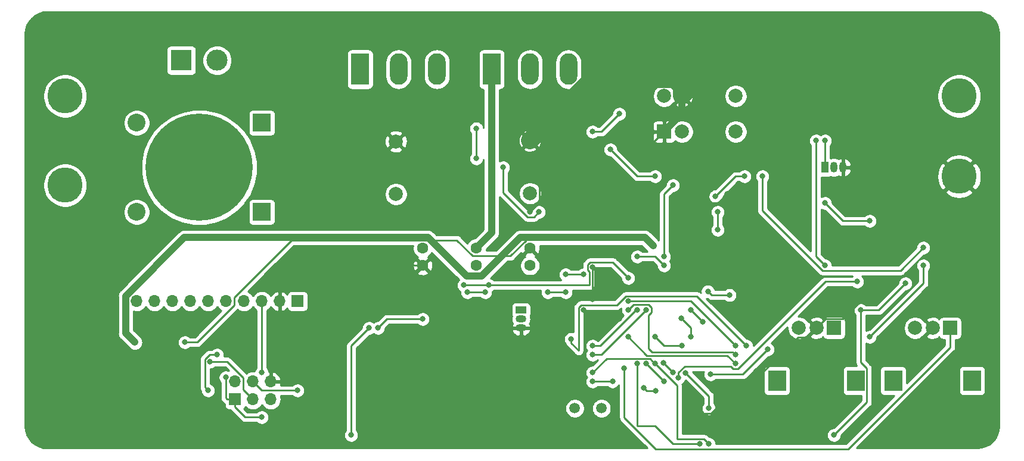
<source format=gbr>
G04 #@! TF.GenerationSoftware,KiCad,Pcbnew,(5.1.4)-1*
G04 #@! TF.CreationDate,2020-04-12T16:51:03+01:00*
G04 #@! TF.ProjectId,25v PSU,32357620-5053-4552-9e6b-696361645f70,rev?*
G04 #@! TF.SameCoordinates,Original*
G04 #@! TF.FileFunction,Copper,L2,Bot*
G04 #@! TF.FilePolarity,Positive*
%FSLAX46Y46*%
G04 Gerber Fmt 4.6, Leading zero omitted, Abs format (unit mm)*
G04 Created by KiCad (PCBNEW (5.1.4)-1) date 2020-04-12 16:51:03*
%MOMM*%
%LPD*%
G04 APERTURE LIST*
%ADD10C,15.240000*%
%ADD11C,2.540000*%
%ADD12R,2.540000X2.540000*%
%ADD13R,2.000000X2.000000*%
%ADD14C,2.000000*%
%ADD15R,2.500000X3.000000*%
%ADD16C,1.600000*%
%ADD17R,1.700000X1.700000*%
%ADD18O,1.700000X1.700000*%
%ADD19O,2.500000X4.500000*%
%ADD20R,2.500000X4.500000*%
%ADD21R,3.000000X3.000000*%
%ADD22C,3.000000*%
%ADD23O,1.500000X1.050000*%
%ADD24R,1.500000X1.050000*%
%ADD25R,1.050000X1.500000*%
%ADD26O,1.050000X1.500000*%
%ADD27C,1.500000*%
%ADD28C,5.000000*%
%ADD29C,0.800000*%
%ADD30C,1.000000*%
%ADD31C,2.500000*%
%ADD32C,0.250000*%
%ADD33C,0.254000*%
G04 APERTURE END LIST*
D10*
X50800000Y-48260000D03*
D11*
X41910000Y-41910000D03*
X41910000Y-54610000D03*
D12*
X59690000Y-41910000D03*
X59690000Y-54610000D03*
D13*
X157480000Y-71120000D03*
D14*
X154980000Y-71120000D03*
X152480000Y-71120000D03*
D15*
X160580000Y-78620000D03*
X149380000Y-78620000D03*
D14*
X97790000Y-44450000D03*
X97790000Y-51950000D03*
X78740000Y-52070000D03*
X78740000Y-44570000D03*
D16*
X82550000Y-59730000D03*
X82550000Y-62230000D03*
X90170000Y-62230000D03*
X90170000Y-59730000D03*
X97790000Y-62230000D03*
X97790000Y-59730000D03*
D17*
X64770000Y-67310000D03*
D18*
X62230000Y-67310000D03*
X59690000Y-67310000D03*
X57150000Y-67310000D03*
X54610000Y-67310000D03*
X52070000Y-67310000D03*
X49530000Y-67310000D03*
X46990000Y-67310000D03*
X44450000Y-67310000D03*
X41910000Y-67310000D03*
D17*
X55880000Y-81280000D03*
D18*
X55880000Y-78740000D03*
X58420000Y-81280000D03*
X58420000Y-78740000D03*
X60960000Y-81280000D03*
X60960000Y-78740000D03*
D14*
X116840000Y-38100000D03*
X119380000Y-38100000D03*
D13*
X116840000Y-43180000D03*
D14*
X119380000Y-43180000D03*
X127000000Y-38100000D03*
X127000000Y-43180000D03*
D19*
X84560000Y-34290000D03*
X79110000Y-34290000D03*
D20*
X73660000Y-34290000D03*
X92340000Y-34290000D03*
D19*
X97790000Y-34290000D03*
X103240000Y-34290000D03*
D15*
X132870000Y-78620000D03*
X144070000Y-78620000D03*
D14*
X135970000Y-71120000D03*
X138470000Y-71120000D03*
D13*
X140970000Y-71120000D03*
D21*
X48260000Y-33020000D03*
D22*
X53340000Y-33020000D03*
D23*
X96520000Y-69850000D03*
X96520000Y-71120000D03*
D24*
X96520000Y-68580000D03*
D25*
X139700000Y-48260000D03*
D26*
X142240000Y-48260000D03*
X140970000Y-48260000D03*
D27*
X104140000Y-82550000D03*
X107940000Y-82550000D03*
D28*
X31750000Y-38100000D03*
D29*
X33075825Y-49474175D03*
X31750000Y-48925000D03*
X30424175Y-49474175D03*
X29875000Y-50800000D03*
X30424175Y-52125825D03*
X31750000Y-52675000D03*
X33075825Y-52125825D03*
X33625000Y-50800000D03*
D28*
X31750000Y-50800000D03*
X158750000Y-38100000D03*
X158750000Y-49530000D03*
D29*
X160625000Y-49530000D03*
X160075825Y-50855825D03*
X158750000Y-51405000D03*
X157424175Y-50855825D03*
X156875000Y-49530000D03*
X157424175Y-48204175D03*
X158750000Y-47655000D03*
X160075825Y-48204175D03*
D14*
X147320000Y-44450000D03*
X147320000Y-41910000D03*
D29*
X114300000Y-45720000D03*
X80010000Y-60960000D03*
X97790000Y-54610000D03*
X97790000Y-48260000D03*
X123190000Y-53340000D03*
X125805153Y-51994847D03*
X105410000Y-68580000D03*
X110490000Y-69850000D03*
X62230000Y-72390000D03*
X77470000Y-68580000D03*
X145189990Y-66840010D03*
X129032000Y-79248000D03*
X120202347Y-82102347D03*
X106680000Y-62484000D03*
X106680000Y-67056000D03*
X99060000Y-54610000D03*
X93980000Y-48260000D03*
X90170000Y-46990000D03*
X90170000Y-42720000D03*
X118110000Y-50800000D03*
X116840000Y-60960000D03*
X48768000Y-73152000D03*
X115316000Y-59436000D03*
X40359999Y-71855999D03*
X130810000Y-49530000D03*
X153670000Y-59690000D03*
X76200000Y-71120000D03*
X82550000Y-69850000D03*
X88900000Y-66040000D03*
X91440000Y-66040000D03*
X100317347Y-66027347D03*
X102870000Y-66040000D03*
X113030000Y-60960000D03*
X116840000Y-62230000D03*
X124460000Y-57150000D03*
X124460000Y-54610000D03*
X124144847Y-52385153D03*
X128270000Y-49530000D03*
X122342654Y-70272654D03*
X120650000Y-68580000D03*
X139700000Y-44450000D03*
X139700000Y-53340000D03*
X146050000Y-55880000D03*
X123057348Y-65907348D03*
X126128806Y-66438806D03*
X59690000Y-77470000D03*
X88392000Y-65024000D03*
X91948000Y-65024000D03*
X111760000Y-64008000D03*
X54561948Y-78135645D03*
X59690000Y-83820000D03*
X116724848Y-76084848D03*
X118110000Y-77470000D03*
X115619898Y-80059898D03*
X113959592Y-79669592D03*
X114300000Y-76200000D03*
X116840000Y-78740000D03*
X52070000Y-80010000D03*
X53340000Y-74930000D03*
X52348152Y-75921848D03*
X123190000Y-82550000D03*
X119910564Y-77501540D03*
X119380000Y-73660000D03*
X115570000Y-72390000D03*
X106680000Y-78740000D03*
X109505000Y-78740000D03*
X123190000Y-87630000D03*
X115570000Y-76200000D03*
X64770000Y-80010000D03*
X106680000Y-77470000D03*
X115570000Y-76200000D03*
X109220000Y-45720000D03*
X115570000Y-49530000D03*
X105410000Y-63500000D03*
X102857347Y-63487347D03*
X106680000Y-43180000D03*
X110490000Y-40640000D03*
X106680000Y-74930000D03*
X114300000Y-68540001D03*
X106680000Y-73660000D03*
X113030000Y-68540001D03*
X138430000Y-44450000D03*
X139700000Y-62230000D03*
X111180001Y-76828693D03*
X127000000Y-74930000D03*
X111760000Y-68540001D03*
X127000000Y-73660000D03*
X111760000Y-67310000D03*
X151130000Y-64770000D03*
X144780000Y-68580000D03*
X144780000Y-68580000D03*
X144780000Y-68580000D03*
X140970000Y-86360000D03*
X72390000Y-86360000D03*
X74930000Y-71120000D03*
X121920000Y-87630000D03*
X113030000Y-76200000D03*
X146050000Y-72390000D03*
X153670000Y-62230000D03*
X120650000Y-72390000D03*
X119247348Y-69717348D03*
X103632000Y-72695010D03*
X128524000Y-73660000D03*
X131572000Y-74168000D03*
X123444000Y-77724000D03*
X118872000Y-78232000D03*
X144272000Y-64516000D03*
X127000000Y-76200000D03*
X111760000Y-72390000D03*
D30*
X119380000Y-40640000D02*
X116840000Y-43180000D01*
X119380000Y-38100000D02*
X119380000Y-40640000D01*
D31*
X147320000Y-30480000D02*
X144780000Y-27940000D01*
X147320000Y-41910000D02*
X147320000Y-30480000D01*
X129540000Y-27940000D02*
X119380000Y-38100000D01*
X143510000Y-27940000D02*
X129540000Y-27940000D01*
D30*
X144780000Y-27940000D02*
X143510000Y-27940000D01*
D31*
X98789999Y-43450001D02*
X97790000Y-44450000D01*
X98898389Y-43450001D02*
X98789999Y-43450001D01*
X106698391Y-35649999D02*
X98898389Y-43450001D01*
X118344212Y-35649999D02*
X106698391Y-35649999D01*
X119380000Y-36685787D02*
X118344212Y-35649999D01*
X119380000Y-38100000D02*
X119380000Y-36685787D01*
D32*
X114300000Y-45720000D02*
X116840000Y-43180000D01*
X82550000Y-62230000D02*
X81280000Y-62230000D01*
X81280000Y-62230000D02*
X80010000Y-60960000D01*
X99115001Y-49585001D02*
X97790000Y-48260000D01*
X97790000Y-54610000D02*
X99115001Y-53284999D01*
X99115001Y-53284999D02*
X99115001Y-49585001D01*
X123190000Y-53340000D02*
X124460000Y-53340000D01*
X124460000Y-53340000D02*
X125805153Y-51994847D01*
X105410000Y-68580000D02*
X106680000Y-69850000D01*
X106680000Y-69850000D02*
X110490000Y-69850000D01*
X62230000Y-72390000D02*
X62230000Y-67310000D01*
X77470000Y-67310000D02*
X82550000Y-62230000D01*
X77470000Y-68580000D02*
X77470000Y-67310000D01*
X139469999Y-70120001D02*
X138470000Y-71120000D01*
X139795001Y-69794999D02*
X139469999Y-70120001D01*
X142235001Y-69794999D02*
X139795001Y-69794999D01*
X145189990Y-66840010D02*
X142235001Y-69794999D01*
X135834999Y-72445001D02*
X129032000Y-79248000D01*
X138470000Y-71120000D02*
X137144999Y-72445001D01*
X137144999Y-72445001D02*
X135834999Y-72445001D01*
X123538001Y-83275001D02*
X121375001Y-83275001D01*
X129032000Y-79248000D02*
X127565002Y-79248000D01*
X127565002Y-79248000D02*
X123538001Y-83275001D01*
X121375001Y-83275001D02*
X120396000Y-82296000D01*
X120396000Y-82296000D02*
X120202347Y-82102347D01*
X106680000Y-62484000D02*
X106680000Y-67056000D01*
D30*
X92340000Y-57560000D02*
X90170000Y-59730000D01*
X92340000Y-34290000D02*
X92340000Y-57560000D01*
D32*
X93980000Y-51873002D02*
X93980000Y-48260000D01*
X97441999Y-55335001D02*
X93980000Y-51873002D01*
X99060000Y-54610000D02*
X98334999Y-55335001D01*
X98334999Y-55335001D02*
X97441999Y-55335001D01*
X90170000Y-46990000D02*
X90170000Y-42720000D01*
X118110000Y-50800000D02*
X116840000Y-52070000D01*
X116840000Y-52070000D02*
X116840000Y-60960000D01*
X94999997Y-60855001D02*
X97249999Y-58604999D01*
X50507002Y-73152000D02*
X55785001Y-67874001D01*
X48768000Y-73152000D02*
X50507002Y-73152000D01*
X89629999Y-60855001D02*
X94999997Y-60855001D01*
X55785001Y-67874001D02*
X55785001Y-66745999D01*
X55785001Y-66745999D02*
X63926001Y-58604999D01*
X63926001Y-58604999D02*
X87379997Y-58604999D01*
X87379997Y-58604999D02*
X89629999Y-60855001D01*
D30*
X48695999Y-58229999D02*
X40359999Y-66565999D01*
X114109999Y-58229999D02*
X96390003Y-58229999D01*
X90890001Y-63730001D02*
X88770003Y-63730001D01*
X96390003Y-58229999D02*
X90890001Y-63730001D01*
X88770003Y-63730001D02*
X83270001Y-58229999D01*
X115316000Y-59436000D02*
X114109999Y-58229999D01*
X83270001Y-58229999D02*
X48695999Y-58229999D01*
X40359999Y-71855999D02*
X41656000Y-73152000D01*
X40359999Y-69315999D02*
X40359999Y-71855999D01*
X40359999Y-66565999D02*
X40359999Y-69315999D01*
D32*
X150404999Y-62955001D02*
X153670000Y-59690000D01*
X139351999Y-62955001D02*
X150404999Y-62955001D01*
X130810000Y-49530000D02*
X130810000Y-54413002D01*
X130810000Y-54413002D02*
X139351999Y-62955001D01*
X76200000Y-71120000D02*
X77470000Y-69850000D01*
X77470000Y-69850000D02*
X82550000Y-69850000D01*
X88900000Y-66040000D02*
X91440000Y-66040000D01*
X100317347Y-66027347D02*
X102857347Y-66027347D01*
X102857347Y-66027347D02*
X102870000Y-66040000D01*
X113030000Y-60960000D02*
X115570000Y-60960000D01*
X115570000Y-60960000D02*
X116840000Y-62230000D01*
X124460000Y-57150000D02*
X124460000Y-54610000D01*
X124144847Y-52385153D02*
X127000000Y-49530000D01*
X127000000Y-49530000D02*
X128270000Y-49530000D01*
X122342654Y-70272654D02*
X120650000Y-68580000D01*
X139700000Y-48260000D02*
X139700000Y-44450000D01*
X139700000Y-53340000D02*
X142240000Y-55880000D01*
X142240000Y-55880000D02*
X146050000Y-55880000D01*
X123057348Y-65907348D02*
X123588806Y-66438806D01*
X123588806Y-66438806D02*
X126128806Y-66438806D01*
X59690000Y-77470000D02*
X59690000Y-67310000D01*
X88392000Y-65024000D02*
X91948000Y-65024000D01*
X109510999Y-61758999D02*
X111760000Y-64008000D01*
X106229990Y-65024000D02*
X106229990Y-63106992D01*
X91948000Y-65024000D02*
X106229990Y-65024000D01*
X106229990Y-63106992D02*
X105954999Y-62832001D01*
X105954999Y-62832001D02*
X105954999Y-62135999D01*
X105954999Y-62135999D02*
X106331999Y-61758999D01*
X106331999Y-61758999D02*
X109510999Y-61758999D01*
X54561948Y-81061948D02*
X54561948Y-78135645D01*
X55880000Y-81280000D02*
X54780000Y-81280000D01*
X54780000Y-81280000D02*
X54561948Y-81061948D01*
X57320000Y-83820000D02*
X59690000Y-83820000D01*
X55880000Y-81280000D02*
X55880000Y-82380000D01*
X55880000Y-82380000D02*
X57320000Y-83820000D01*
X116724848Y-76084848D02*
X118110000Y-77470000D01*
X115619898Y-80059898D02*
X114349898Y-80059898D01*
X114349898Y-80059898D02*
X113959592Y-79669592D01*
X114300000Y-76200000D02*
X116020009Y-77920009D01*
X116020009Y-77920009D02*
X116840000Y-78740000D01*
X51623151Y-75573847D02*
X52266998Y-74930000D01*
X52070000Y-80010000D02*
X51623151Y-79563151D01*
X51623151Y-79563151D02*
X51623151Y-75573847D01*
X52266998Y-74930000D02*
X53340000Y-74930000D01*
X54800850Y-75921848D02*
X52348152Y-75921848D01*
X57055001Y-78175999D02*
X54800850Y-75921848D01*
X58420000Y-81280000D02*
X57055001Y-79915001D01*
X57055001Y-79915001D02*
X57055001Y-78175999D01*
X123190000Y-82550000D02*
X123190000Y-80780976D01*
X123190000Y-80780976D02*
X119910564Y-77501540D01*
X119380000Y-73660000D02*
X116840000Y-73660000D01*
X116840000Y-73660000D02*
X115570000Y-72390000D01*
X106680000Y-78740000D02*
X109505000Y-78740000D01*
X122464999Y-86904999D02*
X118654999Y-86904999D01*
X123190000Y-87630000D02*
X122464999Y-86904999D01*
X118654999Y-86904999D02*
X118654999Y-79284999D01*
X118654999Y-79284999D02*
X115570000Y-76200000D01*
X58420000Y-78740000D02*
X59690000Y-80010000D01*
X59690000Y-80010000D02*
X64770000Y-80010000D01*
X115170001Y-75800001D02*
X115570000Y-76200000D01*
X114844999Y-75474999D02*
X115170001Y-75800001D01*
X108675001Y-75474999D02*
X114844999Y-75474999D01*
X106680000Y-77470000D02*
X108675001Y-75474999D01*
X109220000Y-45720000D02*
X113030000Y-49530000D01*
X113030000Y-49530000D02*
X115570000Y-49530000D01*
X105410000Y-63500000D02*
X102870000Y-63500000D01*
X102870000Y-63500000D02*
X102857347Y-63487347D01*
X106680000Y-43180000D02*
X107950000Y-43180000D01*
X107950000Y-43180000D02*
X110490000Y-40640000D01*
X106680000Y-74930000D02*
X107910001Y-74930000D01*
X107910001Y-74930000D02*
X114300000Y-68540001D01*
X112873001Y-68540001D02*
X113030000Y-68540001D01*
X106680000Y-73660000D02*
X107753002Y-73660000D01*
X107753002Y-73660000D02*
X112873001Y-68540001D01*
X138430000Y-44450000D02*
X138430000Y-60960000D01*
X138430000Y-60960000D02*
X139700000Y-62230000D01*
X157480000Y-72370000D02*
X157480000Y-71120000D01*
X157480000Y-73855002D02*
X157480000Y-72370000D01*
X142980001Y-88355001D02*
X157480000Y-73855002D01*
X115658591Y-88355001D02*
X142980001Y-88355001D01*
X111180001Y-83876411D02*
X115658591Y-88355001D01*
X111180001Y-76828693D02*
X111180001Y-83876411D01*
X126600001Y-74530001D02*
X115170001Y-74530001D01*
X127000000Y-74930000D02*
X126600001Y-74530001D01*
X112485001Y-67815000D02*
X111760000Y-68540001D01*
X114648001Y-74008001D02*
X114648001Y-69265002D01*
X115170001Y-74530001D02*
X114648001Y-74008001D01*
X114648001Y-69265002D02*
X115025001Y-68888002D01*
X115025001Y-68888002D02*
X115025001Y-68192000D01*
X115025001Y-68192000D02*
X114648001Y-67815000D01*
X114648001Y-67815000D02*
X112485001Y-67815000D01*
X127000000Y-73660000D02*
X120650000Y-67310000D01*
X120650000Y-67310000D02*
X111760000Y-67310000D01*
X151130000Y-64770000D02*
X147320000Y-68580000D01*
X147320000Y-68580000D02*
X144780000Y-68580000D01*
X145645001Y-81684999D02*
X140970000Y-86360000D01*
X145645001Y-76859999D02*
X145645001Y-81684999D01*
X144780000Y-68580000D02*
X144780000Y-75994998D01*
X144780000Y-75994998D02*
X145645001Y-76859999D01*
X72390000Y-86360000D02*
X72390000Y-73660000D01*
X72390000Y-73660000D02*
X74930000Y-71120000D01*
X121920000Y-87630000D02*
X118110000Y-87630000D01*
X118110000Y-87630000D02*
X115570000Y-85090000D01*
X113030000Y-85090000D02*
X113030000Y-78740000D01*
X113030000Y-78740000D02*
X113030000Y-76200000D01*
X115570000Y-85090000D02*
X113030000Y-85090000D01*
X146050000Y-72390000D02*
X153670000Y-64770000D01*
X153670000Y-64770000D02*
X153670000Y-62230000D01*
X120650000Y-72390000D02*
X120650000Y-71120000D01*
X120650000Y-71120000D02*
X119247348Y-69717348D01*
X111411999Y-66584999D02*
X121448999Y-66584999D01*
X103632000Y-73260695D02*
X104684999Y-74313694D01*
X103632000Y-72695010D02*
X103632000Y-73260695D01*
X104684999Y-74313694D02*
X104684999Y-68231999D01*
X104684999Y-68231999D02*
X105061999Y-67854999D01*
X105061999Y-67854999D02*
X110141999Y-67854999D01*
X110141999Y-67854999D02*
X111411999Y-66584999D01*
X121448999Y-66584999D02*
X128524000Y-73660000D01*
X131572000Y-74168000D02*
X128016000Y-77724000D01*
X128016000Y-77724000D02*
X123444000Y-77724000D01*
X118872000Y-77467102D02*
X119791101Y-76548001D01*
X118872000Y-78232000D02*
X118872000Y-77467102D01*
X119791101Y-76548001D02*
X126274999Y-76548001D01*
X126274999Y-76548001D02*
X126651999Y-76925001D01*
X139757002Y-64516000D02*
X144272000Y-64516000D01*
X126651999Y-76925001D02*
X127348001Y-76925001D01*
X127348001Y-76925001D02*
X139757002Y-64516000D01*
X114394989Y-75024989D02*
X111760000Y-72390000D01*
X127000000Y-76200000D02*
X125824989Y-75024989D01*
X125824989Y-75024989D02*
X114394989Y-75024989D01*
D33*
G36*
X161894393Y-26157594D02*
G01*
X162475764Y-26333121D01*
X163011973Y-26618228D01*
X163482583Y-27002048D01*
X163869688Y-27469976D01*
X164158533Y-28004184D01*
X164338112Y-28584313D01*
X164405001Y-29220721D01*
X164405000Y-85056009D01*
X164342406Y-85694391D01*
X164166879Y-86275764D01*
X163881772Y-86811973D01*
X163497952Y-87282583D01*
X163030018Y-87669692D01*
X162495816Y-87958533D01*
X161915691Y-88138112D01*
X161279289Y-88205000D01*
X144204803Y-88205000D01*
X155289803Y-77120000D01*
X158691928Y-77120000D01*
X158691928Y-80120000D01*
X158704188Y-80244482D01*
X158740498Y-80364180D01*
X158799463Y-80474494D01*
X158878815Y-80571185D01*
X158975506Y-80650537D01*
X159085820Y-80709502D01*
X159205518Y-80745812D01*
X159330000Y-80758072D01*
X161830000Y-80758072D01*
X161954482Y-80745812D01*
X162074180Y-80709502D01*
X162184494Y-80650537D01*
X162281185Y-80571185D01*
X162360537Y-80474494D01*
X162419502Y-80364180D01*
X162455812Y-80244482D01*
X162468072Y-80120000D01*
X162468072Y-77120000D01*
X162455812Y-76995518D01*
X162419502Y-76875820D01*
X162360537Y-76765506D01*
X162281185Y-76668815D01*
X162184494Y-76589463D01*
X162074180Y-76530498D01*
X161954482Y-76494188D01*
X161830000Y-76481928D01*
X159330000Y-76481928D01*
X159205518Y-76494188D01*
X159085820Y-76530498D01*
X158975506Y-76589463D01*
X158878815Y-76668815D01*
X158799463Y-76765506D01*
X158740498Y-76875820D01*
X158704188Y-76995518D01*
X158691928Y-77120000D01*
X155289803Y-77120000D01*
X157991004Y-74418800D01*
X158020001Y-74395003D01*
X158114974Y-74279278D01*
X158185546Y-74147249D01*
X158229003Y-74003988D01*
X158240000Y-73892335D01*
X158240000Y-73892326D01*
X158243676Y-73855003D01*
X158240000Y-73817680D01*
X158240000Y-72758072D01*
X158480000Y-72758072D01*
X158604482Y-72745812D01*
X158724180Y-72709502D01*
X158834494Y-72650537D01*
X158931185Y-72571185D01*
X159010537Y-72474494D01*
X159069502Y-72364180D01*
X159105812Y-72244482D01*
X159118072Y-72120000D01*
X159118072Y-70120000D01*
X159105812Y-69995518D01*
X159069502Y-69875820D01*
X159010537Y-69765506D01*
X158931185Y-69668815D01*
X158834494Y-69589463D01*
X158724180Y-69530498D01*
X158604482Y-69494188D01*
X158480000Y-69481928D01*
X156480000Y-69481928D01*
X156355518Y-69494188D01*
X156235820Y-69530498D01*
X156125506Y-69589463D01*
X156028815Y-69668815D01*
X155949463Y-69765506D01*
X155894024Y-69869223D01*
X155840044Y-69720186D01*
X155550429Y-69579296D01*
X155238892Y-69497616D01*
X154917405Y-69478282D01*
X154598325Y-69522039D01*
X154293912Y-69627205D01*
X154119956Y-69720186D01*
X154024192Y-69984587D01*
X154980000Y-70940395D01*
X154994143Y-70926253D01*
X155173748Y-71105858D01*
X155159605Y-71120000D01*
X155173748Y-71134143D01*
X154994143Y-71313748D01*
X154980000Y-71299605D01*
X154024192Y-72255413D01*
X154119956Y-72519814D01*
X154409571Y-72660704D01*
X154721108Y-72742384D01*
X155042595Y-72761718D01*
X155361675Y-72717961D01*
X155666088Y-72612795D01*
X155840044Y-72519814D01*
X155894024Y-72370777D01*
X155949463Y-72474494D01*
X156028815Y-72571185D01*
X156125506Y-72650537D01*
X156235820Y-72709502D01*
X156355518Y-72745812D01*
X156480000Y-72758072D01*
X156720001Y-72758072D01*
X156720000Y-73540200D01*
X151268072Y-78992128D01*
X151268072Y-77120000D01*
X151255812Y-76995518D01*
X151219502Y-76875820D01*
X151160537Y-76765506D01*
X151081185Y-76668815D01*
X150984494Y-76589463D01*
X150874180Y-76530498D01*
X150754482Y-76494188D01*
X150630000Y-76481928D01*
X148130000Y-76481928D01*
X148005518Y-76494188D01*
X147885820Y-76530498D01*
X147775506Y-76589463D01*
X147678815Y-76668815D01*
X147599463Y-76765506D01*
X147540498Y-76875820D01*
X147504188Y-76995518D01*
X147491928Y-77120000D01*
X147491928Y-80120000D01*
X147504188Y-80244482D01*
X147540498Y-80364180D01*
X147599463Y-80474494D01*
X147678815Y-80571185D01*
X147775506Y-80650537D01*
X147885820Y-80709502D01*
X148005518Y-80745812D01*
X148130000Y-80758072D01*
X149502129Y-80758072D01*
X142665200Y-87595001D01*
X124225000Y-87595001D01*
X124225000Y-87528061D01*
X124185226Y-87328102D01*
X124107205Y-87139744D01*
X123993937Y-86970226D01*
X123849774Y-86826063D01*
X123680256Y-86712795D01*
X123491898Y-86634774D01*
X123291939Y-86595000D01*
X123229801Y-86595000D01*
X123028802Y-86394001D01*
X123005000Y-86364998D01*
X122889275Y-86270025D01*
X122866893Y-86258061D01*
X139935000Y-86258061D01*
X139935000Y-86461939D01*
X139974774Y-86661898D01*
X140052795Y-86850256D01*
X140166063Y-87019774D01*
X140310226Y-87163937D01*
X140479744Y-87277205D01*
X140668102Y-87355226D01*
X140868061Y-87395000D01*
X141071939Y-87395000D01*
X141271898Y-87355226D01*
X141460256Y-87277205D01*
X141629774Y-87163937D01*
X141773937Y-87019774D01*
X141887205Y-86850256D01*
X141965226Y-86661898D01*
X142005000Y-86461939D01*
X142005000Y-86399801D01*
X146156004Y-82248798D01*
X146185002Y-82225000D01*
X146279975Y-82109275D01*
X146350547Y-81977246D01*
X146394004Y-81833985D01*
X146405001Y-81722332D01*
X146405001Y-81722322D01*
X146408677Y-81684999D01*
X146405001Y-81647676D01*
X146405001Y-76897321D01*
X146408677Y-76859998D01*
X146405001Y-76822675D01*
X146405001Y-76822666D01*
X146394004Y-76711013D01*
X146350547Y-76567752D01*
X146317707Y-76506314D01*
X146279975Y-76435722D01*
X146208800Y-76348996D01*
X146185002Y-76319998D01*
X146156005Y-76296201D01*
X145540000Y-75680197D01*
X145540000Y-73294013D01*
X145559744Y-73307205D01*
X145748102Y-73385226D01*
X145948061Y-73425000D01*
X146151939Y-73425000D01*
X146351898Y-73385226D01*
X146540256Y-73307205D01*
X146709774Y-73193937D01*
X146853937Y-73049774D01*
X146967205Y-72880256D01*
X147045226Y-72691898D01*
X147085000Y-72491939D01*
X147085000Y-72429801D01*
X148555834Y-70958967D01*
X150845000Y-70958967D01*
X150845000Y-71281033D01*
X150907832Y-71596912D01*
X151031082Y-71894463D01*
X151210013Y-72162252D01*
X151437748Y-72389987D01*
X151705537Y-72568918D01*
X152003088Y-72692168D01*
X152318967Y-72755000D01*
X152641033Y-72755000D01*
X152956912Y-72692168D01*
X153254463Y-72568918D01*
X153522252Y-72389987D01*
X153749987Y-72162252D01*
X153814925Y-72065065D01*
X153844587Y-72075808D01*
X154800395Y-71120000D01*
X153844587Y-70164192D01*
X153814925Y-70174935D01*
X153749987Y-70077748D01*
X153522252Y-69850013D01*
X153254463Y-69671082D01*
X152956912Y-69547832D01*
X152641033Y-69485000D01*
X152318967Y-69485000D01*
X152003088Y-69547832D01*
X151705537Y-69671082D01*
X151437748Y-69850013D01*
X151210013Y-70077748D01*
X151031082Y-70345537D01*
X150907832Y-70643088D01*
X150845000Y-70958967D01*
X148555834Y-70958967D01*
X154181004Y-65333798D01*
X154210001Y-65310001D01*
X154304974Y-65194276D01*
X154375546Y-65062247D01*
X154419003Y-64918986D01*
X154430000Y-64807333D01*
X154430000Y-64807324D01*
X154433676Y-64770001D01*
X154430000Y-64732678D01*
X154430000Y-62933711D01*
X154473937Y-62889774D01*
X154587205Y-62720256D01*
X154665226Y-62531898D01*
X154705000Y-62331939D01*
X154705000Y-62128061D01*
X154665226Y-61928102D01*
X154587205Y-61739744D01*
X154473937Y-61570226D01*
X154329774Y-61426063D01*
X154160256Y-61312795D01*
X153971898Y-61234774D01*
X153771939Y-61195000D01*
X153568061Y-61195000D01*
X153368102Y-61234774D01*
X153179744Y-61312795D01*
X153010226Y-61426063D01*
X152866063Y-61570226D01*
X152752795Y-61739744D01*
X152674774Y-61928102D01*
X152635000Y-62128061D01*
X152635000Y-62331939D01*
X152674774Y-62531898D01*
X152752795Y-62720256D01*
X152866063Y-62889774D01*
X152910001Y-62933712D01*
X152910000Y-64455198D01*
X146010199Y-71355000D01*
X145948061Y-71355000D01*
X145748102Y-71394774D01*
X145559744Y-71472795D01*
X145540000Y-71485987D01*
X145540000Y-69340000D01*
X147282678Y-69340000D01*
X147320000Y-69343676D01*
X147357322Y-69340000D01*
X147357333Y-69340000D01*
X147468986Y-69329003D01*
X147612247Y-69285546D01*
X147744276Y-69214974D01*
X147860001Y-69120001D01*
X147883804Y-69090997D01*
X151169802Y-65805000D01*
X151231939Y-65805000D01*
X151431898Y-65765226D01*
X151620256Y-65687205D01*
X151789774Y-65573937D01*
X151933937Y-65429774D01*
X152047205Y-65260256D01*
X152125226Y-65071898D01*
X152165000Y-64871939D01*
X152165000Y-64668061D01*
X152125226Y-64468102D01*
X152047205Y-64279744D01*
X151933937Y-64110226D01*
X151789774Y-63966063D01*
X151620256Y-63852795D01*
X151431898Y-63774774D01*
X151231939Y-63735000D01*
X151028061Y-63735000D01*
X150828102Y-63774774D01*
X150639744Y-63852795D01*
X150470226Y-63966063D01*
X150326063Y-64110226D01*
X150212795Y-64279744D01*
X150134774Y-64468102D01*
X150095000Y-64668061D01*
X150095000Y-64730198D01*
X147005199Y-67820000D01*
X145483711Y-67820000D01*
X145439774Y-67776063D01*
X145270256Y-67662795D01*
X145081898Y-67584774D01*
X144881939Y-67545000D01*
X144678061Y-67545000D01*
X144478102Y-67584774D01*
X144289744Y-67662795D01*
X144120226Y-67776063D01*
X143976063Y-67920226D01*
X143862795Y-68089744D01*
X143784774Y-68278102D01*
X143745000Y-68478061D01*
X143745000Y-68681939D01*
X143784774Y-68881898D01*
X143862795Y-69070256D01*
X143976063Y-69239774D01*
X144020000Y-69283711D01*
X144020001Y-75957666D01*
X144016324Y-75994998D01*
X144020001Y-76032331D01*
X144030998Y-76143984D01*
X144043982Y-76186787D01*
X144074454Y-76287244D01*
X144145026Y-76419274D01*
X144196445Y-76481928D01*
X142820000Y-76481928D01*
X142695518Y-76494188D01*
X142575820Y-76530498D01*
X142465506Y-76589463D01*
X142368815Y-76668815D01*
X142289463Y-76765506D01*
X142230498Y-76875820D01*
X142194188Y-76995518D01*
X142181928Y-77120000D01*
X142181928Y-80120000D01*
X142194188Y-80244482D01*
X142230498Y-80364180D01*
X142289463Y-80474494D01*
X142368815Y-80571185D01*
X142465506Y-80650537D01*
X142575820Y-80709502D01*
X142695518Y-80745812D01*
X142820000Y-80758072D01*
X144885002Y-80758072D01*
X144885002Y-81370196D01*
X140930199Y-85325000D01*
X140868061Y-85325000D01*
X140668102Y-85364774D01*
X140479744Y-85442795D01*
X140310226Y-85556063D01*
X140166063Y-85700226D01*
X140052795Y-85869744D01*
X139974774Y-86058102D01*
X139935000Y-86258061D01*
X122866893Y-86258061D01*
X122757246Y-86199453D01*
X122613985Y-86155996D01*
X122502332Y-86144999D01*
X122502321Y-86144999D01*
X122464999Y-86141323D01*
X122427677Y-86144999D01*
X119414999Y-86144999D01*
X119414999Y-79322321D01*
X119418675Y-79284998D01*
X119414999Y-79247675D01*
X119414999Y-79247666D01*
X119404002Y-79136013D01*
X119400294Y-79123789D01*
X119531774Y-79035937D01*
X119675937Y-78891774D01*
X119789205Y-78722256D01*
X119866132Y-78536540D01*
X119870763Y-78536540D01*
X122430001Y-81095779D01*
X122430000Y-81846289D01*
X122386063Y-81890226D01*
X122272795Y-82059744D01*
X122194774Y-82248102D01*
X122155000Y-82448061D01*
X122155000Y-82651939D01*
X122194774Y-82851898D01*
X122272795Y-83040256D01*
X122386063Y-83209774D01*
X122530226Y-83353937D01*
X122699744Y-83467205D01*
X122888102Y-83545226D01*
X123088061Y-83585000D01*
X123291939Y-83585000D01*
X123491898Y-83545226D01*
X123680256Y-83467205D01*
X123849774Y-83353937D01*
X123993937Y-83209774D01*
X124107205Y-83040256D01*
X124185226Y-82851898D01*
X124225000Y-82651939D01*
X124225000Y-82448061D01*
X124185226Y-82248102D01*
X124107205Y-82059744D01*
X123993937Y-81890226D01*
X123950000Y-81846289D01*
X123950000Y-80818299D01*
X123953676Y-80780976D01*
X123950000Y-80743653D01*
X123950000Y-80743643D01*
X123939003Y-80631990D01*
X123895546Y-80488729D01*
X123824974Y-80356700D01*
X123730001Y-80240975D01*
X123701003Y-80217177D01*
X120945564Y-77461739D01*
X120945564Y-77399601D01*
X120927344Y-77308001D01*
X122496037Y-77308001D01*
X122448774Y-77422102D01*
X122409000Y-77622061D01*
X122409000Y-77825939D01*
X122448774Y-78025898D01*
X122526795Y-78214256D01*
X122640063Y-78383774D01*
X122784226Y-78527937D01*
X122953744Y-78641205D01*
X123142102Y-78719226D01*
X123342061Y-78759000D01*
X123545939Y-78759000D01*
X123745898Y-78719226D01*
X123934256Y-78641205D01*
X124103774Y-78527937D01*
X124147711Y-78484000D01*
X127978678Y-78484000D01*
X128016000Y-78487676D01*
X128053322Y-78484000D01*
X128053333Y-78484000D01*
X128164986Y-78473003D01*
X128308247Y-78429546D01*
X128440276Y-78358974D01*
X128556001Y-78264001D01*
X128579804Y-78234997D01*
X129694801Y-77120000D01*
X130981928Y-77120000D01*
X130981928Y-80120000D01*
X130994188Y-80244482D01*
X131030498Y-80364180D01*
X131089463Y-80474494D01*
X131168815Y-80571185D01*
X131265506Y-80650537D01*
X131375820Y-80709502D01*
X131495518Y-80745812D01*
X131620000Y-80758072D01*
X134120000Y-80758072D01*
X134244482Y-80745812D01*
X134364180Y-80709502D01*
X134474494Y-80650537D01*
X134571185Y-80571185D01*
X134650537Y-80474494D01*
X134709502Y-80364180D01*
X134745812Y-80244482D01*
X134758072Y-80120000D01*
X134758072Y-77120000D01*
X134745812Y-76995518D01*
X134709502Y-76875820D01*
X134650537Y-76765506D01*
X134571185Y-76668815D01*
X134474494Y-76589463D01*
X134364180Y-76530498D01*
X134244482Y-76494188D01*
X134120000Y-76481928D01*
X131620000Y-76481928D01*
X131495518Y-76494188D01*
X131375820Y-76530498D01*
X131265506Y-76589463D01*
X131168815Y-76668815D01*
X131089463Y-76765506D01*
X131030498Y-76875820D01*
X130994188Y-76995518D01*
X130981928Y-77120000D01*
X129694801Y-77120000D01*
X131611803Y-75203000D01*
X131673939Y-75203000D01*
X131873898Y-75163226D01*
X132062256Y-75085205D01*
X132231774Y-74971937D01*
X132375937Y-74827774D01*
X132489205Y-74658256D01*
X132567226Y-74469898D01*
X132607000Y-74269939D01*
X132607000Y-74066061D01*
X132567226Y-73866102D01*
X132489205Y-73677744D01*
X132375937Y-73508226D01*
X132231774Y-73364063D01*
X132083089Y-73264715D01*
X134335000Y-71012804D01*
X134335000Y-71281033D01*
X134397832Y-71596912D01*
X134521082Y-71894463D01*
X134700013Y-72162252D01*
X134927748Y-72389987D01*
X135195537Y-72568918D01*
X135493088Y-72692168D01*
X135808967Y-72755000D01*
X136131033Y-72755000D01*
X136446912Y-72692168D01*
X136744463Y-72568918D01*
X137012252Y-72389987D01*
X137239987Y-72162252D01*
X137304925Y-72065065D01*
X137334587Y-72075808D01*
X138290395Y-71120000D01*
X137334587Y-70164192D01*
X137304925Y-70174935D01*
X137239987Y-70077748D01*
X137146826Y-69984587D01*
X137514192Y-69984587D01*
X138470000Y-70940395D01*
X138484143Y-70926253D01*
X138663748Y-71105858D01*
X138649605Y-71120000D01*
X138663748Y-71134143D01*
X138484143Y-71313748D01*
X138470000Y-71299605D01*
X137514192Y-72255413D01*
X137609956Y-72519814D01*
X137899571Y-72660704D01*
X138211108Y-72742384D01*
X138532595Y-72761718D01*
X138851675Y-72717961D01*
X139156088Y-72612795D01*
X139330044Y-72519814D01*
X139384024Y-72370777D01*
X139439463Y-72474494D01*
X139518815Y-72571185D01*
X139615506Y-72650537D01*
X139725820Y-72709502D01*
X139845518Y-72745812D01*
X139970000Y-72758072D01*
X141970000Y-72758072D01*
X142094482Y-72745812D01*
X142214180Y-72709502D01*
X142324494Y-72650537D01*
X142421185Y-72571185D01*
X142500537Y-72474494D01*
X142559502Y-72364180D01*
X142595812Y-72244482D01*
X142608072Y-72120000D01*
X142608072Y-70120000D01*
X142595812Y-69995518D01*
X142559502Y-69875820D01*
X142500537Y-69765506D01*
X142421185Y-69668815D01*
X142324494Y-69589463D01*
X142214180Y-69530498D01*
X142094482Y-69494188D01*
X141970000Y-69481928D01*
X139970000Y-69481928D01*
X139845518Y-69494188D01*
X139725820Y-69530498D01*
X139615506Y-69589463D01*
X139518815Y-69668815D01*
X139439463Y-69765506D01*
X139384024Y-69869223D01*
X139330044Y-69720186D01*
X139040429Y-69579296D01*
X138728892Y-69497616D01*
X138407405Y-69478282D01*
X138088325Y-69522039D01*
X137783912Y-69627205D01*
X137609956Y-69720186D01*
X137514192Y-69984587D01*
X137146826Y-69984587D01*
X137012252Y-69850013D01*
X136744463Y-69671082D01*
X136446912Y-69547832D01*
X136131033Y-69485000D01*
X135862804Y-69485000D01*
X140071804Y-65276000D01*
X143568289Y-65276000D01*
X143612226Y-65319937D01*
X143781744Y-65433205D01*
X143970102Y-65511226D01*
X144170061Y-65551000D01*
X144373939Y-65551000D01*
X144573898Y-65511226D01*
X144762256Y-65433205D01*
X144931774Y-65319937D01*
X145075937Y-65175774D01*
X145189205Y-65006256D01*
X145267226Y-64817898D01*
X145307000Y-64617939D01*
X145307000Y-64414061D01*
X145267226Y-64214102D01*
X145189205Y-64025744D01*
X145075937Y-63856226D01*
X144934712Y-63715001D01*
X150367677Y-63715001D01*
X150404999Y-63718677D01*
X150442321Y-63715001D01*
X150442332Y-63715001D01*
X150553985Y-63704004D01*
X150697246Y-63660547D01*
X150829275Y-63589975D01*
X150945000Y-63495002D01*
X150968803Y-63465998D01*
X153709802Y-60725000D01*
X153771939Y-60725000D01*
X153971898Y-60685226D01*
X154160256Y-60607205D01*
X154329774Y-60493937D01*
X154473937Y-60349774D01*
X154587205Y-60180256D01*
X154665226Y-59991898D01*
X154705000Y-59791939D01*
X154705000Y-59588061D01*
X154665226Y-59388102D01*
X154587205Y-59199744D01*
X154473937Y-59030226D01*
X154329774Y-58886063D01*
X154160256Y-58772795D01*
X153971898Y-58694774D01*
X153771939Y-58655000D01*
X153568061Y-58655000D01*
X153368102Y-58694774D01*
X153179744Y-58772795D01*
X153010226Y-58886063D01*
X152866063Y-59030226D01*
X152752795Y-59199744D01*
X152674774Y-59388102D01*
X152635000Y-59588061D01*
X152635000Y-59650198D01*
X150090198Y-62195001D01*
X140735000Y-62195001D01*
X140735000Y-62128061D01*
X140695226Y-61928102D01*
X140617205Y-61739744D01*
X140503937Y-61570226D01*
X140359774Y-61426063D01*
X140190256Y-61312795D01*
X140001898Y-61234774D01*
X139801939Y-61195000D01*
X139739802Y-61195000D01*
X139190000Y-60645199D01*
X139190000Y-54244013D01*
X139209744Y-54257205D01*
X139398102Y-54335226D01*
X139598061Y-54375000D01*
X139660199Y-54375000D01*
X141676205Y-56391008D01*
X141699999Y-56420001D01*
X141728992Y-56443795D01*
X141728996Y-56443799D01*
X141760316Y-56469502D01*
X141815724Y-56514974D01*
X141947753Y-56585546D01*
X142091014Y-56629003D01*
X142202667Y-56640000D01*
X142202676Y-56640000D01*
X142239999Y-56643676D01*
X142277322Y-56640000D01*
X145346289Y-56640000D01*
X145390226Y-56683937D01*
X145559744Y-56797205D01*
X145748102Y-56875226D01*
X145948061Y-56915000D01*
X146151939Y-56915000D01*
X146351898Y-56875226D01*
X146540256Y-56797205D01*
X146709774Y-56683937D01*
X146853937Y-56539774D01*
X146967205Y-56370256D01*
X147045226Y-56181898D01*
X147085000Y-55981939D01*
X147085000Y-55778061D01*
X147045226Y-55578102D01*
X146967205Y-55389744D01*
X146853937Y-55220226D01*
X146709774Y-55076063D01*
X146540256Y-54962795D01*
X146351898Y-54884774D01*
X146151939Y-54845000D01*
X145948061Y-54845000D01*
X145748102Y-54884774D01*
X145559744Y-54962795D01*
X145390226Y-55076063D01*
X145346289Y-55120000D01*
X142554803Y-55120000D01*
X140735000Y-53300199D01*
X140735000Y-53238061D01*
X140695226Y-53038102D01*
X140617205Y-52849744D01*
X140503937Y-52680226D01*
X140359774Y-52536063D01*
X140190256Y-52422795D01*
X140001898Y-52344774D01*
X139801939Y-52305000D01*
X139598061Y-52305000D01*
X139398102Y-52344774D01*
X139209744Y-52422795D01*
X139190000Y-52435987D01*
X139190000Y-51733148D01*
X156726457Y-51733148D01*
X157002627Y-52151118D01*
X157547557Y-52441649D01*
X158138696Y-52620287D01*
X158753328Y-52680168D01*
X159367831Y-52618990D01*
X159958592Y-52439103D01*
X160497373Y-52151118D01*
X160773543Y-51733148D01*
X158750000Y-49709605D01*
X156726457Y-51733148D01*
X139190000Y-51733148D01*
X139190000Y-49648072D01*
X140225000Y-49648072D01*
X140349482Y-49635812D01*
X140469180Y-49599502D01*
X140533902Y-49564907D01*
X140742601Y-49628215D01*
X140970000Y-49650612D01*
X141197400Y-49628215D01*
X141416060Y-49561885D01*
X141604669Y-49461071D01*
X141663118Y-49502275D01*
X141872663Y-49595272D01*
X141934190Y-49603964D01*
X142113000Y-49478163D01*
X142113000Y-48713108D01*
X142113215Y-48712399D01*
X142130000Y-48541978D01*
X142130000Y-48387000D01*
X142367000Y-48387000D01*
X142367000Y-49478163D01*
X142545810Y-49603964D01*
X142607337Y-49595272D01*
X142746911Y-49533328D01*
X155599832Y-49533328D01*
X155661010Y-50147831D01*
X155840897Y-50738592D01*
X156128882Y-51277373D01*
X156546852Y-51553543D01*
X158570395Y-49530000D01*
X158929605Y-49530000D01*
X160953148Y-51553543D01*
X161371118Y-51277373D01*
X161661649Y-50732443D01*
X161840287Y-50141304D01*
X161900168Y-49526672D01*
X161838990Y-48912169D01*
X161659103Y-48321408D01*
X161371118Y-47782627D01*
X160953148Y-47506457D01*
X158929605Y-49530000D01*
X158570395Y-49530000D01*
X156546852Y-47506457D01*
X156128882Y-47782627D01*
X155838351Y-48327557D01*
X155659713Y-48918696D01*
X155599832Y-49533328D01*
X142746911Y-49533328D01*
X142816882Y-49502275D01*
X143004258Y-49370184D01*
X143162264Y-49204076D01*
X143284828Y-49010334D01*
X143367239Y-48796404D01*
X143406331Y-48570507D01*
X143246598Y-48387000D01*
X142367000Y-48387000D01*
X142130000Y-48387000D01*
X142130000Y-47978021D01*
X142113215Y-47807600D01*
X142113000Y-47806891D01*
X142113000Y-47041837D01*
X142367000Y-47041837D01*
X142367000Y-48133000D01*
X143246598Y-48133000D01*
X143406331Y-47949493D01*
X143367239Y-47723596D01*
X143284828Y-47509666D01*
X143169178Y-47326852D01*
X156726457Y-47326852D01*
X158750000Y-49350395D01*
X160773543Y-47326852D01*
X160497373Y-46908882D01*
X159952443Y-46618351D01*
X159361304Y-46439713D01*
X158746672Y-46379832D01*
X158132169Y-46441010D01*
X157541408Y-46620897D01*
X157002627Y-46908882D01*
X156726457Y-47326852D01*
X143169178Y-47326852D01*
X143162264Y-47315924D01*
X143004258Y-47149816D01*
X142816882Y-47017725D01*
X142607337Y-46924728D01*
X142545810Y-46916036D01*
X142367000Y-47041837D01*
X142113000Y-47041837D01*
X141934190Y-46916036D01*
X141872663Y-46924728D01*
X141663118Y-47017725D01*
X141604669Y-47058929D01*
X141416059Y-46958115D01*
X141197399Y-46891785D01*
X140970000Y-46869388D01*
X140742600Y-46891785D01*
X140533902Y-46955093D01*
X140469180Y-46920498D01*
X140460000Y-46917713D01*
X140460000Y-45153711D01*
X140503937Y-45109774D01*
X140617205Y-44940256D01*
X140695226Y-44751898D01*
X140735000Y-44551939D01*
X140735000Y-44348061D01*
X140695226Y-44148102D01*
X140617205Y-43959744D01*
X140503937Y-43790226D01*
X140359774Y-43646063D01*
X140190256Y-43532795D01*
X140001898Y-43454774D01*
X139801939Y-43415000D01*
X139598061Y-43415000D01*
X139398102Y-43454774D01*
X139209744Y-43532795D01*
X139065000Y-43629510D01*
X138920256Y-43532795D01*
X138731898Y-43454774D01*
X138531939Y-43415000D01*
X138328061Y-43415000D01*
X138128102Y-43454774D01*
X137939744Y-43532795D01*
X137770226Y-43646063D01*
X137626063Y-43790226D01*
X137512795Y-43959744D01*
X137434774Y-44148102D01*
X137395000Y-44348061D01*
X137395000Y-44551939D01*
X137434774Y-44751898D01*
X137512795Y-44940256D01*
X137626063Y-45109774D01*
X137670000Y-45153711D01*
X137670001Y-60198201D01*
X131570000Y-54098201D01*
X131570000Y-50233711D01*
X131613937Y-50189774D01*
X131727205Y-50020256D01*
X131805226Y-49831898D01*
X131845000Y-49631939D01*
X131845000Y-49428061D01*
X131805226Y-49228102D01*
X131727205Y-49039744D01*
X131613937Y-48870226D01*
X131469774Y-48726063D01*
X131300256Y-48612795D01*
X131111898Y-48534774D01*
X130911939Y-48495000D01*
X130708061Y-48495000D01*
X130508102Y-48534774D01*
X130319744Y-48612795D01*
X130150226Y-48726063D01*
X130006063Y-48870226D01*
X129892795Y-49039744D01*
X129814774Y-49228102D01*
X129775000Y-49428061D01*
X129775000Y-49631939D01*
X129814774Y-49831898D01*
X129892795Y-50020256D01*
X130006063Y-50189774D01*
X130050000Y-50233711D01*
X130050001Y-54375670D01*
X130046324Y-54413002D01*
X130050001Y-54450335D01*
X130060998Y-54561988D01*
X130068281Y-54585998D01*
X130104454Y-54705248D01*
X130175026Y-54837278D01*
X130235303Y-54910725D01*
X130270000Y-54953003D01*
X130298998Y-54976801D01*
X138788200Y-63466004D01*
X138811998Y-63495002D01*
X138927723Y-63589975D01*
X139059752Y-63660547D01*
X139203013Y-63704004D01*
X139314666Y-63715001D01*
X139314676Y-63715001D01*
X139351999Y-63718677D01*
X139389322Y-63715001D01*
X143609288Y-63715001D01*
X143568289Y-63756000D01*
X139794335Y-63756000D01*
X139757002Y-63752323D01*
X139719669Y-63756000D01*
X139608016Y-63766997D01*
X139464755Y-63810454D01*
X139332726Y-63881026D01*
X139217001Y-63975999D01*
X139193203Y-64004997D01*
X129559000Y-73639201D01*
X129559000Y-73558061D01*
X129519226Y-73358102D01*
X129441205Y-73169744D01*
X129327937Y-73000226D01*
X129183774Y-72856063D01*
X129014256Y-72742795D01*
X128825898Y-72664774D01*
X128625939Y-72625000D01*
X128563802Y-72625000D01*
X122862710Y-66923909D01*
X122955409Y-66942348D01*
X123017546Y-66942348D01*
X123025006Y-66949808D01*
X123048805Y-66978807D01*
X123077803Y-67002605D01*
X123164529Y-67073780D01*
X123260354Y-67125000D01*
X123296559Y-67144352D01*
X123439820Y-67187809D01*
X123551473Y-67198806D01*
X123551482Y-67198806D01*
X123588805Y-67202482D01*
X123626128Y-67198806D01*
X125425095Y-67198806D01*
X125469032Y-67242743D01*
X125638550Y-67356011D01*
X125826908Y-67434032D01*
X126026867Y-67473806D01*
X126230745Y-67473806D01*
X126430704Y-67434032D01*
X126619062Y-67356011D01*
X126788580Y-67242743D01*
X126932743Y-67098580D01*
X127046011Y-66929062D01*
X127124032Y-66740704D01*
X127163806Y-66540745D01*
X127163806Y-66336867D01*
X127124032Y-66136908D01*
X127046011Y-65948550D01*
X126932743Y-65779032D01*
X126788580Y-65634869D01*
X126619062Y-65521601D01*
X126430704Y-65443580D01*
X126230745Y-65403806D01*
X126026867Y-65403806D01*
X125826908Y-65443580D01*
X125638550Y-65521601D01*
X125469032Y-65634869D01*
X125425095Y-65678806D01*
X124067165Y-65678806D01*
X124052574Y-65605450D01*
X123974553Y-65417092D01*
X123861285Y-65247574D01*
X123717122Y-65103411D01*
X123547604Y-64990143D01*
X123359246Y-64912122D01*
X123159287Y-64872348D01*
X122955409Y-64872348D01*
X122755450Y-64912122D01*
X122567092Y-64990143D01*
X122397574Y-65103411D01*
X122253411Y-65247574D01*
X122140143Y-65417092D01*
X122062122Y-65605450D01*
X122022348Y-65805409D01*
X122022348Y-66009287D01*
X122040787Y-66101986D01*
X122012803Y-66074002D01*
X121989000Y-66044998D01*
X121873275Y-65950025D01*
X121741246Y-65879453D01*
X121597985Y-65835996D01*
X121486332Y-65824999D01*
X121486321Y-65824999D01*
X121448999Y-65821323D01*
X121411677Y-65824999D01*
X111449321Y-65824999D01*
X111411998Y-65821323D01*
X111374675Y-65824999D01*
X111374666Y-65824999D01*
X111263013Y-65835996D01*
X111119752Y-65879453D01*
X110987723Y-65950025D01*
X110871998Y-66044998D01*
X110848200Y-66073996D01*
X109827198Y-67094999D01*
X105099332Y-67094999D01*
X105061999Y-67091322D01*
X105024666Y-67094999D01*
X104913013Y-67105996D01*
X104769752Y-67149453D01*
X104637723Y-67220025D01*
X104521998Y-67314998D01*
X104498195Y-67344002D01*
X104173997Y-67668200D01*
X104144999Y-67691998D01*
X104121201Y-67720996D01*
X104121200Y-67720997D01*
X104050025Y-67807723D01*
X103979453Y-67939753D01*
X103956264Y-68016201D01*
X103939945Y-68070000D01*
X103935997Y-68083014D01*
X103921323Y-68231999D01*
X103925000Y-68269331D01*
X103924999Y-71698014D01*
X103733939Y-71660010D01*
X103530061Y-71660010D01*
X103330102Y-71699784D01*
X103141744Y-71777805D01*
X102972226Y-71891073D01*
X102828063Y-72035236D01*
X102714795Y-72204754D01*
X102636774Y-72393112D01*
X102597000Y-72593071D01*
X102597000Y-72796949D01*
X102636774Y-72996908D01*
X102714795Y-73185266D01*
X102828063Y-73354784D01*
X102883013Y-73409734D01*
X102926454Y-73552942D01*
X102945432Y-73588446D01*
X102997026Y-73684971D01*
X103045245Y-73743725D01*
X103092000Y-73800696D01*
X103120998Y-73824494D01*
X104121205Y-74824703D01*
X104144998Y-74853695D01*
X104173991Y-74877489D01*
X104173995Y-74877493D01*
X104215068Y-74911200D01*
X104260723Y-74948668D01*
X104392752Y-75019240D01*
X104536013Y-75062697D01*
X104684999Y-75077371D01*
X104833984Y-75062697D01*
X104977245Y-75019240D01*
X105109274Y-74948668D01*
X105225000Y-74853695D01*
X105319973Y-74737970D01*
X105390545Y-74605941D01*
X105434002Y-74462680D01*
X105444999Y-74351027D01*
X105444999Y-74351016D01*
X105448675Y-74313693D01*
X105444999Y-74276370D01*
X105444999Y-68614999D01*
X110104677Y-68614999D01*
X110141999Y-68618675D01*
X110179321Y-68614999D01*
X110179332Y-68614999D01*
X110290985Y-68604002D01*
X110434246Y-68560545D01*
X110566275Y-68489973D01*
X110682000Y-68395000D01*
X110705803Y-68365996D01*
X110747661Y-68324138D01*
X110725000Y-68438062D01*
X110725000Y-68641940D01*
X110764774Y-68841899D01*
X110842795Y-69030257D01*
X110956063Y-69199775D01*
X111047244Y-69290956D01*
X107438201Y-72900000D01*
X107383711Y-72900000D01*
X107339774Y-72856063D01*
X107170256Y-72742795D01*
X106981898Y-72664774D01*
X106781939Y-72625000D01*
X106578061Y-72625000D01*
X106378102Y-72664774D01*
X106189744Y-72742795D01*
X106020226Y-72856063D01*
X105876063Y-73000226D01*
X105762795Y-73169744D01*
X105684774Y-73358102D01*
X105645000Y-73558061D01*
X105645000Y-73761939D01*
X105684774Y-73961898D01*
X105762795Y-74150256D01*
X105859510Y-74295000D01*
X105762795Y-74439744D01*
X105684774Y-74628102D01*
X105645000Y-74828061D01*
X105645000Y-75031939D01*
X105684774Y-75231898D01*
X105762795Y-75420256D01*
X105876063Y-75589774D01*
X106020226Y-75733937D01*
X106189744Y-75847205D01*
X106378102Y-75925226D01*
X106578061Y-75965000D01*
X106781939Y-75965000D01*
X106981898Y-75925226D01*
X107170256Y-75847205D01*
X107339774Y-75733937D01*
X107383711Y-75690000D01*
X107385198Y-75690000D01*
X106640198Y-76435000D01*
X106578061Y-76435000D01*
X106378102Y-76474774D01*
X106189744Y-76552795D01*
X106020226Y-76666063D01*
X105876063Y-76810226D01*
X105762795Y-76979744D01*
X105684774Y-77168102D01*
X105645000Y-77368061D01*
X105645000Y-77571939D01*
X105684774Y-77771898D01*
X105762795Y-77960256D01*
X105859510Y-78105000D01*
X105762795Y-78249744D01*
X105684774Y-78438102D01*
X105645000Y-78638061D01*
X105645000Y-78841939D01*
X105684774Y-79041898D01*
X105762795Y-79230256D01*
X105876063Y-79399774D01*
X106020226Y-79543937D01*
X106189744Y-79657205D01*
X106378102Y-79735226D01*
X106578061Y-79775000D01*
X106781939Y-79775000D01*
X106981898Y-79735226D01*
X107170256Y-79657205D01*
X107339774Y-79543937D01*
X107383711Y-79500000D01*
X108801289Y-79500000D01*
X108845226Y-79543937D01*
X109014744Y-79657205D01*
X109203102Y-79735226D01*
X109403061Y-79775000D01*
X109606939Y-79775000D01*
X109806898Y-79735226D01*
X109995256Y-79657205D01*
X110164774Y-79543937D01*
X110308937Y-79399774D01*
X110420001Y-79233554D01*
X110420002Y-83839079D01*
X110416325Y-83876411D01*
X110430999Y-84025396D01*
X110474455Y-84168657D01*
X110545027Y-84300687D01*
X110613236Y-84383799D01*
X110640001Y-84416412D01*
X110668999Y-84440210D01*
X114433788Y-88205000D01*
X29243991Y-88205000D01*
X28605609Y-88142406D01*
X28024236Y-87966879D01*
X27488027Y-87681772D01*
X27017417Y-87297952D01*
X26630308Y-86830018D01*
X26341467Y-86295816D01*
X26329780Y-86258061D01*
X71355000Y-86258061D01*
X71355000Y-86461939D01*
X71394774Y-86661898D01*
X71472795Y-86850256D01*
X71586063Y-87019774D01*
X71730226Y-87163937D01*
X71899744Y-87277205D01*
X72088102Y-87355226D01*
X72288061Y-87395000D01*
X72491939Y-87395000D01*
X72691898Y-87355226D01*
X72880256Y-87277205D01*
X73049774Y-87163937D01*
X73193937Y-87019774D01*
X73307205Y-86850256D01*
X73385226Y-86661898D01*
X73425000Y-86461939D01*
X73425000Y-86258061D01*
X73385226Y-86058102D01*
X73307205Y-85869744D01*
X73193937Y-85700226D01*
X73150000Y-85656289D01*
X73150000Y-82413589D01*
X102755000Y-82413589D01*
X102755000Y-82686411D01*
X102808225Y-82953989D01*
X102912629Y-83206043D01*
X103064201Y-83432886D01*
X103257114Y-83625799D01*
X103483957Y-83777371D01*
X103736011Y-83881775D01*
X104003589Y-83935000D01*
X104276411Y-83935000D01*
X104543989Y-83881775D01*
X104796043Y-83777371D01*
X105022886Y-83625799D01*
X105215799Y-83432886D01*
X105367371Y-83206043D01*
X105471775Y-82953989D01*
X105525000Y-82686411D01*
X105525000Y-82413589D01*
X106555000Y-82413589D01*
X106555000Y-82686411D01*
X106608225Y-82953989D01*
X106712629Y-83206043D01*
X106864201Y-83432886D01*
X107057114Y-83625799D01*
X107283957Y-83777371D01*
X107536011Y-83881775D01*
X107803589Y-83935000D01*
X108076411Y-83935000D01*
X108343989Y-83881775D01*
X108596043Y-83777371D01*
X108822886Y-83625799D01*
X109015799Y-83432886D01*
X109167371Y-83206043D01*
X109271775Y-82953989D01*
X109325000Y-82686411D01*
X109325000Y-82413589D01*
X109271775Y-82146011D01*
X109167371Y-81893957D01*
X109015799Y-81667114D01*
X108822886Y-81474201D01*
X108596043Y-81322629D01*
X108343989Y-81218225D01*
X108076411Y-81165000D01*
X107803589Y-81165000D01*
X107536011Y-81218225D01*
X107283957Y-81322629D01*
X107057114Y-81474201D01*
X106864201Y-81667114D01*
X106712629Y-81893957D01*
X106608225Y-82146011D01*
X106555000Y-82413589D01*
X105525000Y-82413589D01*
X105471775Y-82146011D01*
X105367371Y-81893957D01*
X105215799Y-81667114D01*
X105022886Y-81474201D01*
X104796043Y-81322629D01*
X104543989Y-81218225D01*
X104276411Y-81165000D01*
X104003589Y-81165000D01*
X103736011Y-81218225D01*
X103483957Y-81322629D01*
X103257114Y-81474201D01*
X103064201Y-81667114D01*
X102912629Y-81893957D01*
X102808225Y-82146011D01*
X102755000Y-82413589D01*
X73150000Y-82413589D01*
X73150000Y-73974801D01*
X74969803Y-72155000D01*
X75031939Y-72155000D01*
X75231898Y-72115226D01*
X75420256Y-72037205D01*
X75565000Y-71940490D01*
X75709744Y-72037205D01*
X75898102Y-72115226D01*
X76098061Y-72155000D01*
X76301939Y-72155000D01*
X76501898Y-72115226D01*
X76690256Y-72037205D01*
X76859774Y-71923937D01*
X77003937Y-71779774D01*
X77117205Y-71610256D01*
X77193605Y-71425810D01*
X95176036Y-71425810D01*
X95184728Y-71487337D01*
X95277725Y-71696882D01*
X95409816Y-71884258D01*
X95575924Y-72042264D01*
X95769666Y-72164828D01*
X95983596Y-72247239D01*
X96209493Y-72286331D01*
X96393000Y-72126598D01*
X96393000Y-71247000D01*
X96647000Y-71247000D01*
X96647000Y-72126598D01*
X96830507Y-72286331D01*
X97056404Y-72247239D01*
X97270334Y-72164828D01*
X97464076Y-72042264D01*
X97630184Y-71884258D01*
X97762275Y-71696882D01*
X97855272Y-71487337D01*
X97863964Y-71425810D01*
X97738163Y-71247000D01*
X96647000Y-71247000D01*
X96393000Y-71247000D01*
X95301837Y-71247000D01*
X95176036Y-71425810D01*
X77193605Y-71425810D01*
X77195226Y-71421898D01*
X77235000Y-71221939D01*
X77235000Y-71159801D01*
X77784802Y-70610000D01*
X81846289Y-70610000D01*
X81890226Y-70653937D01*
X82059744Y-70767205D01*
X82248102Y-70845226D01*
X82448061Y-70885000D01*
X82651939Y-70885000D01*
X82851898Y-70845226D01*
X83040256Y-70767205D01*
X83209774Y-70653937D01*
X83353937Y-70509774D01*
X83467205Y-70340256D01*
X83545226Y-70151898D01*
X83585000Y-69951939D01*
X83585000Y-69850000D01*
X95129388Y-69850000D01*
X95151785Y-70077400D01*
X95218115Y-70296060D01*
X95318929Y-70484669D01*
X95277725Y-70543118D01*
X95184728Y-70752663D01*
X95176036Y-70814190D01*
X95301837Y-70993000D01*
X96066891Y-70993000D01*
X96067600Y-70993215D01*
X96238021Y-71010000D01*
X96801979Y-71010000D01*
X96972400Y-70993215D01*
X96973109Y-70993000D01*
X97738163Y-70993000D01*
X97863964Y-70814190D01*
X97855272Y-70752663D01*
X97762275Y-70543118D01*
X97721071Y-70484669D01*
X97821885Y-70296060D01*
X97888215Y-70077400D01*
X97910612Y-69850000D01*
X97888215Y-69622600D01*
X97824907Y-69413902D01*
X97859502Y-69349180D01*
X97895812Y-69229482D01*
X97908072Y-69105000D01*
X97908072Y-68055000D01*
X97895812Y-67930518D01*
X97859502Y-67810820D01*
X97800537Y-67700506D01*
X97721185Y-67603815D01*
X97624494Y-67524463D01*
X97514180Y-67465498D01*
X97394482Y-67429188D01*
X97270000Y-67416928D01*
X95770000Y-67416928D01*
X95645518Y-67429188D01*
X95525820Y-67465498D01*
X95415506Y-67524463D01*
X95318815Y-67603815D01*
X95239463Y-67700506D01*
X95180498Y-67810820D01*
X95144188Y-67930518D01*
X95131928Y-68055000D01*
X95131928Y-69105000D01*
X95144188Y-69229482D01*
X95180498Y-69349180D01*
X95215093Y-69413902D01*
X95151785Y-69622600D01*
X95129388Y-69850000D01*
X83585000Y-69850000D01*
X83585000Y-69748061D01*
X83545226Y-69548102D01*
X83467205Y-69359744D01*
X83353937Y-69190226D01*
X83209774Y-69046063D01*
X83040256Y-68932795D01*
X82851898Y-68854774D01*
X82651939Y-68815000D01*
X82448061Y-68815000D01*
X82248102Y-68854774D01*
X82059744Y-68932795D01*
X81890226Y-69046063D01*
X81846289Y-69090000D01*
X77507322Y-69090000D01*
X77469999Y-69086324D01*
X77432676Y-69090000D01*
X77432667Y-69090000D01*
X77321014Y-69100997D01*
X77177753Y-69144454D01*
X77045724Y-69215026D01*
X76929999Y-69309999D01*
X76906201Y-69338997D01*
X76160199Y-70085000D01*
X76098061Y-70085000D01*
X75898102Y-70124774D01*
X75709744Y-70202795D01*
X75565000Y-70299510D01*
X75420256Y-70202795D01*
X75231898Y-70124774D01*
X75031939Y-70085000D01*
X74828061Y-70085000D01*
X74628102Y-70124774D01*
X74439744Y-70202795D01*
X74270226Y-70316063D01*
X74126063Y-70460226D01*
X74012795Y-70629744D01*
X73934774Y-70818102D01*
X73895000Y-71018061D01*
X73895000Y-71080197D01*
X71878998Y-73096201D01*
X71850000Y-73119999D01*
X71826202Y-73148997D01*
X71826201Y-73148998D01*
X71755026Y-73235724D01*
X71684454Y-73367754D01*
X71661251Y-73444247D01*
X71640998Y-73511014D01*
X71636868Y-73552942D01*
X71626324Y-73660000D01*
X71630001Y-73697332D01*
X71630000Y-85656289D01*
X71586063Y-85700226D01*
X71472795Y-85869744D01*
X71394774Y-86058102D01*
X71355000Y-86258061D01*
X26329780Y-86258061D01*
X26161888Y-85715691D01*
X26095000Y-85079289D01*
X26095000Y-66565999D01*
X39219508Y-66565999D01*
X39224999Y-66621751D01*
X39225000Y-69260238D01*
X39224999Y-69260248D01*
X39225000Y-71800238D01*
X39219508Y-71855999D01*
X39241422Y-72078497D01*
X39306323Y-72292445D01*
X39306324Y-72292446D01*
X39411716Y-72489622D01*
X39553551Y-72662448D01*
X39596859Y-72697990D01*
X40892856Y-73993988D01*
X41022377Y-74100283D01*
X41219553Y-74205675D01*
X41433500Y-74270577D01*
X41655999Y-74292490D01*
X41878498Y-74270577D01*
X42092446Y-74205675D01*
X42289622Y-74100283D01*
X42462448Y-73958448D01*
X42604283Y-73785622D01*
X42709675Y-73588446D01*
X42774577Y-73374498D01*
X42796490Y-73151999D01*
X42774577Y-72929500D01*
X42709675Y-72715553D01*
X42604283Y-72518377D01*
X42497988Y-72388856D01*
X41494999Y-71385868D01*
X41494999Y-68735931D01*
X41618889Y-68773513D01*
X41837050Y-68795000D01*
X41982950Y-68795000D01*
X42201111Y-68773513D01*
X42481034Y-68688599D01*
X42739014Y-68550706D01*
X42965134Y-68365134D01*
X43150706Y-68139014D01*
X43180000Y-68084209D01*
X43209294Y-68139014D01*
X43394866Y-68365134D01*
X43620986Y-68550706D01*
X43878966Y-68688599D01*
X44158889Y-68773513D01*
X44377050Y-68795000D01*
X44522950Y-68795000D01*
X44741111Y-68773513D01*
X45021034Y-68688599D01*
X45279014Y-68550706D01*
X45505134Y-68365134D01*
X45690706Y-68139014D01*
X45720000Y-68084209D01*
X45749294Y-68139014D01*
X45934866Y-68365134D01*
X46160986Y-68550706D01*
X46418966Y-68688599D01*
X46698889Y-68773513D01*
X46917050Y-68795000D01*
X47062950Y-68795000D01*
X47281111Y-68773513D01*
X47561034Y-68688599D01*
X47819014Y-68550706D01*
X48045134Y-68365134D01*
X48230706Y-68139014D01*
X48260000Y-68084209D01*
X48289294Y-68139014D01*
X48474866Y-68365134D01*
X48700986Y-68550706D01*
X48958966Y-68688599D01*
X49238889Y-68773513D01*
X49457050Y-68795000D01*
X49602950Y-68795000D01*
X49821111Y-68773513D01*
X50101034Y-68688599D01*
X50359014Y-68550706D01*
X50585134Y-68365134D01*
X50770706Y-68139014D01*
X50800000Y-68084209D01*
X50829294Y-68139014D01*
X51014866Y-68365134D01*
X51240986Y-68550706D01*
X51498966Y-68688599D01*
X51778889Y-68773513D01*
X51997050Y-68795000D01*
X52142950Y-68795000D01*
X52361111Y-68773513D01*
X52641034Y-68688599D01*
X52899014Y-68550706D01*
X53125134Y-68365134D01*
X53310706Y-68139014D01*
X53340000Y-68084209D01*
X53369294Y-68139014D01*
X53554866Y-68365134D01*
X53780986Y-68550706D01*
X53945539Y-68638661D01*
X50192201Y-72392000D01*
X49471711Y-72392000D01*
X49427774Y-72348063D01*
X49258256Y-72234795D01*
X49069898Y-72156774D01*
X48869939Y-72117000D01*
X48666061Y-72117000D01*
X48466102Y-72156774D01*
X48277744Y-72234795D01*
X48108226Y-72348063D01*
X47964063Y-72492226D01*
X47850795Y-72661744D01*
X47772774Y-72850102D01*
X47733000Y-73050061D01*
X47733000Y-73253939D01*
X47772774Y-73453898D01*
X47850795Y-73642256D01*
X47964063Y-73811774D01*
X48108226Y-73955937D01*
X48277744Y-74069205D01*
X48466102Y-74147226D01*
X48666061Y-74187000D01*
X48869939Y-74187000D01*
X49069898Y-74147226D01*
X49258256Y-74069205D01*
X49427774Y-73955937D01*
X49471711Y-73912000D01*
X50469680Y-73912000D01*
X50507002Y-73915676D01*
X50544324Y-73912000D01*
X50544335Y-73912000D01*
X50655988Y-73901003D01*
X50799249Y-73857546D01*
X50931278Y-73786974D01*
X51047003Y-73692001D01*
X51070806Y-73662997D01*
X56245252Y-68488552D01*
X56320986Y-68550706D01*
X56578966Y-68688599D01*
X56858889Y-68773513D01*
X57077050Y-68795000D01*
X57222950Y-68795000D01*
X57441111Y-68773513D01*
X57721034Y-68688599D01*
X57979014Y-68550706D01*
X58205134Y-68365134D01*
X58390706Y-68139014D01*
X58420000Y-68084209D01*
X58449294Y-68139014D01*
X58634866Y-68365134D01*
X58860986Y-68550706D01*
X58930001Y-68587595D01*
X58930000Y-76766289D01*
X58886063Y-76810226D01*
X58772795Y-76979744D01*
X58694774Y-77168102D01*
X58673943Y-77272826D01*
X58492950Y-77255000D01*
X58347050Y-77255000D01*
X58128889Y-77276487D01*
X57848966Y-77361401D01*
X57590986Y-77499294D01*
X57515252Y-77561448D01*
X55364654Y-75410851D01*
X55340851Y-75381847D01*
X55225126Y-75286874D01*
X55093097Y-75216302D01*
X54949836Y-75172845D01*
X54838183Y-75161848D01*
X54838172Y-75161848D01*
X54800850Y-75158172D01*
X54763528Y-75161848D01*
X54349160Y-75161848D01*
X54375000Y-75031939D01*
X54375000Y-74828061D01*
X54335226Y-74628102D01*
X54257205Y-74439744D01*
X54143937Y-74270226D01*
X53999774Y-74126063D01*
X53830256Y-74012795D01*
X53641898Y-73934774D01*
X53441939Y-73895000D01*
X53238061Y-73895000D01*
X53038102Y-73934774D01*
X52849744Y-74012795D01*
X52680226Y-74126063D01*
X52636289Y-74170000D01*
X52304320Y-74170000D01*
X52266997Y-74166324D01*
X52229674Y-74170000D01*
X52229665Y-74170000D01*
X52118012Y-74180997D01*
X51974751Y-74224454D01*
X51842722Y-74295026D01*
X51726997Y-74389999D01*
X51703198Y-74418998D01*
X51112149Y-75010048D01*
X51083151Y-75033846D01*
X51059353Y-75062844D01*
X51059352Y-75062845D01*
X50988177Y-75149571D01*
X50917605Y-75281601D01*
X50904133Y-75326014D01*
X50874149Y-75424861D01*
X50871745Y-75449265D01*
X50859475Y-75573847D01*
X50863152Y-75611179D01*
X50863151Y-79525828D01*
X50859475Y-79563151D01*
X50863151Y-79600473D01*
X50863151Y-79600483D01*
X50874148Y-79712136D01*
X50905802Y-79816487D01*
X50917605Y-79855397D01*
X50988177Y-79987427D01*
X51012693Y-80017299D01*
X51035000Y-80044481D01*
X51035000Y-80111939D01*
X51074774Y-80311898D01*
X51152795Y-80500256D01*
X51266063Y-80669774D01*
X51410226Y-80813937D01*
X51579744Y-80927205D01*
X51768102Y-81005226D01*
X51968061Y-81045000D01*
X52171939Y-81045000D01*
X52371898Y-81005226D01*
X52560256Y-80927205D01*
X52729774Y-80813937D01*
X52873937Y-80669774D01*
X52987205Y-80500256D01*
X53065226Y-80311898D01*
X53105000Y-80111939D01*
X53105000Y-79908061D01*
X53065226Y-79708102D01*
X52987205Y-79519744D01*
X52873937Y-79350226D01*
X52729774Y-79206063D01*
X52560256Y-79092795D01*
X52383151Y-79019435D01*
X52383151Y-76956848D01*
X52450091Y-76956848D01*
X52650050Y-76917074D01*
X52838408Y-76839053D01*
X53007926Y-76725785D01*
X53051863Y-76681848D01*
X54486049Y-76681848D01*
X55001736Y-77197535D01*
X54863846Y-77140419D01*
X54663887Y-77100645D01*
X54460009Y-77100645D01*
X54260050Y-77140419D01*
X54071692Y-77218440D01*
X53902174Y-77331708D01*
X53758011Y-77475871D01*
X53644743Y-77645389D01*
X53566722Y-77833747D01*
X53526948Y-78033706D01*
X53526948Y-78237584D01*
X53566722Y-78437543D01*
X53644743Y-78625901D01*
X53758011Y-78795419D01*
X53801949Y-78839357D01*
X53801948Y-81024625D01*
X53798272Y-81061948D01*
X53801948Y-81099270D01*
X53801948Y-81099280D01*
X53812945Y-81210933D01*
X53833896Y-81279999D01*
X53856402Y-81354194D01*
X53926974Y-81486224D01*
X53927219Y-81486522D01*
X54021947Y-81601949D01*
X54050951Y-81625752D01*
X54216196Y-81790997D01*
X54239999Y-81820001D01*
X54355724Y-81914974D01*
X54391928Y-81934326D01*
X54391928Y-82130000D01*
X54404188Y-82254482D01*
X54440498Y-82374180D01*
X54499463Y-82484494D01*
X54578815Y-82581185D01*
X54675506Y-82660537D01*
X54785820Y-82719502D01*
X54905518Y-82755812D01*
X55030000Y-82768072D01*
X55225674Y-82768072D01*
X55245026Y-82804276D01*
X55284109Y-82851898D01*
X55340000Y-82920001D01*
X55368998Y-82943799D01*
X56756201Y-84331003D01*
X56779999Y-84360001D01*
X56808997Y-84383799D01*
X56895724Y-84454974D01*
X57027753Y-84525546D01*
X57171014Y-84569003D01*
X57320000Y-84583677D01*
X57357333Y-84580000D01*
X58986289Y-84580000D01*
X59030226Y-84623937D01*
X59199744Y-84737205D01*
X59388102Y-84815226D01*
X59588061Y-84855000D01*
X59791939Y-84855000D01*
X59991898Y-84815226D01*
X60180256Y-84737205D01*
X60349774Y-84623937D01*
X60493937Y-84479774D01*
X60607205Y-84310256D01*
X60685226Y-84121898D01*
X60725000Y-83921939D01*
X60725000Y-83718061D01*
X60685226Y-83518102D01*
X60607205Y-83329744D01*
X60493937Y-83160226D01*
X60349774Y-83016063D01*
X60180256Y-82902795D01*
X59991898Y-82824774D01*
X59791939Y-82785000D01*
X59588061Y-82785000D01*
X59388102Y-82824774D01*
X59199744Y-82902795D01*
X59030226Y-83016063D01*
X58986289Y-83060000D01*
X57634802Y-83060000D01*
X57167345Y-82592543D01*
X57181185Y-82581185D01*
X57260537Y-82484494D01*
X57319502Y-82374180D01*
X57340393Y-82305313D01*
X57364866Y-82335134D01*
X57590986Y-82520706D01*
X57848966Y-82658599D01*
X58128889Y-82743513D01*
X58347050Y-82765000D01*
X58492950Y-82765000D01*
X58711111Y-82743513D01*
X58991034Y-82658599D01*
X59249014Y-82520706D01*
X59475134Y-82335134D01*
X59660706Y-82109014D01*
X59690000Y-82054209D01*
X59719294Y-82109014D01*
X59904866Y-82335134D01*
X60130986Y-82520706D01*
X60388966Y-82658599D01*
X60668889Y-82743513D01*
X60887050Y-82765000D01*
X61032950Y-82765000D01*
X61251111Y-82743513D01*
X61531034Y-82658599D01*
X61789014Y-82520706D01*
X62015134Y-82335134D01*
X62200706Y-82109014D01*
X62338599Y-81851034D01*
X62423513Y-81571111D01*
X62452185Y-81280000D01*
X62423513Y-80988889D01*
X62357114Y-80770000D01*
X64066289Y-80770000D01*
X64110226Y-80813937D01*
X64279744Y-80927205D01*
X64468102Y-81005226D01*
X64668061Y-81045000D01*
X64871939Y-81045000D01*
X65071898Y-81005226D01*
X65260256Y-80927205D01*
X65429774Y-80813937D01*
X65573937Y-80669774D01*
X65687205Y-80500256D01*
X65765226Y-80311898D01*
X65805000Y-80111939D01*
X65805000Y-79908061D01*
X65765226Y-79708102D01*
X65687205Y-79519744D01*
X65573937Y-79350226D01*
X65429774Y-79206063D01*
X65260256Y-79092795D01*
X65071898Y-79014774D01*
X64871939Y-78975000D01*
X64668061Y-78975000D01*
X64468102Y-79014774D01*
X64279744Y-79092795D01*
X64110226Y-79206063D01*
X64066289Y-79250000D01*
X62347169Y-79250000D01*
X62401481Y-79096891D01*
X62280814Y-78867000D01*
X61087000Y-78867000D01*
X61087000Y-78887000D01*
X60833000Y-78887000D01*
X60833000Y-78867000D01*
X60813000Y-78867000D01*
X60813000Y-78613000D01*
X60833000Y-78613000D01*
X60833000Y-77419845D01*
X61087000Y-77419845D01*
X61087000Y-78613000D01*
X62280814Y-78613000D01*
X62401481Y-78383109D01*
X62304157Y-78108748D01*
X62155178Y-77858645D01*
X61960269Y-77642412D01*
X61726920Y-77468359D01*
X61464099Y-77343175D01*
X61316890Y-77298524D01*
X61087000Y-77419845D01*
X60833000Y-77419845D01*
X60723842Y-77362238D01*
X60685226Y-77168102D01*
X60607205Y-76979744D01*
X60493937Y-76810226D01*
X60450000Y-76766289D01*
X60450000Y-68587595D01*
X60519014Y-68550706D01*
X60745134Y-68365134D01*
X60930706Y-68139014D01*
X60965201Y-68074477D01*
X61034822Y-68191355D01*
X61229731Y-68407588D01*
X61463080Y-68581641D01*
X61725901Y-68706825D01*
X61873110Y-68751476D01*
X62103000Y-68630155D01*
X62103000Y-67437000D01*
X62083000Y-67437000D01*
X62083000Y-67183000D01*
X62103000Y-67183000D01*
X62103000Y-65989845D01*
X62357000Y-65989845D01*
X62357000Y-67183000D01*
X62377000Y-67183000D01*
X62377000Y-67437000D01*
X62357000Y-67437000D01*
X62357000Y-68630155D01*
X62586890Y-68751476D01*
X62734099Y-68706825D01*
X62996920Y-68581641D01*
X63230269Y-68407588D01*
X63306034Y-68323534D01*
X63330498Y-68404180D01*
X63389463Y-68514494D01*
X63468815Y-68611185D01*
X63565506Y-68690537D01*
X63675820Y-68749502D01*
X63795518Y-68785812D01*
X63920000Y-68798072D01*
X65620000Y-68798072D01*
X65744482Y-68785812D01*
X65864180Y-68749502D01*
X65974494Y-68690537D01*
X66071185Y-68611185D01*
X66150537Y-68514494D01*
X66209502Y-68404180D01*
X66245812Y-68284482D01*
X66258072Y-68160000D01*
X66258072Y-66460000D01*
X66245812Y-66335518D01*
X66209502Y-66215820D01*
X66150537Y-66105506D01*
X66071185Y-66008815D01*
X65974494Y-65929463D01*
X65864180Y-65870498D01*
X65744482Y-65834188D01*
X65620000Y-65821928D01*
X63920000Y-65821928D01*
X63795518Y-65834188D01*
X63675820Y-65870498D01*
X63565506Y-65929463D01*
X63468815Y-66008815D01*
X63389463Y-66105506D01*
X63330498Y-66215820D01*
X63306034Y-66296466D01*
X63230269Y-66212412D01*
X62996920Y-66038359D01*
X62734099Y-65913175D01*
X62586890Y-65868524D01*
X62357000Y-65989845D01*
X62103000Y-65989845D01*
X61873110Y-65868524D01*
X61725901Y-65913175D01*
X61463080Y-66038359D01*
X61229731Y-66212412D01*
X61034822Y-66428645D01*
X60965201Y-66545523D01*
X60930706Y-66480986D01*
X60745134Y-66254866D01*
X60519014Y-66069294D01*
X60261034Y-65931401D01*
X59981111Y-65846487D01*
X59762950Y-65825000D01*
X59617050Y-65825000D01*
X59398889Y-65846487D01*
X59118966Y-65931401D01*
X58860986Y-66069294D01*
X58634866Y-66254866D01*
X58449294Y-66480986D01*
X58420000Y-66535791D01*
X58390706Y-66480986D01*
X58205134Y-66254866D01*
X57979014Y-66069294D01*
X57721034Y-65931401D01*
X57685254Y-65920547D01*
X60383099Y-63222702D01*
X81736903Y-63222702D01*
X81808486Y-63466671D01*
X82063996Y-63587571D01*
X82338184Y-63656300D01*
X82620512Y-63670217D01*
X82900130Y-63628787D01*
X83166292Y-63533603D01*
X83291514Y-63466671D01*
X83363097Y-63222702D01*
X82550000Y-62409605D01*
X81736903Y-63222702D01*
X60383099Y-63222702D01*
X61305289Y-62300512D01*
X81109783Y-62300512D01*
X81151213Y-62580130D01*
X81246397Y-62846292D01*
X81313329Y-62971514D01*
X81557298Y-63043097D01*
X82370395Y-62230000D01*
X82729605Y-62230000D01*
X83542702Y-63043097D01*
X83786671Y-62971514D01*
X83907571Y-62716004D01*
X83976300Y-62441816D01*
X83990217Y-62159488D01*
X83948787Y-61879870D01*
X83853603Y-61613708D01*
X83786671Y-61488486D01*
X83542702Y-61416903D01*
X82729605Y-62230000D01*
X82370395Y-62230000D01*
X81557298Y-61416903D01*
X81313329Y-61488486D01*
X81192429Y-61743996D01*
X81123700Y-62018184D01*
X81109783Y-62300512D01*
X61305289Y-62300512D01*
X64240803Y-59364999D01*
X81159491Y-59364999D01*
X81115000Y-59588665D01*
X81115000Y-59871335D01*
X81170147Y-60148574D01*
X81278320Y-60409727D01*
X81435363Y-60644759D01*
X81635241Y-60844637D01*
X81835869Y-60978692D01*
X81808486Y-60993329D01*
X81736903Y-61237298D01*
X82550000Y-62050395D01*
X83363097Y-61237298D01*
X83291514Y-60993329D01*
X83262659Y-60979676D01*
X83464759Y-60844637D01*
X83664637Y-60644759D01*
X83821680Y-60409727D01*
X83828392Y-60393522D01*
X87693580Y-64258709D01*
X87588063Y-64364226D01*
X87474795Y-64533744D01*
X87396774Y-64722102D01*
X87357000Y-64922061D01*
X87357000Y-65125939D01*
X87396774Y-65325898D01*
X87474795Y-65514256D01*
X87588063Y-65683774D01*
X87732226Y-65827937D01*
X87868759Y-65919165D01*
X87865000Y-65938061D01*
X87865000Y-66141939D01*
X87904774Y-66341898D01*
X87982795Y-66530256D01*
X88096063Y-66699774D01*
X88240226Y-66843937D01*
X88409744Y-66957205D01*
X88598102Y-67035226D01*
X88798061Y-67075000D01*
X89001939Y-67075000D01*
X89201898Y-67035226D01*
X89390256Y-66957205D01*
X89559774Y-66843937D01*
X89603711Y-66800000D01*
X90736289Y-66800000D01*
X90780226Y-66843937D01*
X90949744Y-66957205D01*
X91138102Y-67035226D01*
X91338061Y-67075000D01*
X91541939Y-67075000D01*
X91741898Y-67035226D01*
X91930256Y-66957205D01*
X92099774Y-66843937D01*
X92243937Y-66699774D01*
X92357205Y-66530256D01*
X92435226Y-66341898D01*
X92475000Y-66141939D01*
X92475000Y-65938061D01*
X92471241Y-65919165D01*
X92607774Y-65827937D01*
X92651711Y-65784000D01*
X99310475Y-65784000D01*
X99282347Y-65925408D01*
X99282347Y-66129286D01*
X99322121Y-66329245D01*
X99400142Y-66517603D01*
X99513410Y-66687121D01*
X99657573Y-66831284D01*
X99827091Y-66944552D01*
X100015449Y-67022573D01*
X100215408Y-67062347D01*
X100419286Y-67062347D01*
X100619245Y-67022573D01*
X100807603Y-66944552D01*
X100977121Y-66831284D01*
X101021058Y-66787347D01*
X102153636Y-66787347D01*
X102210226Y-66843937D01*
X102379744Y-66957205D01*
X102568102Y-67035226D01*
X102768061Y-67075000D01*
X102971939Y-67075000D01*
X103171898Y-67035226D01*
X103360256Y-66957205D01*
X103529774Y-66843937D01*
X103673937Y-66699774D01*
X103787205Y-66530256D01*
X103865226Y-66341898D01*
X103905000Y-66141939D01*
X103905000Y-65938061D01*
X103874356Y-65784000D01*
X106192657Y-65784000D01*
X106229990Y-65787677D01*
X106267323Y-65784000D01*
X106378976Y-65773003D01*
X106522237Y-65729546D01*
X106654266Y-65658974D01*
X106769991Y-65564001D01*
X106864964Y-65448276D01*
X106935536Y-65316247D01*
X106978993Y-65172986D01*
X106993667Y-65024000D01*
X106989990Y-64986667D01*
X106989990Y-63144314D01*
X106993666Y-63106991D01*
X106989990Y-63069669D01*
X106989990Y-63069659D01*
X106978993Y-62958006D01*
X106935536Y-62814745D01*
X106864964Y-62682716D01*
X106769991Y-62566991D01*
X106740987Y-62543188D01*
X106716798Y-62518999D01*
X109196198Y-62518999D01*
X110725000Y-64047802D01*
X110725000Y-64109939D01*
X110764774Y-64309898D01*
X110842795Y-64498256D01*
X110956063Y-64667774D01*
X111100226Y-64811937D01*
X111269744Y-64925205D01*
X111458102Y-65003226D01*
X111658061Y-65043000D01*
X111861939Y-65043000D01*
X112061898Y-65003226D01*
X112250256Y-64925205D01*
X112419774Y-64811937D01*
X112563937Y-64667774D01*
X112677205Y-64498256D01*
X112755226Y-64309898D01*
X112795000Y-64109939D01*
X112795000Y-63906061D01*
X112755226Y-63706102D01*
X112677205Y-63517744D01*
X112563937Y-63348226D01*
X112419774Y-63204063D01*
X112250256Y-63090795D01*
X112061898Y-63012774D01*
X111861939Y-62973000D01*
X111799802Y-62973000D01*
X110074803Y-61248002D01*
X110051000Y-61218998D01*
X109935275Y-61124025D01*
X109803246Y-61053453D01*
X109659985Y-61009996D01*
X109548332Y-60998999D01*
X109548321Y-60998999D01*
X109510999Y-60995323D01*
X109473677Y-60998999D01*
X106369332Y-60998999D01*
X106331999Y-60995322D01*
X106294666Y-60998999D01*
X106183013Y-61009996D01*
X106039752Y-61053453D01*
X105907723Y-61124025D01*
X105791998Y-61218998D01*
X105768195Y-61248002D01*
X105443997Y-61572200D01*
X105414999Y-61595998D01*
X105391201Y-61624996D01*
X105391200Y-61624997D01*
X105320025Y-61711723D01*
X105249453Y-61843753D01*
X105234316Y-61893655D01*
X105205996Y-61987013D01*
X105194999Y-62098666D01*
X105194999Y-62098677D01*
X105191323Y-62135999D01*
X105194999Y-62173321D01*
X105194999Y-62487489D01*
X105108102Y-62504774D01*
X104919744Y-62582795D01*
X104750226Y-62696063D01*
X104706289Y-62740000D01*
X103573711Y-62740000D01*
X103517121Y-62683410D01*
X103347603Y-62570142D01*
X103159245Y-62492121D01*
X102959286Y-62452347D01*
X102755408Y-62452347D01*
X102555449Y-62492121D01*
X102367091Y-62570142D01*
X102197573Y-62683410D01*
X102053410Y-62827573D01*
X101940142Y-62997091D01*
X101862121Y-63185449D01*
X101822347Y-63385408D01*
X101822347Y-63589286D01*
X101862121Y-63789245D01*
X101940142Y-63977603D01*
X102053410Y-64147121D01*
X102170289Y-64264000D01*
X92651711Y-64264000D01*
X92607774Y-64220063D01*
X92438256Y-64106795D01*
X92249898Y-64028774D01*
X92205242Y-64019891D01*
X94136468Y-62088665D01*
X96355000Y-62088665D01*
X96355000Y-62371335D01*
X96410147Y-62648574D01*
X96518320Y-62909727D01*
X96675363Y-63144759D01*
X96875241Y-63344637D01*
X97110273Y-63501680D01*
X97371426Y-63609853D01*
X97648665Y-63665000D01*
X97931335Y-63665000D01*
X98208574Y-63609853D01*
X98469727Y-63501680D01*
X98704759Y-63344637D01*
X98904637Y-63144759D01*
X99061680Y-62909727D01*
X99169853Y-62648574D01*
X99225000Y-62371335D01*
X99225000Y-62088665D01*
X99169853Y-61811426D01*
X99061680Y-61550273D01*
X98904637Y-61315241D01*
X98704759Y-61115363D01*
X98504131Y-60981308D01*
X98531514Y-60966671D01*
X98603097Y-60722702D01*
X97790000Y-59909605D01*
X96976903Y-60722702D01*
X97048486Y-60966671D01*
X97077341Y-60980324D01*
X96875241Y-61115363D01*
X96675363Y-61315241D01*
X96518320Y-61550273D01*
X96410147Y-61811426D01*
X96355000Y-62088665D01*
X94136468Y-62088665D01*
X94610133Y-61615001D01*
X94962675Y-61615001D01*
X94999997Y-61618677D01*
X95037319Y-61615001D01*
X95037330Y-61615001D01*
X95148983Y-61604004D01*
X95292244Y-61560547D01*
X95424273Y-61489975D01*
X95539998Y-61395002D01*
X95563801Y-61365998D01*
X96520223Y-60409576D01*
X96553329Y-60471514D01*
X96797298Y-60543097D01*
X97610395Y-59730000D01*
X97596253Y-59715858D01*
X97775858Y-59536253D01*
X97790000Y-59550395D01*
X97804143Y-59536253D01*
X97983748Y-59715858D01*
X97969605Y-59730000D01*
X98782702Y-60543097D01*
X99026671Y-60471514D01*
X99147571Y-60216004D01*
X99216300Y-59941816D01*
X99230217Y-59659488D01*
X99188787Y-59379870D01*
X99183469Y-59364999D01*
X113639868Y-59364999D01*
X114474868Y-60200000D01*
X113733711Y-60200000D01*
X113689774Y-60156063D01*
X113520256Y-60042795D01*
X113331898Y-59964774D01*
X113131939Y-59925000D01*
X112928061Y-59925000D01*
X112728102Y-59964774D01*
X112539744Y-60042795D01*
X112370226Y-60156063D01*
X112226063Y-60300226D01*
X112112795Y-60469744D01*
X112034774Y-60658102D01*
X111995000Y-60858061D01*
X111995000Y-61061939D01*
X112034774Y-61261898D01*
X112112795Y-61450256D01*
X112226063Y-61619774D01*
X112370226Y-61763937D01*
X112539744Y-61877205D01*
X112728102Y-61955226D01*
X112928061Y-61995000D01*
X113131939Y-61995000D01*
X113331898Y-61955226D01*
X113520256Y-61877205D01*
X113689774Y-61763937D01*
X113733711Y-61720000D01*
X115255199Y-61720000D01*
X115805000Y-62269802D01*
X115805000Y-62331939D01*
X115844774Y-62531898D01*
X115922795Y-62720256D01*
X116036063Y-62889774D01*
X116180226Y-63033937D01*
X116349744Y-63147205D01*
X116538102Y-63225226D01*
X116738061Y-63265000D01*
X116941939Y-63265000D01*
X117141898Y-63225226D01*
X117330256Y-63147205D01*
X117499774Y-63033937D01*
X117643937Y-62889774D01*
X117757205Y-62720256D01*
X117835226Y-62531898D01*
X117875000Y-62331939D01*
X117875000Y-62128061D01*
X117835226Y-61928102D01*
X117757205Y-61739744D01*
X117660490Y-61595000D01*
X117757205Y-61450256D01*
X117835226Y-61261898D01*
X117875000Y-61061939D01*
X117875000Y-60858061D01*
X117835226Y-60658102D01*
X117757205Y-60469744D01*
X117643937Y-60300226D01*
X117600000Y-60256289D01*
X117600000Y-54508061D01*
X123425000Y-54508061D01*
X123425000Y-54711939D01*
X123464774Y-54911898D01*
X123542795Y-55100256D01*
X123656063Y-55269774D01*
X123700001Y-55313712D01*
X123700000Y-56446289D01*
X123656063Y-56490226D01*
X123542795Y-56659744D01*
X123464774Y-56848102D01*
X123425000Y-57048061D01*
X123425000Y-57251939D01*
X123464774Y-57451898D01*
X123542795Y-57640256D01*
X123656063Y-57809774D01*
X123800226Y-57953937D01*
X123969744Y-58067205D01*
X124158102Y-58145226D01*
X124358061Y-58185000D01*
X124561939Y-58185000D01*
X124761898Y-58145226D01*
X124950256Y-58067205D01*
X125119774Y-57953937D01*
X125263937Y-57809774D01*
X125377205Y-57640256D01*
X125455226Y-57451898D01*
X125495000Y-57251939D01*
X125495000Y-57048061D01*
X125455226Y-56848102D01*
X125377205Y-56659744D01*
X125263937Y-56490226D01*
X125220000Y-56446289D01*
X125220000Y-55313711D01*
X125263937Y-55269774D01*
X125377205Y-55100256D01*
X125455226Y-54911898D01*
X125495000Y-54711939D01*
X125495000Y-54508061D01*
X125455226Y-54308102D01*
X125377205Y-54119744D01*
X125263937Y-53950226D01*
X125119774Y-53806063D01*
X124950256Y-53692795D01*
X124761898Y-53614774D01*
X124561939Y-53575000D01*
X124358061Y-53575000D01*
X124158102Y-53614774D01*
X123969744Y-53692795D01*
X123800226Y-53806063D01*
X123656063Y-53950226D01*
X123542795Y-54119744D01*
X123464774Y-54308102D01*
X123425000Y-54508061D01*
X117600000Y-54508061D01*
X117600000Y-52384801D01*
X117701587Y-52283214D01*
X123109847Y-52283214D01*
X123109847Y-52487092D01*
X123149621Y-52687051D01*
X123227642Y-52875409D01*
X123340910Y-53044927D01*
X123485073Y-53189090D01*
X123654591Y-53302358D01*
X123842949Y-53380379D01*
X124042908Y-53420153D01*
X124246786Y-53420153D01*
X124446745Y-53380379D01*
X124635103Y-53302358D01*
X124804621Y-53189090D01*
X124948784Y-53044927D01*
X125062052Y-52875409D01*
X125140073Y-52687051D01*
X125179847Y-52487092D01*
X125179847Y-52424954D01*
X127314802Y-50290000D01*
X127566289Y-50290000D01*
X127610226Y-50333937D01*
X127779744Y-50447205D01*
X127968102Y-50525226D01*
X128168061Y-50565000D01*
X128371939Y-50565000D01*
X128571898Y-50525226D01*
X128760256Y-50447205D01*
X128929774Y-50333937D01*
X129073937Y-50189774D01*
X129187205Y-50020256D01*
X129265226Y-49831898D01*
X129305000Y-49631939D01*
X129305000Y-49428061D01*
X129265226Y-49228102D01*
X129187205Y-49039744D01*
X129073937Y-48870226D01*
X128929774Y-48726063D01*
X128760256Y-48612795D01*
X128571898Y-48534774D01*
X128371939Y-48495000D01*
X128168061Y-48495000D01*
X127968102Y-48534774D01*
X127779744Y-48612795D01*
X127610226Y-48726063D01*
X127566289Y-48770000D01*
X127037322Y-48770000D01*
X126999999Y-48766324D01*
X126962676Y-48770000D01*
X126962667Y-48770000D01*
X126851014Y-48780997D01*
X126707753Y-48824454D01*
X126575723Y-48895026D01*
X126531816Y-48931060D01*
X126459999Y-48989999D01*
X126436201Y-49018997D01*
X124105046Y-51350153D01*
X124042908Y-51350153D01*
X123842949Y-51389927D01*
X123654591Y-51467948D01*
X123485073Y-51581216D01*
X123340910Y-51725379D01*
X123227642Y-51894897D01*
X123149621Y-52083255D01*
X123109847Y-52283214D01*
X117701587Y-52283214D01*
X118149802Y-51835000D01*
X118211939Y-51835000D01*
X118411898Y-51795226D01*
X118600256Y-51717205D01*
X118769774Y-51603937D01*
X118913937Y-51459774D01*
X119027205Y-51290256D01*
X119105226Y-51101898D01*
X119145000Y-50901939D01*
X119145000Y-50698061D01*
X119105226Y-50498102D01*
X119027205Y-50309744D01*
X118913937Y-50140226D01*
X118769774Y-49996063D01*
X118600256Y-49882795D01*
X118411898Y-49804774D01*
X118211939Y-49765000D01*
X118008061Y-49765000D01*
X117808102Y-49804774D01*
X117619744Y-49882795D01*
X117450226Y-49996063D01*
X117306063Y-50140226D01*
X117192795Y-50309744D01*
X117114774Y-50498102D01*
X117075000Y-50698061D01*
X117075000Y-50760198D01*
X116329003Y-51506196D01*
X116299999Y-51529999D01*
X116248224Y-51593088D01*
X116205026Y-51645724D01*
X116164354Y-51721816D01*
X116134454Y-51777754D01*
X116090997Y-51921015D01*
X116080000Y-52032668D01*
X116080000Y-52032678D01*
X116076324Y-52070000D01*
X116080000Y-52107322D01*
X116080001Y-58594869D01*
X114951995Y-57466864D01*
X114916448Y-57423550D01*
X114743622Y-57281715D01*
X114546446Y-57176323D01*
X114332498Y-57111422D01*
X114165751Y-57094999D01*
X114165750Y-57094999D01*
X114109999Y-57089508D01*
X114054248Y-57094999D01*
X96445744Y-57094999D01*
X96390002Y-57089509D01*
X96334260Y-57094999D01*
X96334251Y-57094999D01*
X96167504Y-57111422D01*
X95953556Y-57176323D01*
X95756380Y-57281715D01*
X95583554Y-57423550D01*
X95548012Y-57466858D01*
X92919869Y-60095001D01*
X91560509Y-60095001D01*
X91597850Y-59907282D01*
X93103141Y-58401991D01*
X93146449Y-58366449D01*
X93288284Y-58193623D01*
X93393676Y-57996447D01*
X93458577Y-57782499D01*
X93475000Y-57615752D01*
X93475000Y-57615743D01*
X93480490Y-57560001D01*
X93475000Y-57504259D01*
X93475000Y-52442803D01*
X96878200Y-55846004D01*
X96901998Y-55875002D01*
X96930996Y-55898800D01*
X97017722Y-55969975D01*
X97082280Y-56004482D01*
X97149752Y-56040547D01*
X97293013Y-56084004D01*
X97404666Y-56095001D01*
X97404676Y-56095001D01*
X97441999Y-56098677D01*
X97479322Y-56095001D01*
X98297677Y-56095001D01*
X98334999Y-56098677D01*
X98372321Y-56095001D01*
X98372332Y-56095001D01*
X98483985Y-56084004D01*
X98627246Y-56040547D01*
X98759275Y-55969975D01*
X98875000Y-55875002D01*
X98898802Y-55845999D01*
X99099801Y-55645000D01*
X99161939Y-55645000D01*
X99361898Y-55605226D01*
X99550256Y-55527205D01*
X99719774Y-55413937D01*
X99863937Y-55269774D01*
X99977205Y-55100256D01*
X100055226Y-54911898D01*
X100095000Y-54711939D01*
X100095000Y-54508061D01*
X100055226Y-54308102D01*
X99977205Y-54119744D01*
X99863937Y-53950226D01*
X99719774Y-53806063D01*
X99550256Y-53692795D01*
X99361898Y-53614774D01*
X99161939Y-53575000D01*
X98958061Y-53575000D01*
X98758102Y-53614774D01*
X98569744Y-53692795D01*
X98400226Y-53806063D01*
X98256063Y-53950226D01*
X98142795Y-54119744D01*
X98064774Y-54308102D01*
X98025000Y-54508061D01*
X98025000Y-54570199D01*
X98020198Y-54575001D01*
X97756801Y-54575001D01*
X94970767Y-51788967D01*
X96155000Y-51788967D01*
X96155000Y-52111033D01*
X96217832Y-52426912D01*
X96341082Y-52724463D01*
X96520013Y-52992252D01*
X96747748Y-53219987D01*
X97015537Y-53398918D01*
X97313088Y-53522168D01*
X97628967Y-53585000D01*
X97951033Y-53585000D01*
X98266912Y-53522168D01*
X98564463Y-53398918D01*
X98832252Y-53219987D01*
X99059987Y-52992252D01*
X99238918Y-52724463D01*
X99362168Y-52426912D01*
X99425000Y-52111033D01*
X99425000Y-51788967D01*
X99362168Y-51473088D01*
X99238918Y-51175537D01*
X99059987Y-50907748D01*
X98832252Y-50680013D01*
X98564463Y-50501082D01*
X98266912Y-50377832D01*
X97951033Y-50315000D01*
X97628967Y-50315000D01*
X97313088Y-50377832D01*
X97015537Y-50501082D01*
X96747748Y-50680013D01*
X96520013Y-50907748D01*
X96341082Y-51175537D01*
X96217832Y-51473088D01*
X96155000Y-51788967D01*
X94970767Y-51788967D01*
X94740000Y-51558201D01*
X94740000Y-48963711D01*
X94783937Y-48919774D01*
X94897205Y-48750256D01*
X94975226Y-48561898D01*
X95015000Y-48361939D01*
X95015000Y-48158061D01*
X94975226Y-47958102D01*
X94897205Y-47769744D01*
X94783937Y-47600226D01*
X94639774Y-47456063D01*
X94470256Y-47342795D01*
X94281898Y-47264774D01*
X94081939Y-47225000D01*
X93878061Y-47225000D01*
X93678102Y-47264774D01*
X93489744Y-47342795D01*
X93475000Y-47352647D01*
X93475000Y-45585413D01*
X96834192Y-45585413D01*
X96929956Y-45849814D01*
X97219571Y-45990704D01*
X97531108Y-46072384D01*
X97852595Y-46091718D01*
X98171675Y-46047961D01*
X98476088Y-45942795D01*
X98650044Y-45849814D01*
X98733983Y-45618061D01*
X108185000Y-45618061D01*
X108185000Y-45821939D01*
X108224774Y-46021898D01*
X108302795Y-46210256D01*
X108416063Y-46379774D01*
X108560226Y-46523937D01*
X108729744Y-46637205D01*
X108918102Y-46715226D01*
X109118061Y-46755000D01*
X109180199Y-46755000D01*
X112466201Y-50041003D01*
X112489999Y-50070001D01*
X112605724Y-50164974D01*
X112737753Y-50235546D01*
X112881014Y-50279003D01*
X112992667Y-50290000D01*
X112992675Y-50290000D01*
X113030000Y-50293676D01*
X113067325Y-50290000D01*
X114866289Y-50290000D01*
X114910226Y-50333937D01*
X115079744Y-50447205D01*
X115268102Y-50525226D01*
X115468061Y-50565000D01*
X115671939Y-50565000D01*
X115871898Y-50525226D01*
X116060256Y-50447205D01*
X116229774Y-50333937D01*
X116373937Y-50189774D01*
X116487205Y-50020256D01*
X116565226Y-49831898D01*
X116605000Y-49631939D01*
X116605000Y-49428061D01*
X116565226Y-49228102D01*
X116487205Y-49039744D01*
X116373937Y-48870226D01*
X116229774Y-48726063D01*
X116060256Y-48612795D01*
X115871898Y-48534774D01*
X115671939Y-48495000D01*
X115468061Y-48495000D01*
X115268102Y-48534774D01*
X115079744Y-48612795D01*
X114910226Y-48726063D01*
X114866289Y-48770000D01*
X113344802Y-48770000D01*
X110255000Y-45680199D01*
X110255000Y-45618061D01*
X110215226Y-45418102D01*
X110137205Y-45229744D01*
X110023937Y-45060226D01*
X109879774Y-44916063D01*
X109710256Y-44802795D01*
X109521898Y-44724774D01*
X109321939Y-44685000D01*
X109118061Y-44685000D01*
X108918102Y-44724774D01*
X108729744Y-44802795D01*
X108560226Y-44916063D01*
X108416063Y-45060226D01*
X108302795Y-45229744D01*
X108224774Y-45418102D01*
X108185000Y-45618061D01*
X98733983Y-45618061D01*
X98745808Y-45585413D01*
X97790000Y-44629605D01*
X96834192Y-45585413D01*
X93475000Y-45585413D01*
X93475000Y-44512595D01*
X96148282Y-44512595D01*
X96192039Y-44831675D01*
X96297205Y-45136088D01*
X96390186Y-45310044D01*
X96654587Y-45405808D01*
X97610395Y-44450000D01*
X97969605Y-44450000D01*
X98925413Y-45405808D01*
X99189814Y-45310044D01*
X99330704Y-45020429D01*
X99412384Y-44708892D01*
X99431718Y-44387405D01*
X99387961Y-44068325D01*
X99282795Y-43763912D01*
X99189814Y-43589956D01*
X98925413Y-43494192D01*
X97969605Y-44450000D01*
X97610395Y-44450000D01*
X96654587Y-43494192D01*
X96390186Y-43589956D01*
X96249296Y-43879571D01*
X96167616Y-44191108D01*
X96148282Y-44512595D01*
X93475000Y-44512595D01*
X93475000Y-43314587D01*
X96834192Y-43314587D01*
X97790000Y-44270395D01*
X98745808Y-43314587D01*
X98660141Y-43078061D01*
X105645000Y-43078061D01*
X105645000Y-43281939D01*
X105684774Y-43481898D01*
X105762795Y-43670256D01*
X105876063Y-43839774D01*
X106020226Y-43983937D01*
X106189744Y-44097205D01*
X106378102Y-44175226D01*
X106578061Y-44215000D01*
X106781939Y-44215000D01*
X106957897Y-44180000D01*
X115201928Y-44180000D01*
X115214188Y-44304482D01*
X115250498Y-44424180D01*
X115309463Y-44534494D01*
X115388815Y-44631185D01*
X115485506Y-44710537D01*
X115595820Y-44769502D01*
X115715518Y-44805812D01*
X115840000Y-44818072D01*
X116554250Y-44815000D01*
X116713000Y-44656250D01*
X116713000Y-43307000D01*
X115363750Y-43307000D01*
X115205000Y-43465750D01*
X115201928Y-44180000D01*
X106957897Y-44180000D01*
X106981898Y-44175226D01*
X107170256Y-44097205D01*
X107339774Y-43983937D01*
X107383711Y-43940000D01*
X107912678Y-43940000D01*
X107950000Y-43943676D01*
X107987322Y-43940000D01*
X107987333Y-43940000D01*
X108098986Y-43929003D01*
X108242247Y-43885546D01*
X108374276Y-43814974D01*
X108490001Y-43720001D01*
X108513804Y-43690997D01*
X110024802Y-42180000D01*
X115201928Y-42180000D01*
X115205000Y-42894250D01*
X115363750Y-43053000D01*
X116713000Y-43053000D01*
X116713000Y-41703750D01*
X116967000Y-41703750D01*
X116967000Y-43053000D01*
X116987000Y-43053000D01*
X116987000Y-43307000D01*
X116967000Y-43307000D01*
X116967000Y-44656250D01*
X117125750Y-44815000D01*
X117840000Y-44818072D01*
X117964482Y-44805812D01*
X118084180Y-44769502D01*
X118194494Y-44710537D01*
X118291185Y-44631185D01*
X118370537Y-44534494D01*
X118395191Y-44488370D01*
X118605537Y-44628918D01*
X118903088Y-44752168D01*
X119218967Y-44815000D01*
X119541033Y-44815000D01*
X119856912Y-44752168D01*
X120154463Y-44628918D01*
X120422252Y-44449987D01*
X120649987Y-44222252D01*
X120828918Y-43954463D01*
X120952168Y-43656912D01*
X121015000Y-43341033D01*
X121015000Y-43018967D01*
X125365000Y-43018967D01*
X125365000Y-43341033D01*
X125427832Y-43656912D01*
X125551082Y-43954463D01*
X125730013Y-44222252D01*
X125957748Y-44449987D01*
X126225537Y-44628918D01*
X126523088Y-44752168D01*
X126838967Y-44815000D01*
X127161033Y-44815000D01*
X127476912Y-44752168D01*
X127774463Y-44628918D01*
X128042252Y-44449987D01*
X128269987Y-44222252D01*
X128448918Y-43954463D01*
X128572168Y-43656912D01*
X128635000Y-43341033D01*
X128635000Y-43018967D01*
X128572168Y-42703088D01*
X128448918Y-42405537D01*
X128269987Y-42137748D01*
X128042252Y-41910013D01*
X127774463Y-41731082D01*
X127476912Y-41607832D01*
X127161033Y-41545000D01*
X126838967Y-41545000D01*
X126523088Y-41607832D01*
X126225537Y-41731082D01*
X125957748Y-41910013D01*
X125730013Y-42137748D01*
X125551082Y-42405537D01*
X125427832Y-42703088D01*
X125365000Y-43018967D01*
X121015000Y-43018967D01*
X120952168Y-42703088D01*
X120828918Y-42405537D01*
X120649987Y-42137748D01*
X120422252Y-41910013D01*
X120154463Y-41731082D01*
X119856912Y-41607832D01*
X119541033Y-41545000D01*
X119218967Y-41545000D01*
X118903088Y-41607832D01*
X118605537Y-41731082D01*
X118395191Y-41871630D01*
X118370537Y-41825506D01*
X118291185Y-41728815D01*
X118194494Y-41649463D01*
X118084180Y-41590498D01*
X117964482Y-41554188D01*
X117840000Y-41541928D01*
X117125750Y-41545000D01*
X116967000Y-41703750D01*
X116713000Y-41703750D01*
X116554250Y-41545000D01*
X115840000Y-41541928D01*
X115715518Y-41554188D01*
X115595820Y-41590498D01*
X115485506Y-41649463D01*
X115388815Y-41728815D01*
X115309463Y-41825506D01*
X115250498Y-41935820D01*
X115214188Y-42055518D01*
X115201928Y-42180000D01*
X110024802Y-42180000D01*
X110529803Y-41675000D01*
X110591939Y-41675000D01*
X110791898Y-41635226D01*
X110980256Y-41557205D01*
X111149774Y-41443937D01*
X111293937Y-41299774D01*
X111407205Y-41130256D01*
X111485226Y-40941898D01*
X111525000Y-40741939D01*
X111525000Y-40538061D01*
X111485226Y-40338102D01*
X111407205Y-40149744D01*
X111293937Y-39980226D01*
X111149774Y-39836063D01*
X110980256Y-39722795D01*
X110791898Y-39644774D01*
X110591939Y-39605000D01*
X110388061Y-39605000D01*
X110188102Y-39644774D01*
X109999744Y-39722795D01*
X109830226Y-39836063D01*
X109686063Y-39980226D01*
X109572795Y-40149744D01*
X109494774Y-40338102D01*
X109455000Y-40538061D01*
X109455000Y-40600197D01*
X107635199Y-42420000D01*
X107383711Y-42420000D01*
X107339774Y-42376063D01*
X107170256Y-42262795D01*
X106981898Y-42184774D01*
X106781939Y-42145000D01*
X106578061Y-42145000D01*
X106378102Y-42184774D01*
X106189744Y-42262795D01*
X106020226Y-42376063D01*
X105876063Y-42520226D01*
X105762795Y-42689744D01*
X105684774Y-42878102D01*
X105645000Y-43078061D01*
X98660141Y-43078061D01*
X98650044Y-43050186D01*
X98360429Y-42909296D01*
X98048892Y-42827616D01*
X97727405Y-42808282D01*
X97408325Y-42852039D01*
X97103912Y-42957205D01*
X96929956Y-43050186D01*
X96834192Y-43314587D01*
X93475000Y-43314587D01*
X93475000Y-37938967D01*
X115205000Y-37938967D01*
X115205000Y-38261033D01*
X115267832Y-38576912D01*
X115391082Y-38874463D01*
X115570013Y-39142252D01*
X115797748Y-39369987D01*
X116065537Y-39548918D01*
X116363088Y-39672168D01*
X116678967Y-39735000D01*
X117001033Y-39735000D01*
X117316912Y-39672168D01*
X117614463Y-39548918D01*
X117882252Y-39369987D01*
X118016826Y-39235413D01*
X118424192Y-39235413D01*
X118519956Y-39499814D01*
X118809571Y-39640704D01*
X119121108Y-39722384D01*
X119442595Y-39741718D01*
X119761675Y-39697961D01*
X120066088Y-39592795D01*
X120240044Y-39499814D01*
X120335808Y-39235413D01*
X119380000Y-38279605D01*
X118424192Y-39235413D01*
X118016826Y-39235413D01*
X118109987Y-39142252D01*
X118182720Y-39033400D01*
X118244587Y-39055808D01*
X119200395Y-38100000D01*
X119559605Y-38100000D01*
X120515413Y-39055808D01*
X120779814Y-38960044D01*
X120920704Y-38670429D01*
X121002384Y-38358892D01*
X121021718Y-38037405D01*
X121008219Y-37938967D01*
X125365000Y-37938967D01*
X125365000Y-38261033D01*
X125427832Y-38576912D01*
X125551082Y-38874463D01*
X125730013Y-39142252D01*
X125957748Y-39369987D01*
X126225537Y-39548918D01*
X126523088Y-39672168D01*
X126838967Y-39735000D01*
X127161033Y-39735000D01*
X127476912Y-39672168D01*
X127774463Y-39548918D01*
X128042252Y-39369987D01*
X128269987Y-39142252D01*
X128448918Y-38874463D01*
X128572168Y-38576912D01*
X128635000Y-38261033D01*
X128635000Y-37938967D01*
X128605614Y-37791229D01*
X155615000Y-37791229D01*
X155615000Y-38408771D01*
X155735476Y-39014446D01*
X155971799Y-39584979D01*
X156314886Y-40098446D01*
X156751554Y-40535114D01*
X157265021Y-40878201D01*
X157835554Y-41114524D01*
X158441229Y-41235000D01*
X159058771Y-41235000D01*
X159664446Y-41114524D01*
X160234979Y-40878201D01*
X160748446Y-40535114D01*
X161185114Y-40098446D01*
X161528201Y-39584979D01*
X161764524Y-39014446D01*
X161885000Y-38408771D01*
X161885000Y-37791229D01*
X161764524Y-37185554D01*
X161528201Y-36615021D01*
X161185114Y-36101554D01*
X160748446Y-35664886D01*
X160234979Y-35321799D01*
X159664446Y-35085476D01*
X159058771Y-34965000D01*
X158441229Y-34965000D01*
X157835554Y-35085476D01*
X157265021Y-35321799D01*
X156751554Y-35664886D01*
X156314886Y-36101554D01*
X155971799Y-36615021D01*
X155735476Y-37185554D01*
X155615000Y-37791229D01*
X128605614Y-37791229D01*
X128572168Y-37623088D01*
X128448918Y-37325537D01*
X128269987Y-37057748D01*
X128042252Y-36830013D01*
X127774463Y-36651082D01*
X127476912Y-36527832D01*
X127161033Y-36465000D01*
X126838967Y-36465000D01*
X126523088Y-36527832D01*
X126225537Y-36651082D01*
X125957748Y-36830013D01*
X125730013Y-37057748D01*
X125551082Y-37325537D01*
X125427832Y-37623088D01*
X125365000Y-37938967D01*
X121008219Y-37938967D01*
X120977961Y-37718325D01*
X120872795Y-37413912D01*
X120779814Y-37239956D01*
X120515413Y-37144192D01*
X119559605Y-38100000D01*
X119200395Y-38100000D01*
X118244587Y-37144192D01*
X118182720Y-37166600D01*
X118109987Y-37057748D01*
X118016826Y-36964587D01*
X118424192Y-36964587D01*
X119380000Y-37920395D01*
X120335808Y-36964587D01*
X120240044Y-36700186D01*
X119950429Y-36559296D01*
X119638892Y-36477616D01*
X119317405Y-36458282D01*
X118998325Y-36502039D01*
X118693912Y-36607205D01*
X118519956Y-36700186D01*
X118424192Y-36964587D01*
X118016826Y-36964587D01*
X117882252Y-36830013D01*
X117614463Y-36651082D01*
X117316912Y-36527832D01*
X117001033Y-36465000D01*
X116678967Y-36465000D01*
X116363088Y-36527832D01*
X116065537Y-36651082D01*
X115797748Y-36830013D01*
X115570013Y-37057748D01*
X115391082Y-37325537D01*
X115267832Y-37623088D01*
X115205000Y-37938967D01*
X93475000Y-37938967D01*
X93475000Y-37178072D01*
X93590000Y-37178072D01*
X93714482Y-37165812D01*
X93834180Y-37129502D01*
X93944494Y-37070537D01*
X94041185Y-36991185D01*
X94120537Y-36894494D01*
X94179502Y-36784180D01*
X94215812Y-36664482D01*
X94228072Y-36540000D01*
X94228072Y-33197404D01*
X95905000Y-33197404D01*
X95905001Y-35382597D01*
X95932276Y-35659524D01*
X96040062Y-36014848D01*
X96215098Y-36342317D01*
X96450656Y-36629345D01*
X96737684Y-36864903D01*
X97065153Y-37039939D01*
X97420477Y-37147725D01*
X97790000Y-37184120D01*
X98159524Y-37147725D01*
X98514848Y-37039939D01*
X98842317Y-36864903D01*
X99129345Y-36629345D01*
X99364903Y-36342317D01*
X99539939Y-36014848D01*
X99647725Y-35659524D01*
X99675000Y-35382597D01*
X99675000Y-33197404D01*
X101355000Y-33197404D01*
X101355001Y-35382597D01*
X101382276Y-35659524D01*
X101490062Y-36014848D01*
X101665098Y-36342317D01*
X101900656Y-36629345D01*
X102187684Y-36864903D01*
X102515153Y-37039939D01*
X102870477Y-37147725D01*
X103240000Y-37184120D01*
X103609524Y-37147725D01*
X103964848Y-37039939D01*
X104292317Y-36864903D01*
X104579345Y-36629345D01*
X104814903Y-36342317D01*
X104989939Y-36014848D01*
X105097725Y-35659524D01*
X105125000Y-35382597D01*
X105125000Y-33197403D01*
X105097725Y-32920476D01*
X104989939Y-32565152D01*
X104814903Y-32237683D01*
X104579345Y-31950655D01*
X104292317Y-31715097D01*
X103964847Y-31540061D01*
X103609523Y-31432275D01*
X103240000Y-31395880D01*
X102870476Y-31432275D01*
X102515152Y-31540061D01*
X102187683Y-31715097D01*
X101900655Y-31950655D01*
X101665097Y-32237683D01*
X101490061Y-32565153D01*
X101382275Y-32920477D01*
X101355000Y-33197404D01*
X99675000Y-33197404D01*
X99675000Y-33197403D01*
X99647725Y-32920476D01*
X99539939Y-32565152D01*
X99364903Y-32237683D01*
X99129345Y-31950655D01*
X98842317Y-31715097D01*
X98514847Y-31540061D01*
X98159523Y-31432275D01*
X97790000Y-31395880D01*
X97420476Y-31432275D01*
X97065152Y-31540061D01*
X96737683Y-31715097D01*
X96450655Y-31950655D01*
X96215097Y-32237683D01*
X96040061Y-32565153D01*
X95932275Y-32920477D01*
X95905000Y-33197404D01*
X94228072Y-33197404D01*
X94228072Y-32040000D01*
X94215812Y-31915518D01*
X94179502Y-31795820D01*
X94120537Y-31685506D01*
X94041185Y-31588815D01*
X93944494Y-31509463D01*
X93834180Y-31450498D01*
X93714482Y-31414188D01*
X93590000Y-31401928D01*
X91090000Y-31401928D01*
X90965518Y-31414188D01*
X90845820Y-31450498D01*
X90735506Y-31509463D01*
X90638815Y-31588815D01*
X90559463Y-31685506D01*
X90500498Y-31795820D01*
X90464188Y-31915518D01*
X90451928Y-32040000D01*
X90451928Y-36540000D01*
X90464188Y-36664482D01*
X90500498Y-36784180D01*
X90559463Y-36894494D01*
X90638815Y-36991185D01*
X90735506Y-37070537D01*
X90845820Y-37129502D01*
X90965518Y-37165812D01*
X91090000Y-37178072D01*
X91205000Y-37178072D01*
X91205000Y-42618061D01*
X91165226Y-42418102D01*
X91087205Y-42229744D01*
X90973937Y-42060226D01*
X90829774Y-41916063D01*
X90660256Y-41802795D01*
X90471898Y-41724774D01*
X90271939Y-41685000D01*
X90068061Y-41685000D01*
X89868102Y-41724774D01*
X89679744Y-41802795D01*
X89510226Y-41916063D01*
X89366063Y-42060226D01*
X89252795Y-42229744D01*
X89174774Y-42418102D01*
X89135000Y-42618061D01*
X89135000Y-42821939D01*
X89174774Y-43021898D01*
X89252795Y-43210256D01*
X89366063Y-43379774D01*
X89410001Y-43423712D01*
X89410000Y-46286289D01*
X89366063Y-46330226D01*
X89252795Y-46499744D01*
X89174774Y-46688102D01*
X89135000Y-46888061D01*
X89135000Y-47091939D01*
X89174774Y-47291898D01*
X89252795Y-47480256D01*
X89366063Y-47649774D01*
X89510226Y-47793937D01*
X89679744Y-47907205D01*
X89868102Y-47985226D01*
X90068061Y-48025000D01*
X90271939Y-48025000D01*
X90471898Y-47985226D01*
X90660256Y-47907205D01*
X90829774Y-47793937D01*
X90973937Y-47649774D01*
X91087205Y-47480256D01*
X91165226Y-47291898D01*
X91205000Y-47091939D01*
X91205001Y-57089867D01*
X89992718Y-58302150D01*
X89751426Y-58350147D01*
X89490273Y-58458320D01*
X89255241Y-58615363D01*
X89055363Y-58815241D01*
X88899022Y-59049222D01*
X87943801Y-58094002D01*
X87919998Y-58064998D01*
X87804273Y-57970025D01*
X87672244Y-57899453D01*
X87528983Y-57855996D01*
X87417330Y-57844999D01*
X87417319Y-57844999D01*
X87379997Y-57841323D01*
X87342675Y-57844999D01*
X84490132Y-57844999D01*
X84111997Y-57466864D01*
X84076450Y-57423550D01*
X83903624Y-57281715D01*
X83706448Y-57176323D01*
X83492500Y-57111422D01*
X83325753Y-57094999D01*
X83325752Y-57094999D01*
X83270001Y-57089508D01*
X83214250Y-57094999D01*
X48751740Y-57094999D01*
X48695998Y-57089509D01*
X48640256Y-57094999D01*
X48640247Y-57094999D01*
X48473500Y-57111422D01*
X48259552Y-57176323D01*
X48062376Y-57281715D01*
X47889550Y-57423550D01*
X47854008Y-57466858D01*
X39596864Y-65724003D01*
X39553550Y-65759550D01*
X39411715Y-65932376D01*
X39344034Y-66059000D01*
X39306323Y-66129553D01*
X39241422Y-66343501D01*
X39219508Y-66565999D01*
X26095000Y-66565999D01*
X26095000Y-54422374D01*
X40005000Y-54422374D01*
X40005000Y-54797626D01*
X40078209Y-55165668D01*
X40221811Y-55512356D01*
X40430290Y-55824366D01*
X40695634Y-56089710D01*
X41007644Y-56298189D01*
X41354332Y-56441791D01*
X41722374Y-56515000D01*
X42097626Y-56515000D01*
X42465668Y-56441791D01*
X42812356Y-56298189D01*
X43124366Y-56089710D01*
X43389710Y-55824366D01*
X43598189Y-55512356D01*
X43741791Y-55165668D01*
X43815000Y-54797626D01*
X43815000Y-54422374D01*
X43741791Y-54054332D01*
X43598189Y-53707644D01*
X43389710Y-53395634D01*
X43124366Y-53130290D01*
X42812356Y-52921811D01*
X42465668Y-52778209D01*
X42097626Y-52705000D01*
X41722374Y-52705000D01*
X41354332Y-52778209D01*
X41007644Y-52921811D01*
X40695634Y-53130290D01*
X40430290Y-53395634D01*
X40221811Y-53707644D01*
X40078209Y-54054332D01*
X40005000Y-54422374D01*
X26095000Y-54422374D01*
X26095000Y-50491229D01*
X28615000Y-50491229D01*
X28615000Y-51108771D01*
X28735476Y-51714446D01*
X28971799Y-52284979D01*
X29314886Y-52798446D01*
X29751554Y-53235114D01*
X30265021Y-53578201D01*
X30835554Y-53814524D01*
X31441229Y-53935000D01*
X32058771Y-53935000D01*
X32664446Y-53814524D01*
X33234979Y-53578201D01*
X33748446Y-53235114D01*
X34185114Y-52798446D01*
X34528201Y-52284979D01*
X34764524Y-51714446D01*
X34885000Y-51108771D01*
X34885000Y-50491229D01*
X34764524Y-49885554D01*
X34528201Y-49315021D01*
X34185114Y-48801554D01*
X33748446Y-48364886D01*
X33234979Y-48021799D01*
X32664446Y-47785476D01*
X32058771Y-47665000D01*
X31441229Y-47665000D01*
X30835554Y-47785476D01*
X30265021Y-48021799D01*
X29751554Y-48364886D01*
X29314886Y-48801554D01*
X28971799Y-49315021D01*
X28735476Y-49885554D01*
X28615000Y-50491229D01*
X26095000Y-50491229D01*
X26095000Y-47446954D01*
X42545000Y-47446954D01*
X42545000Y-49073046D01*
X42862235Y-50667895D01*
X43484514Y-52170209D01*
X44387923Y-53522255D01*
X45537745Y-54672077D01*
X46889791Y-55575486D01*
X48392105Y-56197765D01*
X49986954Y-56515000D01*
X51613046Y-56515000D01*
X53207895Y-56197765D01*
X54710209Y-55575486D01*
X56062255Y-54672077D01*
X57212077Y-53522255D01*
X57333855Y-53340000D01*
X57781928Y-53340000D01*
X57781928Y-55880000D01*
X57794188Y-56004482D01*
X57830498Y-56124180D01*
X57889463Y-56234494D01*
X57968815Y-56331185D01*
X58065506Y-56410537D01*
X58175820Y-56469502D01*
X58295518Y-56505812D01*
X58420000Y-56518072D01*
X60960000Y-56518072D01*
X61084482Y-56505812D01*
X61204180Y-56469502D01*
X61314494Y-56410537D01*
X61411185Y-56331185D01*
X61490537Y-56234494D01*
X61549502Y-56124180D01*
X61585812Y-56004482D01*
X61598072Y-55880000D01*
X61598072Y-53340000D01*
X61585812Y-53215518D01*
X61549502Y-53095820D01*
X61490537Y-52985506D01*
X61411185Y-52888815D01*
X61314494Y-52809463D01*
X61204180Y-52750498D01*
X61084482Y-52714188D01*
X60960000Y-52701928D01*
X58420000Y-52701928D01*
X58295518Y-52714188D01*
X58175820Y-52750498D01*
X58065506Y-52809463D01*
X57968815Y-52888815D01*
X57889463Y-52985506D01*
X57830498Y-53095820D01*
X57794188Y-53215518D01*
X57781928Y-53340000D01*
X57333855Y-53340000D01*
X58115486Y-52170209D01*
X58223696Y-51908967D01*
X77105000Y-51908967D01*
X77105000Y-52231033D01*
X77167832Y-52546912D01*
X77291082Y-52844463D01*
X77470013Y-53112252D01*
X77697748Y-53339987D01*
X77965537Y-53518918D01*
X78263088Y-53642168D01*
X78578967Y-53705000D01*
X78901033Y-53705000D01*
X79216912Y-53642168D01*
X79514463Y-53518918D01*
X79782252Y-53339987D01*
X80009987Y-53112252D01*
X80188918Y-52844463D01*
X80312168Y-52546912D01*
X80375000Y-52231033D01*
X80375000Y-51908967D01*
X80312168Y-51593088D01*
X80188918Y-51295537D01*
X80009987Y-51027748D01*
X79782252Y-50800013D01*
X79514463Y-50621082D01*
X79216912Y-50497832D01*
X78901033Y-50435000D01*
X78578967Y-50435000D01*
X78263088Y-50497832D01*
X77965537Y-50621082D01*
X77697748Y-50800013D01*
X77470013Y-51027748D01*
X77291082Y-51295537D01*
X77167832Y-51593088D01*
X77105000Y-51908967D01*
X58223696Y-51908967D01*
X58737765Y-50667895D01*
X59055000Y-49073046D01*
X59055000Y-47446954D01*
X58737765Y-45852105D01*
X58677004Y-45705413D01*
X77784192Y-45705413D01*
X77879956Y-45969814D01*
X78169571Y-46110704D01*
X78481108Y-46192384D01*
X78802595Y-46211718D01*
X79121675Y-46167961D01*
X79426088Y-46062795D01*
X79600044Y-45969814D01*
X79695808Y-45705413D01*
X78740000Y-44749605D01*
X77784192Y-45705413D01*
X58677004Y-45705413D01*
X58232628Y-44632595D01*
X77098282Y-44632595D01*
X77142039Y-44951675D01*
X77247205Y-45256088D01*
X77340186Y-45430044D01*
X77604587Y-45525808D01*
X78560395Y-44570000D01*
X78919605Y-44570000D01*
X79875413Y-45525808D01*
X80139814Y-45430044D01*
X80280704Y-45140429D01*
X80362384Y-44828892D01*
X80381718Y-44507405D01*
X80337961Y-44188325D01*
X80232795Y-43883912D01*
X80139814Y-43709956D01*
X79875413Y-43614192D01*
X78919605Y-44570000D01*
X78560395Y-44570000D01*
X77604587Y-43614192D01*
X77340186Y-43709956D01*
X77199296Y-43999571D01*
X77117616Y-44311108D01*
X77098282Y-44632595D01*
X58232628Y-44632595D01*
X58115486Y-44349791D01*
X57212077Y-42997745D01*
X56062255Y-41847923D01*
X54710209Y-40944514D01*
X53975048Y-40640000D01*
X57781928Y-40640000D01*
X57781928Y-43180000D01*
X57794188Y-43304482D01*
X57830498Y-43424180D01*
X57889463Y-43534494D01*
X57968815Y-43631185D01*
X58065506Y-43710537D01*
X58175820Y-43769502D01*
X58295518Y-43805812D01*
X58420000Y-43818072D01*
X60960000Y-43818072D01*
X61084482Y-43805812D01*
X61204180Y-43769502D01*
X61314494Y-43710537D01*
X61411185Y-43631185D01*
X61490537Y-43534494D01*
X61543939Y-43434587D01*
X77784192Y-43434587D01*
X78740000Y-44390395D01*
X79695808Y-43434587D01*
X79600044Y-43170186D01*
X79310429Y-43029296D01*
X78998892Y-42947616D01*
X78677405Y-42928282D01*
X78358325Y-42972039D01*
X78053912Y-43077205D01*
X77879956Y-43170186D01*
X77784192Y-43434587D01*
X61543939Y-43434587D01*
X61549502Y-43424180D01*
X61585812Y-43304482D01*
X61598072Y-43180000D01*
X61598072Y-40640000D01*
X61585812Y-40515518D01*
X61549502Y-40395820D01*
X61490537Y-40285506D01*
X61411185Y-40188815D01*
X61314494Y-40109463D01*
X61204180Y-40050498D01*
X61084482Y-40014188D01*
X60960000Y-40001928D01*
X58420000Y-40001928D01*
X58295518Y-40014188D01*
X58175820Y-40050498D01*
X58065506Y-40109463D01*
X57968815Y-40188815D01*
X57889463Y-40285506D01*
X57830498Y-40395820D01*
X57794188Y-40515518D01*
X57781928Y-40640000D01*
X53975048Y-40640000D01*
X53207895Y-40322235D01*
X51613046Y-40005000D01*
X49986954Y-40005000D01*
X48392105Y-40322235D01*
X46889791Y-40944514D01*
X45537745Y-41847923D01*
X44387923Y-42997745D01*
X43484514Y-44349791D01*
X42862235Y-45852105D01*
X42545000Y-47446954D01*
X26095000Y-47446954D01*
X26095000Y-41722374D01*
X40005000Y-41722374D01*
X40005000Y-42097626D01*
X40078209Y-42465668D01*
X40221811Y-42812356D01*
X40430290Y-43124366D01*
X40695634Y-43389710D01*
X41007644Y-43598189D01*
X41354332Y-43741791D01*
X41722374Y-43815000D01*
X42097626Y-43815000D01*
X42465668Y-43741791D01*
X42812356Y-43598189D01*
X43124366Y-43389710D01*
X43389710Y-43124366D01*
X43598189Y-42812356D01*
X43741791Y-42465668D01*
X43815000Y-42097626D01*
X43815000Y-41722374D01*
X43741791Y-41354332D01*
X43598189Y-41007644D01*
X43389710Y-40695634D01*
X43124366Y-40430290D01*
X42812356Y-40221811D01*
X42465668Y-40078209D01*
X42097626Y-40005000D01*
X41722374Y-40005000D01*
X41354332Y-40078209D01*
X41007644Y-40221811D01*
X40695634Y-40430290D01*
X40430290Y-40695634D01*
X40221811Y-41007644D01*
X40078209Y-41354332D01*
X40005000Y-41722374D01*
X26095000Y-41722374D01*
X26095000Y-37791229D01*
X28615000Y-37791229D01*
X28615000Y-38408771D01*
X28735476Y-39014446D01*
X28971799Y-39584979D01*
X29314886Y-40098446D01*
X29751554Y-40535114D01*
X30265021Y-40878201D01*
X30835554Y-41114524D01*
X31441229Y-41235000D01*
X32058771Y-41235000D01*
X32664446Y-41114524D01*
X33234979Y-40878201D01*
X33748446Y-40535114D01*
X34185114Y-40098446D01*
X34528201Y-39584979D01*
X34764524Y-39014446D01*
X34885000Y-38408771D01*
X34885000Y-37791229D01*
X34764524Y-37185554D01*
X34528201Y-36615021D01*
X34185114Y-36101554D01*
X33748446Y-35664886D01*
X33234979Y-35321799D01*
X32664446Y-35085476D01*
X32058771Y-34965000D01*
X31441229Y-34965000D01*
X30835554Y-35085476D01*
X30265021Y-35321799D01*
X29751554Y-35664886D01*
X29314886Y-36101554D01*
X28971799Y-36615021D01*
X28735476Y-37185554D01*
X28615000Y-37791229D01*
X26095000Y-37791229D01*
X26095000Y-31520000D01*
X46121928Y-31520000D01*
X46121928Y-34520000D01*
X46134188Y-34644482D01*
X46170498Y-34764180D01*
X46229463Y-34874494D01*
X46308815Y-34971185D01*
X46405506Y-35050537D01*
X46515820Y-35109502D01*
X46635518Y-35145812D01*
X46760000Y-35158072D01*
X49760000Y-35158072D01*
X49884482Y-35145812D01*
X50004180Y-35109502D01*
X50114494Y-35050537D01*
X50211185Y-34971185D01*
X50290537Y-34874494D01*
X50349502Y-34764180D01*
X50385812Y-34644482D01*
X50398072Y-34520000D01*
X50398072Y-32809721D01*
X51205000Y-32809721D01*
X51205000Y-33230279D01*
X51287047Y-33642756D01*
X51447988Y-34031302D01*
X51681637Y-34380983D01*
X51979017Y-34678363D01*
X52328698Y-34912012D01*
X52717244Y-35072953D01*
X53129721Y-35155000D01*
X53550279Y-35155000D01*
X53962756Y-35072953D01*
X54351302Y-34912012D01*
X54700983Y-34678363D01*
X54998363Y-34380983D01*
X55232012Y-34031302D01*
X55392953Y-33642756D01*
X55475000Y-33230279D01*
X55475000Y-32809721D01*
X55392953Y-32397244D01*
X55244978Y-32040000D01*
X71771928Y-32040000D01*
X71771928Y-36540000D01*
X71784188Y-36664482D01*
X71820498Y-36784180D01*
X71879463Y-36894494D01*
X71958815Y-36991185D01*
X72055506Y-37070537D01*
X72165820Y-37129502D01*
X72285518Y-37165812D01*
X72410000Y-37178072D01*
X74910000Y-37178072D01*
X75034482Y-37165812D01*
X75154180Y-37129502D01*
X75264494Y-37070537D01*
X75361185Y-36991185D01*
X75440537Y-36894494D01*
X75499502Y-36784180D01*
X75535812Y-36664482D01*
X75548072Y-36540000D01*
X75548072Y-33197404D01*
X77225000Y-33197404D01*
X77225001Y-35382597D01*
X77252276Y-35659524D01*
X77360062Y-36014848D01*
X77535098Y-36342317D01*
X77770656Y-36629345D01*
X78057684Y-36864903D01*
X78385153Y-37039939D01*
X78740477Y-37147725D01*
X79110000Y-37184120D01*
X79479524Y-37147725D01*
X79834848Y-37039939D01*
X80162317Y-36864903D01*
X80449345Y-36629345D01*
X80684903Y-36342317D01*
X80859939Y-36014848D01*
X80967725Y-35659524D01*
X80995000Y-35382597D01*
X80995000Y-33197404D01*
X82675000Y-33197404D01*
X82675001Y-35382597D01*
X82702276Y-35659524D01*
X82810062Y-36014848D01*
X82985098Y-36342317D01*
X83220656Y-36629345D01*
X83507684Y-36864903D01*
X83835153Y-37039939D01*
X84190477Y-37147725D01*
X84560000Y-37184120D01*
X84929524Y-37147725D01*
X85284848Y-37039939D01*
X85612317Y-36864903D01*
X85899345Y-36629345D01*
X86134903Y-36342317D01*
X86309939Y-36014848D01*
X86417725Y-35659524D01*
X86445000Y-35382597D01*
X86445000Y-33197403D01*
X86417725Y-32920476D01*
X86309939Y-32565152D01*
X86134903Y-32237683D01*
X85899345Y-31950655D01*
X85612317Y-31715097D01*
X85284847Y-31540061D01*
X84929523Y-31432275D01*
X84560000Y-31395880D01*
X84190476Y-31432275D01*
X83835152Y-31540061D01*
X83507683Y-31715097D01*
X83220655Y-31950655D01*
X82985097Y-32237683D01*
X82810061Y-32565153D01*
X82702275Y-32920477D01*
X82675000Y-33197404D01*
X80995000Y-33197404D01*
X80995000Y-33197403D01*
X80967725Y-32920476D01*
X80859939Y-32565152D01*
X80684903Y-32237683D01*
X80449345Y-31950655D01*
X80162317Y-31715097D01*
X79834847Y-31540061D01*
X79479523Y-31432275D01*
X79110000Y-31395880D01*
X78740476Y-31432275D01*
X78385152Y-31540061D01*
X78057683Y-31715097D01*
X77770655Y-31950655D01*
X77535097Y-32237683D01*
X77360061Y-32565153D01*
X77252275Y-32920477D01*
X77225000Y-33197404D01*
X75548072Y-33197404D01*
X75548072Y-32040000D01*
X75535812Y-31915518D01*
X75499502Y-31795820D01*
X75440537Y-31685506D01*
X75361185Y-31588815D01*
X75264494Y-31509463D01*
X75154180Y-31450498D01*
X75034482Y-31414188D01*
X74910000Y-31401928D01*
X72410000Y-31401928D01*
X72285518Y-31414188D01*
X72165820Y-31450498D01*
X72055506Y-31509463D01*
X71958815Y-31588815D01*
X71879463Y-31685506D01*
X71820498Y-31795820D01*
X71784188Y-31915518D01*
X71771928Y-32040000D01*
X55244978Y-32040000D01*
X55232012Y-32008698D01*
X54998363Y-31659017D01*
X54700983Y-31361637D01*
X54351302Y-31127988D01*
X53962756Y-30967047D01*
X53550279Y-30885000D01*
X53129721Y-30885000D01*
X52717244Y-30967047D01*
X52328698Y-31127988D01*
X51979017Y-31361637D01*
X51681637Y-31659017D01*
X51447988Y-32008698D01*
X51287047Y-32397244D01*
X51205000Y-32809721D01*
X50398072Y-32809721D01*
X50398072Y-31520000D01*
X50385812Y-31395518D01*
X50349502Y-31275820D01*
X50290537Y-31165506D01*
X50211185Y-31068815D01*
X50114494Y-30989463D01*
X50004180Y-30930498D01*
X49884482Y-30894188D01*
X49760000Y-30881928D01*
X46760000Y-30881928D01*
X46635518Y-30894188D01*
X46515820Y-30930498D01*
X46405506Y-30989463D01*
X46308815Y-31068815D01*
X46229463Y-31165506D01*
X46170498Y-31275820D01*
X46134188Y-31395518D01*
X46121928Y-31520000D01*
X26095000Y-31520000D01*
X26095000Y-29243991D01*
X26157594Y-28605607D01*
X26333121Y-28024236D01*
X26618228Y-27488027D01*
X27002048Y-27017417D01*
X27469976Y-26630312D01*
X28004184Y-26341467D01*
X28584313Y-26161888D01*
X29220711Y-26095000D01*
X161256009Y-26095000D01*
X161894393Y-26157594D01*
X161894393Y-26157594D01*
G37*
X161894393Y-26157594D02*
X162475764Y-26333121D01*
X163011973Y-26618228D01*
X163482583Y-27002048D01*
X163869688Y-27469976D01*
X164158533Y-28004184D01*
X164338112Y-28584313D01*
X164405001Y-29220721D01*
X164405000Y-85056009D01*
X164342406Y-85694391D01*
X164166879Y-86275764D01*
X163881772Y-86811973D01*
X163497952Y-87282583D01*
X163030018Y-87669692D01*
X162495816Y-87958533D01*
X161915691Y-88138112D01*
X161279289Y-88205000D01*
X144204803Y-88205000D01*
X155289803Y-77120000D01*
X158691928Y-77120000D01*
X158691928Y-80120000D01*
X158704188Y-80244482D01*
X158740498Y-80364180D01*
X158799463Y-80474494D01*
X158878815Y-80571185D01*
X158975506Y-80650537D01*
X159085820Y-80709502D01*
X159205518Y-80745812D01*
X159330000Y-80758072D01*
X161830000Y-80758072D01*
X161954482Y-80745812D01*
X162074180Y-80709502D01*
X162184494Y-80650537D01*
X162281185Y-80571185D01*
X162360537Y-80474494D01*
X162419502Y-80364180D01*
X162455812Y-80244482D01*
X162468072Y-80120000D01*
X162468072Y-77120000D01*
X162455812Y-76995518D01*
X162419502Y-76875820D01*
X162360537Y-76765506D01*
X162281185Y-76668815D01*
X162184494Y-76589463D01*
X162074180Y-76530498D01*
X161954482Y-76494188D01*
X161830000Y-76481928D01*
X159330000Y-76481928D01*
X159205518Y-76494188D01*
X159085820Y-76530498D01*
X158975506Y-76589463D01*
X158878815Y-76668815D01*
X158799463Y-76765506D01*
X158740498Y-76875820D01*
X158704188Y-76995518D01*
X158691928Y-77120000D01*
X155289803Y-77120000D01*
X157991004Y-74418800D01*
X158020001Y-74395003D01*
X158114974Y-74279278D01*
X158185546Y-74147249D01*
X158229003Y-74003988D01*
X158240000Y-73892335D01*
X158240000Y-73892326D01*
X158243676Y-73855003D01*
X158240000Y-73817680D01*
X158240000Y-72758072D01*
X158480000Y-72758072D01*
X158604482Y-72745812D01*
X158724180Y-72709502D01*
X158834494Y-72650537D01*
X158931185Y-72571185D01*
X159010537Y-72474494D01*
X159069502Y-72364180D01*
X159105812Y-72244482D01*
X159118072Y-72120000D01*
X159118072Y-70120000D01*
X159105812Y-69995518D01*
X159069502Y-69875820D01*
X159010537Y-69765506D01*
X158931185Y-69668815D01*
X158834494Y-69589463D01*
X158724180Y-69530498D01*
X158604482Y-69494188D01*
X158480000Y-69481928D01*
X156480000Y-69481928D01*
X156355518Y-69494188D01*
X156235820Y-69530498D01*
X156125506Y-69589463D01*
X156028815Y-69668815D01*
X155949463Y-69765506D01*
X155894024Y-69869223D01*
X155840044Y-69720186D01*
X155550429Y-69579296D01*
X155238892Y-69497616D01*
X154917405Y-69478282D01*
X154598325Y-69522039D01*
X154293912Y-69627205D01*
X154119956Y-69720186D01*
X154024192Y-69984587D01*
X154980000Y-70940395D01*
X154994143Y-70926253D01*
X155173748Y-71105858D01*
X155159605Y-71120000D01*
X155173748Y-71134143D01*
X154994143Y-71313748D01*
X154980000Y-71299605D01*
X154024192Y-72255413D01*
X154119956Y-72519814D01*
X154409571Y-72660704D01*
X154721108Y-72742384D01*
X155042595Y-72761718D01*
X155361675Y-72717961D01*
X155666088Y-72612795D01*
X155840044Y-72519814D01*
X155894024Y-72370777D01*
X155949463Y-72474494D01*
X156028815Y-72571185D01*
X156125506Y-72650537D01*
X156235820Y-72709502D01*
X156355518Y-72745812D01*
X156480000Y-72758072D01*
X156720001Y-72758072D01*
X156720000Y-73540200D01*
X151268072Y-78992128D01*
X151268072Y-77120000D01*
X151255812Y-76995518D01*
X151219502Y-76875820D01*
X151160537Y-76765506D01*
X151081185Y-76668815D01*
X150984494Y-76589463D01*
X150874180Y-76530498D01*
X150754482Y-76494188D01*
X150630000Y-76481928D01*
X148130000Y-76481928D01*
X148005518Y-76494188D01*
X147885820Y-76530498D01*
X147775506Y-76589463D01*
X147678815Y-76668815D01*
X147599463Y-76765506D01*
X147540498Y-76875820D01*
X147504188Y-76995518D01*
X147491928Y-77120000D01*
X147491928Y-80120000D01*
X147504188Y-80244482D01*
X147540498Y-80364180D01*
X147599463Y-80474494D01*
X147678815Y-80571185D01*
X147775506Y-80650537D01*
X147885820Y-80709502D01*
X148005518Y-80745812D01*
X148130000Y-80758072D01*
X149502129Y-80758072D01*
X142665200Y-87595001D01*
X124225000Y-87595001D01*
X124225000Y-87528061D01*
X124185226Y-87328102D01*
X124107205Y-87139744D01*
X123993937Y-86970226D01*
X123849774Y-86826063D01*
X123680256Y-86712795D01*
X123491898Y-86634774D01*
X123291939Y-86595000D01*
X123229801Y-86595000D01*
X123028802Y-86394001D01*
X123005000Y-86364998D01*
X122889275Y-86270025D01*
X122866893Y-86258061D01*
X139935000Y-86258061D01*
X139935000Y-86461939D01*
X139974774Y-86661898D01*
X140052795Y-86850256D01*
X140166063Y-87019774D01*
X140310226Y-87163937D01*
X140479744Y-87277205D01*
X140668102Y-87355226D01*
X140868061Y-87395000D01*
X141071939Y-87395000D01*
X141271898Y-87355226D01*
X141460256Y-87277205D01*
X141629774Y-87163937D01*
X141773937Y-87019774D01*
X141887205Y-86850256D01*
X141965226Y-86661898D01*
X142005000Y-86461939D01*
X142005000Y-86399801D01*
X146156004Y-82248798D01*
X146185002Y-82225000D01*
X146279975Y-82109275D01*
X146350547Y-81977246D01*
X146394004Y-81833985D01*
X146405001Y-81722332D01*
X146405001Y-81722322D01*
X146408677Y-81684999D01*
X146405001Y-81647676D01*
X146405001Y-76897321D01*
X146408677Y-76859998D01*
X146405001Y-76822675D01*
X146405001Y-76822666D01*
X146394004Y-76711013D01*
X146350547Y-76567752D01*
X146317707Y-76506314D01*
X146279975Y-76435722D01*
X146208800Y-76348996D01*
X146185002Y-76319998D01*
X146156005Y-76296201D01*
X145540000Y-75680197D01*
X145540000Y-73294013D01*
X145559744Y-73307205D01*
X145748102Y-73385226D01*
X145948061Y-73425000D01*
X146151939Y-73425000D01*
X146351898Y-73385226D01*
X146540256Y-73307205D01*
X146709774Y-73193937D01*
X146853937Y-73049774D01*
X146967205Y-72880256D01*
X147045226Y-72691898D01*
X147085000Y-72491939D01*
X147085000Y-72429801D01*
X148555834Y-70958967D01*
X150845000Y-70958967D01*
X150845000Y-71281033D01*
X150907832Y-71596912D01*
X151031082Y-71894463D01*
X151210013Y-72162252D01*
X151437748Y-72389987D01*
X151705537Y-72568918D01*
X152003088Y-72692168D01*
X152318967Y-72755000D01*
X152641033Y-72755000D01*
X152956912Y-72692168D01*
X153254463Y-72568918D01*
X153522252Y-72389987D01*
X153749987Y-72162252D01*
X153814925Y-72065065D01*
X153844587Y-72075808D01*
X154800395Y-71120000D01*
X153844587Y-70164192D01*
X153814925Y-70174935D01*
X153749987Y-70077748D01*
X153522252Y-69850013D01*
X153254463Y-69671082D01*
X152956912Y-69547832D01*
X152641033Y-69485000D01*
X152318967Y-69485000D01*
X152003088Y-69547832D01*
X151705537Y-69671082D01*
X151437748Y-69850013D01*
X151210013Y-70077748D01*
X151031082Y-70345537D01*
X150907832Y-70643088D01*
X150845000Y-70958967D01*
X148555834Y-70958967D01*
X154181004Y-65333798D01*
X154210001Y-65310001D01*
X154304974Y-65194276D01*
X154375546Y-65062247D01*
X154419003Y-64918986D01*
X154430000Y-64807333D01*
X154430000Y-64807324D01*
X154433676Y-64770001D01*
X154430000Y-64732678D01*
X154430000Y-62933711D01*
X154473937Y-62889774D01*
X154587205Y-62720256D01*
X154665226Y-62531898D01*
X154705000Y-62331939D01*
X154705000Y-62128061D01*
X154665226Y-61928102D01*
X154587205Y-61739744D01*
X154473937Y-61570226D01*
X154329774Y-61426063D01*
X154160256Y-61312795D01*
X153971898Y-61234774D01*
X153771939Y-61195000D01*
X153568061Y-61195000D01*
X153368102Y-61234774D01*
X153179744Y-61312795D01*
X153010226Y-61426063D01*
X152866063Y-61570226D01*
X152752795Y-61739744D01*
X152674774Y-61928102D01*
X152635000Y-62128061D01*
X152635000Y-62331939D01*
X152674774Y-62531898D01*
X152752795Y-62720256D01*
X152866063Y-62889774D01*
X152910001Y-62933712D01*
X152910000Y-64455198D01*
X146010199Y-71355000D01*
X145948061Y-71355000D01*
X145748102Y-71394774D01*
X145559744Y-71472795D01*
X145540000Y-71485987D01*
X145540000Y-69340000D01*
X147282678Y-69340000D01*
X147320000Y-69343676D01*
X147357322Y-69340000D01*
X147357333Y-69340000D01*
X147468986Y-69329003D01*
X147612247Y-69285546D01*
X147744276Y-69214974D01*
X147860001Y-69120001D01*
X147883804Y-69090997D01*
X151169802Y-65805000D01*
X151231939Y-65805000D01*
X151431898Y-65765226D01*
X151620256Y-65687205D01*
X151789774Y-65573937D01*
X151933937Y-65429774D01*
X152047205Y-65260256D01*
X152125226Y-65071898D01*
X152165000Y-64871939D01*
X152165000Y-64668061D01*
X152125226Y-64468102D01*
X152047205Y-64279744D01*
X151933937Y-64110226D01*
X151789774Y-63966063D01*
X151620256Y-63852795D01*
X151431898Y-63774774D01*
X151231939Y-63735000D01*
X151028061Y-63735000D01*
X150828102Y-63774774D01*
X150639744Y-63852795D01*
X150470226Y-63966063D01*
X150326063Y-64110226D01*
X150212795Y-64279744D01*
X150134774Y-64468102D01*
X150095000Y-64668061D01*
X150095000Y-64730198D01*
X147005199Y-67820000D01*
X145483711Y-67820000D01*
X145439774Y-67776063D01*
X145270256Y-67662795D01*
X145081898Y-67584774D01*
X144881939Y-67545000D01*
X144678061Y-67545000D01*
X144478102Y-67584774D01*
X144289744Y-67662795D01*
X144120226Y-67776063D01*
X143976063Y-67920226D01*
X143862795Y-68089744D01*
X143784774Y-68278102D01*
X143745000Y-68478061D01*
X143745000Y-68681939D01*
X143784774Y-68881898D01*
X143862795Y-69070256D01*
X143976063Y-69239774D01*
X144020000Y-69283711D01*
X144020001Y-75957666D01*
X144016324Y-75994998D01*
X144020001Y-76032331D01*
X144030998Y-76143984D01*
X144043982Y-76186787D01*
X144074454Y-76287244D01*
X144145026Y-76419274D01*
X144196445Y-76481928D01*
X142820000Y-76481928D01*
X142695518Y-76494188D01*
X142575820Y-76530498D01*
X142465506Y-76589463D01*
X142368815Y-76668815D01*
X142289463Y-76765506D01*
X142230498Y-76875820D01*
X142194188Y-76995518D01*
X142181928Y-77120000D01*
X142181928Y-80120000D01*
X142194188Y-80244482D01*
X142230498Y-80364180D01*
X142289463Y-80474494D01*
X142368815Y-80571185D01*
X142465506Y-80650537D01*
X142575820Y-80709502D01*
X142695518Y-80745812D01*
X142820000Y-80758072D01*
X144885002Y-80758072D01*
X144885002Y-81370196D01*
X140930199Y-85325000D01*
X140868061Y-85325000D01*
X140668102Y-85364774D01*
X140479744Y-85442795D01*
X140310226Y-85556063D01*
X140166063Y-85700226D01*
X140052795Y-85869744D01*
X139974774Y-86058102D01*
X139935000Y-86258061D01*
X122866893Y-86258061D01*
X122757246Y-86199453D01*
X122613985Y-86155996D01*
X122502332Y-86144999D01*
X122502321Y-86144999D01*
X122464999Y-86141323D01*
X122427677Y-86144999D01*
X119414999Y-86144999D01*
X119414999Y-79322321D01*
X119418675Y-79284998D01*
X119414999Y-79247675D01*
X119414999Y-79247666D01*
X119404002Y-79136013D01*
X119400294Y-79123789D01*
X119531774Y-79035937D01*
X119675937Y-78891774D01*
X119789205Y-78722256D01*
X119866132Y-78536540D01*
X119870763Y-78536540D01*
X122430001Y-81095779D01*
X122430000Y-81846289D01*
X122386063Y-81890226D01*
X122272795Y-82059744D01*
X122194774Y-82248102D01*
X122155000Y-82448061D01*
X122155000Y-82651939D01*
X122194774Y-82851898D01*
X122272795Y-83040256D01*
X122386063Y-83209774D01*
X122530226Y-83353937D01*
X122699744Y-83467205D01*
X122888102Y-83545226D01*
X123088061Y-83585000D01*
X123291939Y-83585000D01*
X123491898Y-83545226D01*
X123680256Y-83467205D01*
X123849774Y-83353937D01*
X123993937Y-83209774D01*
X124107205Y-83040256D01*
X124185226Y-82851898D01*
X124225000Y-82651939D01*
X124225000Y-82448061D01*
X124185226Y-82248102D01*
X124107205Y-82059744D01*
X123993937Y-81890226D01*
X123950000Y-81846289D01*
X123950000Y-80818299D01*
X123953676Y-80780976D01*
X123950000Y-80743653D01*
X123950000Y-80743643D01*
X123939003Y-80631990D01*
X123895546Y-80488729D01*
X123824974Y-80356700D01*
X123730001Y-80240975D01*
X123701003Y-80217177D01*
X120945564Y-77461739D01*
X120945564Y-77399601D01*
X120927344Y-77308001D01*
X122496037Y-77308001D01*
X122448774Y-77422102D01*
X122409000Y-77622061D01*
X122409000Y-77825939D01*
X122448774Y-78025898D01*
X122526795Y-78214256D01*
X122640063Y-78383774D01*
X122784226Y-78527937D01*
X122953744Y-78641205D01*
X123142102Y-78719226D01*
X123342061Y-78759000D01*
X123545939Y-78759000D01*
X123745898Y-78719226D01*
X123934256Y-78641205D01*
X124103774Y-78527937D01*
X124147711Y-78484000D01*
X127978678Y-78484000D01*
X128016000Y-78487676D01*
X128053322Y-78484000D01*
X128053333Y-78484000D01*
X128164986Y-78473003D01*
X128308247Y-78429546D01*
X128440276Y-78358974D01*
X128556001Y-78264001D01*
X128579804Y-78234997D01*
X129694801Y-77120000D01*
X130981928Y-77120000D01*
X130981928Y-80120000D01*
X130994188Y-80244482D01*
X131030498Y-80364180D01*
X131089463Y-80474494D01*
X131168815Y-80571185D01*
X131265506Y-80650537D01*
X131375820Y-80709502D01*
X131495518Y-80745812D01*
X131620000Y-80758072D01*
X134120000Y-80758072D01*
X134244482Y-80745812D01*
X134364180Y-80709502D01*
X134474494Y-80650537D01*
X134571185Y-80571185D01*
X134650537Y-80474494D01*
X134709502Y-80364180D01*
X134745812Y-80244482D01*
X134758072Y-80120000D01*
X134758072Y-77120000D01*
X134745812Y-76995518D01*
X134709502Y-76875820D01*
X134650537Y-76765506D01*
X134571185Y-76668815D01*
X134474494Y-76589463D01*
X134364180Y-76530498D01*
X134244482Y-76494188D01*
X134120000Y-76481928D01*
X131620000Y-76481928D01*
X131495518Y-76494188D01*
X131375820Y-76530498D01*
X131265506Y-76589463D01*
X131168815Y-76668815D01*
X131089463Y-76765506D01*
X131030498Y-76875820D01*
X130994188Y-76995518D01*
X130981928Y-77120000D01*
X129694801Y-77120000D01*
X131611803Y-75203000D01*
X131673939Y-75203000D01*
X131873898Y-75163226D01*
X132062256Y-75085205D01*
X132231774Y-74971937D01*
X132375937Y-74827774D01*
X132489205Y-74658256D01*
X132567226Y-74469898D01*
X132607000Y-74269939D01*
X132607000Y-74066061D01*
X132567226Y-73866102D01*
X132489205Y-73677744D01*
X132375937Y-73508226D01*
X132231774Y-73364063D01*
X132083089Y-73264715D01*
X134335000Y-71012804D01*
X134335000Y-71281033D01*
X134397832Y-71596912D01*
X134521082Y-71894463D01*
X134700013Y-72162252D01*
X134927748Y-72389987D01*
X135195537Y-72568918D01*
X135493088Y-72692168D01*
X135808967Y-72755000D01*
X136131033Y-72755000D01*
X136446912Y-72692168D01*
X136744463Y-72568918D01*
X137012252Y-72389987D01*
X137239987Y-72162252D01*
X137304925Y-72065065D01*
X137334587Y-72075808D01*
X138290395Y-71120000D01*
X137334587Y-70164192D01*
X137304925Y-70174935D01*
X137239987Y-70077748D01*
X137146826Y-69984587D01*
X137514192Y-69984587D01*
X138470000Y-70940395D01*
X138484143Y-70926253D01*
X138663748Y-71105858D01*
X138649605Y-71120000D01*
X138663748Y-71134143D01*
X138484143Y-71313748D01*
X138470000Y-71299605D01*
X137514192Y-72255413D01*
X137609956Y-72519814D01*
X137899571Y-72660704D01*
X138211108Y-72742384D01*
X138532595Y-72761718D01*
X138851675Y-72717961D01*
X139156088Y-72612795D01*
X139330044Y-72519814D01*
X139384024Y-72370777D01*
X139439463Y-72474494D01*
X139518815Y-72571185D01*
X139615506Y-72650537D01*
X139725820Y-72709502D01*
X139845518Y-72745812D01*
X139970000Y-72758072D01*
X141970000Y-72758072D01*
X142094482Y-72745812D01*
X142214180Y-72709502D01*
X142324494Y-72650537D01*
X142421185Y-72571185D01*
X142500537Y-72474494D01*
X142559502Y-72364180D01*
X142595812Y-72244482D01*
X142608072Y-72120000D01*
X142608072Y-70120000D01*
X142595812Y-69995518D01*
X142559502Y-69875820D01*
X142500537Y-69765506D01*
X142421185Y-69668815D01*
X142324494Y-69589463D01*
X142214180Y-69530498D01*
X142094482Y-69494188D01*
X141970000Y-69481928D01*
X139970000Y-69481928D01*
X139845518Y-69494188D01*
X139725820Y-69530498D01*
X139615506Y-69589463D01*
X139518815Y-69668815D01*
X139439463Y-69765506D01*
X139384024Y-69869223D01*
X139330044Y-69720186D01*
X139040429Y-69579296D01*
X138728892Y-69497616D01*
X138407405Y-69478282D01*
X138088325Y-69522039D01*
X137783912Y-69627205D01*
X137609956Y-69720186D01*
X137514192Y-69984587D01*
X137146826Y-69984587D01*
X137012252Y-69850013D01*
X136744463Y-69671082D01*
X136446912Y-69547832D01*
X136131033Y-69485000D01*
X135862804Y-69485000D01*
X140071804Y-65276000D01*
X143568289Y-65276000D01*
X143612226Y-65319937D01*
X143781744Y-65433205D01*
X143970102Y-65511226D01*
X144170061Y-65551000D01*
X144373939Y-65551000D01*
X144573898Y-65511226D01*
X144762256Y-65433205D01*
X144931774Y-65319937D01*
X145075937Y-65175774D01*
X145189205Y-65006256D01*
X145267226Y-64817898D01*
X145307000Y-64617939D01*
X145307000Y-64414061D01*
X145267226Y-64214102D01*
X145189205Y-64025744D01*
X145075937Y-63856226D01*
X144934712Y-63715001D01*
X150367677Y-63715001D01*
X150404999Y-63718677D01*
X150442321Y-63715001D01*
X150442332Y-63715001D01*
X150553985Y-63704004D01*
X150697246Y-63660547D01*
X150829275Y-63589975D01*
X150945000Y-63495002D01*
X150968803Y-63465998D01*
X153709802Y-60725000D01*
X153771939Y-60725000D01*
X153971898Y-60685226D01*
X154160256Y-60607205D01*
X154329774Y-60493937D01*
X154473937Y-60349774D01*
X154587205Y-60180256D01*
X154665226Y-59991898D01*
X154705000Y-59791939D01*
X154705000Y-59588061D01*
X154665226Y-59388102D01*
X154587205Y-59199744D01*
X154473937Y-59030226D01*
X154329774Y-58886063D01*
X154160256Y-58772795D01*
X153971898Y-58694774D01*
X153771939Y-58655000D01*
X153568061Y-58655000D01*
X153368102Y-58694774D01*
X153179744Y-58772795D01*
X153010226Y-58886063D01*
X152866063Y-59030226D01*
X152752795Y-59199744D01*
X152674774Y-59388102D01*
X152635000Y-59588061D01*
X152635000Y-59650198D01*
X150090198Y-62195001D01*
X140735000Y-62195001D01*
X140735000Y-62128061D01*
X140695226Y-61928102D01*
X140617205Y-61739744D01*
X140503937Y-61570226D01*
X140359774Y-61426063D01*
X140190256Y-61312795D01*
X140001898Y-61234774D01*
X139801939Y-61195000D01*
X139739802Y-61195000D01*
X139190000Y-60645199D01*
X139190000Y-54244013D01*
X139209744Y-54257205D01*
X139398102Y-54335226D01*
X139598061Y-54375000D01*
X139660199Y-54375000D01*
X141676205Y-56391008D01*
X141699999Y-56420001D01*
X141728992Y-56443795D01*
X141728996Y-56443799D01*
X141760316Y-56469502D01*
X141815724Y-56514974D01*
X141947753Y-56585546D01*
X142091014Y-56629003D01*
X142202667Y-56640000D01*
X142202676Y-56640000D01*
X142239999Y-56643676D01*
X142277322Y-56640000D01*
X145346289Y-56640000D01*
X145390226Y-56683937D01*
X145559744Y-56797205D01*
X145748102Y-56875226D01*
X145948061Y-56915000D01*
X146151939Y-56915000D01*
X146351898Y-56875226D01*
X146540256Y-56797205D01*
X146709774Y-56683937D01*
X146853937Y-56539774D01*
X146967205Y-56370256D01*
X147045226Y-56181898D01*
X147085000Y-55981939D01*
X147085000Y-55778061D01*
X147045226Y-55578102D01*
X146967205Y-55389744D01*
X146853937Y-55220226D01*
X146709774Y-55076063D01*
X146540256Y-54962795D01*
X146351898Y-54884774D01*
X146151939Y-54845000D01*
X145948061Y-54845000D01*
X145748102Y-54884774D01*
X145559744Y-54962795D01*
X145390226Y-55076063D01*
X145346289Y-55120000D01*
X142554803Y-55120000D01*
X140735000Y-53300199D01*
X140735000Y-53238061D01*
X140695226Y-53038102D01*
X140617205Y-52849744D01*
X140503937Y-52680226D01*
X140359774Y-52536063D01*
X140190256Y-52422795D01*
X140001898Y-52344774D01*
X139801939Y-52305000D01*
X139598061Y-52305000D01*
X139398102Y-52344774D01*
X139209744Y-52422795D01*
X139190000Y-52435987D01*
X139190000Y-51733148D01*
X156726457Y-51733148D01*
X157002627Y-52151118D01*
X157547557Y-52441649D01*
X158138696Y-52620287D01*
X158753328Y-52680168D01*
X159367831Y-52618990D01*
X159958592Y-52439103D01*
X160497373Y-52151118D01*
X160773543Y-51733148D01*
X158750000Y-49709605D01*
X156726457Y-51733148D01*
X139190000Y-51733148D01*
X139190000Y-49648072D01*
X140225000Y-49648072D01*
X140349482Y-49635812D01*
X140469180Y-49599502D01*
X140533902Y-49564907D01*
X140742601Y-49628215D01*
X140970000Y-49650612D01*
X141197400Y-49628215D01*
X141416060Y-49561885D01*
X141604669Y-49461071D01*
X141663118Y-49502275D01*
X141872663Y-49595272D01*
X141934190Y-49603964D01*
X142113000Y-49478163D01*
X142113000Y-48713108D01*
X142113215Y-48712399D01*
X142130000Y-48541978D01*
X142130000Y-48387000D01*
X142367000Y-48387000D01*
X142367000Y-49478163D01*
X142545810Y-49603964D01*
X142607337Y-49595272D01*
X142746911Y-49533328D01*
X155599832Y-49533328D01*
X155661010Y-50147831D01*
X155840897Y-50738592D01*
X156128882Y-51277373D01*
X156546852Y-51553543D01*
X158570395Y-49530000D01*
X158929605Y-49530000D01*
X160953148Y-51553543D01*
X161371118Y-51277373D01*
X161661649Y-50732443D01*
X161840287Y-50141304D01*
X161900168Y-49526672D01*
X161838990Y-48912169D01*
X161659103Y-48321408D01*
X161371118Y-47782627D01*
X160953148Y-47506457D01*
X158929605Y-49530000D01*
X158570395Y-49530000D01*
X156546852Y-47506457D01*
X156128882Y-47782627D01*
X155838351Y-48327557D01*
X155659713Y-48918696D01*
X155599832Y-49533328D01*
X142746911Y-49533328D01*
X142816882Y-49502275D01*
X143004258Y-49370184D01*
X143162264Y-49204076D01*
X143284828Y-49010334D01*
X143367239Y-48796404D01*
X143406331Y-48570507D01*
X143246598Y-48387000D01*
X142367000Y-48387000D01*
X142130000Y-48387000D01*
X142130000Y-47978021D01*
X142113215Y-47807600D01*
X142113000Y-47806891D01*
X142113000Y-47041837D01*
X142367000Y-47041837D01*
X142367000Y-48133000D01*
X143246598Y-48133000D01*
X143406331Y-47949493D01*
X143367239Y-47723596D01*
X143284828Y-47509666D01*
X143169178Y-47326852D01*
X156726457Y-47326852D01*
X158750000Y-49350395D01*
X160773543Y-47326852D01*
X160497373Y-46908882D01*
X159952443Y-46618351D01*
X159361304Y-46439713D01*
X158746672Y-46379832D01*
X158132169Y-46441010D01*
X157541408Y-46620897D01*
X157002627Y-46908882D01*
X156726457Y-47326852D01*
X143169178Y-47326852D01*
X143162264Y-47315924D01*
X143004258Y-47149816D01*
X142816882Y-47017725D01*
X142607337Y-46924728D01*
X142545810Y-46916036D01*
X142367000Y-47041837D01*
X142113000Y-47041837D01*
X141934190Y-46916036D01*
X141872663Y-46924728D01*
X141663118Y-47017725D01*
X141604669Y-47058929D01*
X141416059Y-46958115D01*
X141197399Y-46891785D01*
X140970000Y-46869388D01*
X140742600Y-46891785D01*
X140533902Y-46955093D01*
X140469180Y-46920498D01*
X140460000Y-46917713D01*
X140460000Y-45153711D01*
X140503937Y-45109774D01*
X140617205Y-44940256D01*
X140695226Y-44751898D01*
X140735000Y-44551939D01*
X140735000Y-44348061D01*
X140695226Y-44148102D01*
X140617205Y-43959744D01*
X140503937Y-43790226D01*
X140359774Y-43646063D01*
X140190256Y-43532795D01*
X140001898Y-43454774D01*
X139801939Y-43415000D01*
X139598061Y-43415000D01*
X139398102Y-43454774D01*
X139209744Y-43532795D01*
X139065000Y-43629510D01*
X138920256Y-43532795D01*
X138731898Y-43454774D01*
X138531939Y-43415000D01*
X138328061Y-43415000D01*
X138128102Y-43454774D01*
X137939744Y-43532795D01*
X137770226Y-43646063D01*
X137626063Y-43790226D01*
X137512795Y-43959744D01*
X137434774Y-44148102D01*
X137395000Y-44348061D01*
X137395000Y-44551939D01*
X137434774Y-44751898D01*
X137512795Y-44940256D01*
X137626063Y-45109774D01*
X137670000Y-45153711D01*
X137670001Y-60198201D01*
X131570000Y-54098201D01*
X131570000Y-50233711D01*
X131613937Y-50189774D01*
X131727205Y-50020256D01*
X131805226Y-49831898D01*
X131845000Y-49631939D01*
X131845000Y-49428061D01*
X131805226Y-49228102D01*
X131727205Y-49039744D01*
X131613937Y-48870226D01*
X131469774Y-48726063D01*
X131300256Y-48612795D01*
X131111898Y-48534774D01*
X130911939Y-48495000D01*
X130708061Y-48495000D01*
X130508102Y-48534774D01*
X130319744Y-48612795D01*
X130150226Y-48726063D01*
X130006063Y-48870226D01*
X129892795Y-49039744D01*
X129814774Y-49228102D01*
X129775000Y-49428061D01*
X129775000Y-49631939D01*
X129814774Y-49831898D01*
X129892795Y-50020256D01*
X130006063Y-50189774D01*
X130050000Y-50233711D01*
X130050001Y-54375670D01*
X130046324Y-54413002D01*
X130050001Y-54450335D01*
X130060998Y-54561988D01*
X130068281Y-54585998D01*
X130104454Y-54705248D01*
X130175026Y-54837278D01*
X130235303Y-54910725D01*
X130270000Y-54953003D01*
X130298998Y-54976801D01*
X138788200Y-63466004D01*
X138811998Y-63495002D01*
X138927723Y-63589975D01*
X139059752Y-63660547D01*
X139203013Y-63704004D01*
X139314666Y-63715001D01*
X139314676Y-63715001D01*
X139351999Y-63718677D01*
X139389322Y-63715001D01*
X143609288Y-63715001D01*
X143568289Y-63756000D01*
X139794335Y-63756000D01*
X139757002Y-63752323D01*
X139719669Y-63756000D01*
X139608016Y-63766997D01*
X139464755Y-63810454D01*
X139332726Y-63881026D01*
X139217001Y-63975999D01*
X139193203Y-64004997D01*
X129559000Y-73639201D01*
X129559000Y-73558061D01*
X129519226Y-73358102D01*
X129441205Y-73169744D01*
X129327937Y-73000226D01*
X129183774Y-72856063D01*
X129014256Y-72742795D01*
X128825898Y-72664774D01*
X128625939Y-72625000D01*
X128563802Y-72625000D01*
X122862710Y-66923909D01*
X122955409Y-66942348D01*
X123017546Y-66942348D01*
X123025006Y-66949808D01*
X123048805Y-66978807D01*
X123077803Y-67002605D01*
X123164529Y-67073780D01*
X123260354Y-67125000D01*
X123296559Y-67144352D01*
X123439820Y-67187809D01*
X123551473Y-67198806D01*
X123551482Y-67198806D01*
X123588805Y-67202482D01*
X123626128Y-67198806D01*
X125425095Y-67198806D01*
X125469032Y-67242743D01*
X125638550Y-67356011D01*
X125826908Y-67434032D01*
X126026867Y-67473806D01*
X126230745Y-67473806D01*
X126430704Y-67434032D01*
X126619062Y-67356011D01*
X126788580Y-67242743D01*
X126932743Y-67098580D01*
X127046011Y-66929062D01*
X127124032Y-66740704D01*
X127163806Y-66540745D01*
X127163806Y-66336867D01*
X127124032Y-66136908D01*
X127046011Y-65948550D01*
X126932743Y-65779032D01*
X126788580Y-65634869D01*
X126619062Y-65521601D01*
X126430704Y-65443580D01*
X126230745Y-65403806D01*
X126026867Y-65403806D01*
X125826908Y-65443580D01*
X125638550Y-65521601D01*
X125469032Y-65634869D01*
X125425095Y-65678806D01*
X124067165Y-65678806D01*
X124052574Y-65605450D01*
X123974553Y-65417092D01*
X123861285Y-65247574D01*
X123717122Y-65103411D01*
X123547604Y-64990143D01*
X123359246Y-64912122D01*
X123159287Y-64872348D01*
X122955409Y-64872348D01*
X122755450Y-64912122D01*
X122567092Y-64990143D01*
X122397574Y-65103411D01*
X122253411Y-65247574D01*
X122140143Y-65417092D01*
X122062122Y-65605450D01*
X122022348Y-65805409D01*
X122022348Y-66009287D01*
X122040787Y-66101986D01*
X122012803Y-66074002D01*
X121989000Y-66044998D01*
X121873275Y-65950025D01*
X121741246Y-65879453D01*
X121597985Y-65835996D01*
X121486332Y-65824999D01*
X121486321Y-65824999D01*
X121448999Y-65821323D01*
X121411677Y-65824999D01*
X111449321Y-65824999D01*
X111411998Y-65821323D01*
X111374675Y-65824999D01*
X111374666Y-65824999D01*
X111263013Y-65835996D01*
X111119752Y-65879453D01*
X110987723Y-65950025D01*
X110871998Y-66044998D01*
X110848200Y-66073996D01*
X109827198Y-67094999D01*
X105099332Y-67094999D01*
X105061999Y-67091322D01*
X105024666Y-67094999D01*
X104913013Y-67105996D01*
X104769752Y-67149453D01*
X104637723Y-67220025D01*
X104521998Y-67314998D01*
X104498195Y-67344002D01*
X104173997Y-67668200D01*
X104144999Y-67691998D01*
X104121201Y-67720996D01*
X104121200Y-67720997D01*
X104050025Y-67807723D01*
X103979453Y-67939753D01*
X103956264Y-68016201D01*
X103939945Y-68070000D01*
X103935997Y-68083014D01*
X103921323Y-68231999D01*
X103925000Y-68269331D01*
X103924999Y-71698014D01*
X103733939Y-71660010D01*
X103530061Y-71660010D01*
X103330102Y-71699784D01*
X103141744Y-71777805D01*
X102972226Y-71891073D01*
X102828063Y-72035236D01*
X102714795Y-72204754D01*
X102636774Y-72393112D01*
X102597000Y-72593071D01*
X102597000Y-72796949D01*
X102636774Y-72996908D01*
X102714795Y-73185266D01*
X102828063Y-73354784D01*
X102883013Y-73409734D01*
X102926454Y-73552942D01*
X102945432Y-73588446D01*
X102997026Y-73684971D01*
X103045245Y-73743725D01*
X103092000Y-73800696D01*
X103120998Y-73824494D01*
X104121205Y-74824703D01*
X104144998Y-74853695D01*
X104173991Y-74877489D01*
X104173995Y-74877493D01*
X104215068Y-74911200D01*
X104260723Y-74948668D01*
X104392752Y-75019240D01*
X104536013Y-75062697D01*
X104684999Y-75077371D01*
X104833984Y-75062697D01*
X104977245Y-75019240D01*
X105109274Y-74948668D01*
X105225000Y-74853695D01*
X105319973Y-74737970D01*
X105390545Y-74605941D01*
X105434002Y-74462680D01*
X105444999Y-74351027D01*
X105444999Y-74351016D01*
X105448675Y-74313693D01*
X105444999Y-74276370D01*
X105444999Y-68614999D01*
X110104677Y-68614999D01*
X110141999Y-68618675D01*
X110179321Y-68614999D01*
X110179332Y-68614999D01*
X110290985Y-68604002D01*
X110434246Y-68560545D01*
X110566275Y-68489973D01*
X110682000Y-68395000D01*
X110705803Y-68365996D01*
X110747661Y-68324138D01*
X110725000Y-68438062D01*
X110725000Y-68641940D01*
X110764774Y-68841899D01*
X110842795Y-69030257D01*
X110956063Y-69199775D01*
X111047244Y-69290956D01*
X107438201Y-72900000D01*
X107383711Y-72900000D01*
X107339774Y-72856063D01*
X107170256Y-72742795D01*
X106981898Y-72664774D01*
X106781939Y-72625000D01*
X106578061Y-72625000D01*
X106378102Y-72664774D01*
X106189744Y-72742795D01*
X106020226Y-72856063D01*
X105876063Y-73000226D01*
X105762795Y-73169744D01*
X105684774Y-73358102D01*
X105645000Y-73558061D01*
X105645000Y-73761939D01*
X105684774Y-73961898D01*
X105762795Y-74150256D01*
X105859510Y-74295000D01*
X105762795Y-74439744D01*
X105684774Y-74628102D01*
X105645000Y-74828061D01*
X105645000Y-75031939D01*
X105684774Y-75231898D01*
X105762795Y-75420256D01*
X105876063Y-75589774D01*
X106020226Y-75733937D01*
X106189744Y-75847205D01*
X106378102Y-75925226D01*
X106578061Y-75965000D01*
X106781939Y-75965000D01*
X106981898Y-75925226D01*
X107170256Y-75847205D01*
X107339774Y-75733937D01*
X107383711Y-75690000D01*
X107385198Y-75690000D01*
X106640198Y-76435000D01*
X106578061Y-76435000D01*
X106378102Y-76474774D01*
X106189744Y-76552795D01*
X106020226Y-76666063D01*
X105876063Y-76810226D01*
X105762795Y-76979744D01*
X105684774Y-77168102D01*
X105645000Y-77368061D01*
X105645000Y-77571939D01*
X105684774Y-77771898D01*
X105762795Y-77960256D01*
X105859510Y-78105000D01*
X105762795Y-78249744D01*
X105684774Y-78438102D01*
X105645000Y-78638061D01*
X105645000Y-78841939D01*
X105684774Y-79041898D01*
X105762795Y-79230256D01*
X105876063Y-79399774D01*
X106020226Y-79543937D01*
X106189744Y-79657205D01*
X106378102Y-79735226D01*
X106578061Y-79775000D01*
X106781939Y-79775000D01*
X106981898Y-79735226D01*
X107170256Y-79657205D01*
X107339774Y-79543937D01*
X107383711Y-79500000D01*
X108801289Y-79500000D01*
X108845226Y-79543937D01*
X109014744Y-79657205D01*
X109203102Y-79735226D01*
X109403061Y-79775000D01*
X109606939Y-79775000D01*
X109806898Y-79735226D01*
X109995256Y-79657205D01*
X110164774Y-79543937D01*
X110308937Y-79399774D01*
X110420001Y-79233554D01*
X110420002Y-83839079D01*
X110416325Y-83876411D01*
X110430999Y-84025396D01*
X110474455Y-84168657D01*
X110545027Y-84300687D01*
X110613236Y-84383799D01*
X110640001Y-84416412D01*
X110668999Y-84440210D01*
X114433788Y-88205000D01*
X29243991Y-88205000D01*
X28605609Y-88142406D01*
X28024236Y-87966879D01*
X27488027Y-87681772D01*
X27017417Y-87297952D01*
X26630308Y-86830018D01*
X26341467Y-86295816D01*
X26329780Y-86258061D01*
X71355000Y-86258061D01*
X71355000Y-86461939D01*
X71394774Y-86661898D01*
X71472795Y-86850256D01*
X71586063Y-87019774D01*
X71730226Y-87163937D01*
X71899744Y-87277205D01*
X72088102Y-87355226D01*
X72288061Y-87395000D01*
X72491939Y-87395000D01*
X72691898Y-87355226D01*
X72880256Y-87277205D01*
X73049774Y-87163937D01*
X73193937Y-87019774D01*
X73307205Y-86850256D01*
X73385226Y-86661898D01*
X73425000Y-86461939D01*
X73425000Y-86258061D01*
X73385226Y-86058102D01*
X73307205Y-85869744D01*
X73193937Y-85700226D01*
X73150000Y-85656289D01*
X73150000Y-82413589D01*
X102755000Y-82413589D01*
X102755000Y-82686411D01*
X102808225Y-82953989D01*
X102912629Y-83206043D01*
X103064201Y-83432886D01*
X103257114Y-83625799D01*
X103483957Y-83777371D01*
X103736011Y-83881775D01*
X104003589Y-83935000D01*
X104276411Y-83935000D01*
X104543989Y-83881775D01*
X104796043Y-83777371D01*
X105022886Y-83625799D01*
X105215799Y-83432886D01*
X105367371Y-83206043D01*
X105471775Y-82953989D01*
X105525000Y-82686411D01*
X105525000Y-82413589D01*
X106555000Y-82413589D01*
X106555000Y-82686411D01*
X106608225Y-82953989D01*
X106712629Y-83206043D01*
X106864201Y-83432886D01*
X107057114Y-83625799D01*
X107283957Y-83777371D01*
X107536011Y-83881775D01*
X107803589Y-83935000D01*
X108076411Y-83935000D01*
X108343989Y-83881775D01*
X108596043Y-83777371D01*
X108822886Y-83625799D01*
X109015799Y-83432886D01*
X109167371Y-83206043D01*
X109271775Y-82953989D01*
X109325000Y-82686411D01*
X109325000Y-82413589D01*
X109271775Y-82146011D01*
X109167371Y-81893957D01*
X109015799Y-81667114D01*
X108822886Y-81474201D01*
X108596043Y-81322629D01*
X108343989Y-81218225D01*
X108076411Y-81165000D01*
X107803589Y-81165000D01*
X107536011Y-81218225D01*
X107283957Y-81322629D01*
X107057114Y-81474201D01*
X106864201Y-81667114D01*
X106712629Y-81893957D01*
X106608225Y-82146011D01*
X106555000Y-82413589D01*
X105525000Y-82413589D01*
X105471775Y-82146011D01*
X105367371Y-81893957D01*
X105215799Y-81667114D01*
X105022886Y-81474201D01*
X104796043Y-81322629D01*
X104543989Y-81218225D01*
X104276411Y-81165000D01*
X104003589Y-81165000D01*
X103736011Y-81218225D01*
X103483957Y-81322629D01*
X103257114Y-81474201D01*
X103064201Y-81667114D01*
X102912629Y-81893957D01*
X102808225Y-82146011D01*
X102755000Y-82413589D01*
X73150000Y-82413589D01*
X73150000Y-73974801D01*
X74969803Y-72155000D01*
X75031939Y-72155000D01*
X75231898Y-72115226D01*
X75420256Y-72037205D01*
X75565000Y-71940490D01*
X75709744Y-72037205D01*
X75898102Y-72115226D01*
X76098061Y-72155000D01*
X76301939Y-72155000D01*
X76501898Y-72115226D01*
X76690256Y-72037205D01*
X76859774Y-71923937D01*
X77003937Y-71779774D01*
X77117205Y-71610256D01*
X77193605Y-71425810D01*
X95176036Y-71425810D01*
X95184728Y-71487337D01*
X95277725Y-71696882D01*
X95409816Y-71884258D01*
X95575924Y-72042264D01*
X95769666Y-72164828D01*
X95983596Y-72247239D01*
X96209493Y-72286331D01*
X96393000Y-72126598D01*
X96393000Y-71247000D01*
X96647000Y-71247000D01*
X96647000Y-72126598D01*
X96830507Y-72286331D01*
X97056404Y-72247239D01*
X97270334Y-72164828D01*
X97464076Y-72042264D01*
X97630184Y-71884258D01*
X97762275Y-71696882D01*
X97855272Y-71487337D01*
X97863964Y-71425810D01*
X97738163Y-71247000D01*
X96647000Y-71247000D01*
X96393000Y-71247000D01*
X95301837Y-71247000D01*
X95176036Y-71425810D01*
X77193605Y-71425810D01*
X77195226Y-71421898D01*
X77235000Y-71221939D01*
X77235000Y-71159801D01*
X77784802Y-70610000D01*
X81846289Y-70610000D01*
X81890226Y-70653937D01*
X82059744Y-70767205D01*
X82248102Y-70845226D01*
X82448061Y-70885000D01*
X82651939Y-70885000D01*
X82851898Y-70845226D01*
X83040256Y-70767205D01*
X83209774Y-70653937D01*
X83353937Y-70509774D01*
X83467205Y-70340256D01*
X83545226Y-70151898D01*
X83585000Y-69951939D01*
X83585000Y-69850000D01*
X95129388Y-69850000D01*
X95151785Y-70077400D01*
X95218115Y-70296060D01*
X95318929Y-70484669D01*
X95277725Y-70543118D01*
X95184728Y-70752663D01*
X95176036Y-70814190D01*
X95301837Y-70993000D01*
X96066891Y-70993000D01*
X96067600Y-70993215D01*
X96238021Y-71010000D01*
X96801979Y-71010000D01*
X96972400Y-70993215D01*
X96973109Y-70993000D01*
X97738163Y-70993000D01*
X97863964Y-70814190D01*
X97855272Y-70752663D01*
X97762275Y-70543118D01*
X97721071Y-70484669D01*
X97821885Y-70296060D01*
X97888215Y-70077400D01*
X97910612Y-69850000D01*
X97888215Y-69622600D01*
X97824907Y-69413902D01*
X97859502Y-69349180D01*
X97895812Y-69229482D01*
X97908072Y-69105000D01*
X97908072Y-68055000D01*
X97895812Y-67930518D01*
X97859502Y-67810820D01*
X97800537Y-67700506D01*
X97721185Y-67603815D01*
X97624494Y-67524463D01*
X97514180Y-67465498D01*
X97394482Y-67429188D01*
X97270000Y-67416928D01*
X95770000Y-67416928D01*
X95645518Y-67429188D01*
X95525820Y-67465498D01*
X95415506Y-67524463D01*
X95318815Y-67603815D01*
X95239463Y-67700506D01*
X95180498Y-67810820D01*
X95144188Y-67930518D01*
X95131928Y-68055000D01*
X95131928Y-69105000D01*
X95144188Y-69229482D01*
X95180498Y-69349180D01*
X95215093Y-69413902D01*
X95151785Y-69622600D01*
X95129388Y-69850000D01*
X83585000Y-69850000D01*
X83585000Y-69748061D01*
X83545226Y-69548102D01*
X83467205Y-69359744D01*
X83353937Y-69190226D01*
X83209774Y-69046063D01*
X83040256Y-68932795D01*
X82851898Y-68854774D01*
X82651939Y-68815000D01*
X82448061Y-68815000D01*
X82248102Y-68854774D01*
X82059744Y-68932795D01*
X81890226Y-69046063D01*
X81846289Y-69090000D01*
X77507322Y-69090000D01*
X77469999Y-69086324D01*
X77432676Y-69090000D01*
X77432667Y-69090000D01*
X77321014Y-69100997D01*
X77177753Y-69144454D01*
X77045724Y-69215026D01*
X76929999Y-69309999D01*
X76906201Y-69338997D01*
X76160199Y-70085000D01*
X76098061Y-70085000D01*
X75898102Y-70124774D01*
X75709744Y-70202795D01*
X75565000Y-70299510D01*
X75420256Y-70202795D01*
X75231898Y-70124774D01*
X75031939Y-70085000D01*
X74828061Y-70085000D01*
X74628102Y-70124774D01*
X74439744Y-70202795D01*
X74270226Y-70316063D01*
X74126063Y-70460226D01*
X74012795Y-70629744D01*
X73934774Y-70818102D01*
X73895000Y-71018061D01*
X73895000Y-71080197D01*
X71878998Y-73096201D01*
X71850000Y-73119999D01*
X71826202Y-73148997D01*
X71826201Y-73148998D01*
X71755026Y-73235724D01*
X71684454Y-73367754D01*
X71661251Y-73444247D01*
X71640998Y-73511014D01*
X71636868Y-73552942D01*
X71626324Y-73660000D01*
X71630001Y-73697332D01*
X71630000Y-85656289D01*
X71586063Y-85700226D01*
X71472795Y-85869744D01*
X71394774Y-86058102D01*
X71355000Y-86258061D01*
X26329780Y-86258061D01*
X26161888Y-85715691D01*
X26095000Y-85079289D01*
X26095000Y-66565999D01*
X39219508Y-66565999D01*
X39224999Y-66621751D01*
X39225000Y-69260238D01*
X39224999Y-69260248D01*
X39225000Y-71800238D01*
X39219508Y-71855999D01*
X39241422Y-72078497D01*
X39306323Y-72292445D01*
X39306324Y-72292446D01*
X39411716Y-72489622D01*
X39553551Y-72662448D01*
X39596859Y-72697990D01*
X40892856Y-73993988D01*
X41022377Y-74100283D01*
X41219553Y-74205675D01*
X41433500Y-74270577D01*
X41655999Y-74292490D01*
X41878498Y-74270577D01*
X42092446Y-74205675D01*
X42289622Y-74100283D01*
X42462448Y-73958448D01*
X42604283Y-73785622D01*
X42709675Y-73588446D01*
X42774577Y-73374498D01*
X42796490Y-73151999D01*
X42774577Y-72929500D01*
X42709675Y-72715553D01*
X42604283Y-72518377D01*
X42497988Y-72388856D01*
X41494999Y-71385868D01*
X41494999Y-68735931D01*
X41618889Y-68773513D01*
X41837050Y-68795000D01*
X41982950Y-68795000D01*
X42201111Y-68773513D01*
X42481034Y-68688599D01*
X42739014Y-68550706D01*
X42965134Y-68365134D01*
X43150706Y-68139014D01*
X43180000Y-68084209D01*
X43209294Y-68139014D01*
X43394866Y-68365134D01*
X43620986Y-68550706D01*
X43878966Y-68688599D01*
X44158889Y-68773513D01*
X44377050Y-68795000D01*
X44522950Y-68795000D01*
X44741111Y-68773513D01*
X45021034Y-68688599D01*
X45279014Y-68550706D01*
X45505134Y-68365134D01*
X45690706Y-68139014D01*
X45720000Y-68084209D01*
X45749294Y-68139014D01*
X45934866Y-68365134D01*
X46160986Y-68550706D01*
X46418966Y-68688599D01*
X46698889Y-68773513D01*
X46917050Y-68795000D01*
X47062950Y-68795000D01*
X47281111Y-68773513D01*
X47561034Y-68688599D01*
X47819014Y-68550706D01*
X48045134Y-68365134D01*
X48230706Y-68139014D01*
X48260000Y-68084209D01*
X48289294Y-68139014D01*
X48474866Y-68365134D01*
X48700986Y-68550706D01*
X48958966Y-68688599D01*
X49238889Y-68773513D01*
X49457050Y-68795000D01*
X49602950Y-68795000D01*
X49821111Y-68773513D01*
X50101034Y-68688599D01*
X50359014Y-68550706D01*
X50585134Y-68365134D01*
X50770706Y-68139014D01*
X50800000Y-68084209D01*
X50829294Y-68139014D01*
X51014866Y-68365134D01*
X51240986Y-68550706D01*
X51498966Y-68688599D01*
X51778889Y-68773513D01*
X51997050Y-68795000D01*
X52142950Y-68795000D01*
X52361111Y-68773513D01*
X52641034Y-68688599D01*
X52899014Y-68550706D01*
X53125134Y-68365134D01*
X53310706Y-68139014D01*
X53340000Y-68084209D01*
X53369294Y-68139014D01*
X53554866Y-68365134D01*
X53780986Y-68550706D01*
X53945539Y-68638661D01*
X50192201Y-72392000D01*
X49471711Y-72392000D01*
X49427774Y-72348063D01*
X49258256Y-72234795D01*
X49069898Y-72156774D01*
X48869939Y-72117000D01*
X48666061Y-72117000D01*
X48466102Y-72156774D01*
X48277744Y-72234795D01*
X48108226Y-72348063D01*
X47964063Y-72492226D01*
X47850795Y-72661744D01*
X47772774Y-72850102D01*
X47733000Y-73050061D01*
X47733000Y-73253939D01*
X47772774Y-73453898D01*
X47850795Y-73642256D01*
X47964063Y-73811774D01*
X48108226Y-73955937D01*
X48277744Y-74069205D01*
X48466102Y-74147226D01*
X48666061Y-74187000D01*
X48869939Y-74187000D01*
X49069898Y-74147226D01*
X49258256Y-74069205D01*
X49427774Y-73955937D01*
X49471711Y-73912000D01*
X50469680Y-73912000D01*
X50507002Y-73915676D01*
X50544324Y-73912000D01*
X50544335Y-73912000D01*
X50655988Y-73901003D01*
X50799249Y-73857546D01*
X50931278Y-73786974D01*
X51047003Y-73692001D01*
X51070806Y-73662997D01*
X56245252Y-68488552D01*
X56320986Y-68550706D01*
X56578966Y-68688599D01*
X56858889Y-68773513D01*
X57077050Y-68795000D01*
X57222950Y-68795000D01*
X57441111Y-68773513D01*
X57721034Y-68688599D01*
X57979014Y-68550706D01*
X58205134Y-68365134D01*
X58390706Y-68139014D01*
X58420000Y-68084209D01*
X58449294Y-68139014D01*
X58634866Y-68365134D01*
X58860986Y-68550706D01*
X58930001Y-68587595D01*
X58930000Y-76766289D01*
X58886063Y-76810226D01*
X58772795Y-76979744D01*
X58694774Y-77168102D01*
X58673943Y-77272826D01*
X58492950Y-77255000D01*
X58347050Y-77255000D01*
X58128889Y-77276487D01*
X57848966Y-77361401D01*
X57590986Y-77499294D01*
X57515252Y-77561448D01*
X55364654Y-75410851D01*
X55340851Y-75381847D01*
X55225126Y-75286874D01*
X55093097Y-75216302D01*
X54949836Y-75172845D01*
X54838183Y-75161848D01*
X54838172Y-75161848D01*
X54800850Y-75158172D01*
X54763528Y-75161848D01*
X54349160Y-75161848D01*
X54375000Y-75031939D01*
X54375000Y-74828061D01*
X54335226Y-74628102D01*
X54257205Y-74439744D01*
X54143937Y-74270226D01*
X53999774Y-74126063D01*
X53830256Y-74012795D01*
X53641898Y-73934774D01*
X53441939Y-73895000D01*
X53238061Y-73895000D01*
X53038102Y-73934774D01*
X52849744Y-74012795D01*
X52680226Y-74126063D01*
X52636289Y-74170000D01*
X52304320Y-74170000D01*
X52266997Y-74166324D01*
X52229674Y-74170000D01*
X52229665Y-74170000D01*
X52118012Y-74180997D01*
X51974751Y-74224454D01*
X51842722Y-74295026D01*
X51726997Y-74389999D01*
X51703198Y-74418998D01*
X51112149Y-75010048D01*
X51083151Y-75033846D01*
X51059353Y-75062844D01*
X51059352Y-75062845D01*
X50988177Y-75149571D01*
X50917605Y-75281601D01*
X50904133Y-75326014D01*
X50874149Y-75424861D01*
X50871745Y-75449265D01*
X50859475Y-75573847D01*
X50863152Y-75611179D01*
X50863151Y-79525828D01*
X50859475Y-79563151D01*
X50863151Y-79600473D01*
X50863151Y-79600483D01*
X50874148Y-79712136D01*
X50905802Y-79816487D01*
X50917605Y-79855397D01*
X50988177Y-79987427D01*
X51012693Y-80017299D01*
X51035000Y-80044481D01*
X51035000Y-80111939D01*
X51074774Y-80311898D01*
X51152795Y-80500256D01*
X51266063Y-80669774D01*
X51410226Y-80813937D01*
X51579744Y-80927205D01*
X51768102Y-81005226D01*
X51968061Y-81045000D01*
X52171939Y-81045000D01*
X52371898Y-81005226D01*
X52560256Y-80927205D01*
X52729774Y-80813937D01*
X52873937Y-80669774D01*
X52987205Y-80500256D01*
X53065226Y-80311898D01*
X53105000Y-80111939D01*
X53105000Y-79908061D01*
X53065226Y-79708102D01*
X52987205Y-79519744D01*
X52873937Y-79350226D01*
X52729774Y-79206063D01*
X52560256Y-79092795D01*
X52383151Y-79019435D01*
X52383151Y-76956848D01*
X52450091Y-76956848D01*
X52650050Y-76917074D01*
X52838408Y-76839053D01*
X53007926Y-76725785D01*
X53051863Y-76681848D01*
X54486049Y-76681848D01*
X55001736Y-77197535D01*
X54863846Y-77140419D01*
X54663887Y-77100645D01*
X54460009Y-77100645D01*
X54260050Y-77140419D01*
X54071692Y-77218440D01*
X53902174Y-77331708D01*
X53758011Y-77475871D01*
X53644743Y-77645389D01*
X53566722Y-77833747D01*
X53526948Y-78033706D01*
X53526948Y-78237584D01*
X53566722Y-78437543D01*
X53644743Y-78625901D01*
X53758011Y-78795419D01*
X53801949Y-78839357D01*
X53801948Y-81024625D01*
X53798272Y-81061948D01*
X53801948Y-81099270D01*
X53801948Y-81099280D01*
X53812945Y-81210933D01*
X53833896Y-81279999D01*
X53856402Y-81354194D01*
X53926974Y-81486224D01*
X53927219Y-81486522D01*
X54021947Y-81601949D01*
X54050951Y-81625752D01*
X54216196Y-81790997D01*
X54239999Y-81820001D01*
X54355724Y-81914974D01*
X54391928Y-81934326D01*
X54391928Y-82130000D01*
X54404188Y-82254482D01*
X54440498Y-82374180D01*
X54499463Y-82484494D01*
X54578815Y-82581185D01*
X54675506Y-82660537D01*
X54785820Y-82719502D01*
X54905518Y-82755812D01*
X55030000Y-82768072D01*
X55225674Y-82768072D01*
X55245026Y-82804276D01*
X55284109Y-82851898D01*
X55340000Y-82920001D01*
X55368998Y-82943799D01*
X56756201Y-84331003D01*
X56779999Y-84360001D01*
X56808997Y-84383799D01*
X56895724Y-84454974D01*
X57027753Y-84525546D01*
X57171014Y-84569003D01*
X57320000Y-84583677D01*
X57357333Y-84580000D01*
X58986289Y-84580000D01*
X59030226Y-84623937D01*
X59199744Y-84737205D01*
X59388102Y-84815226D01*
X59588061Y-84855000D01*
X59791939Y-84855000D01*
X59991898Y-84815226D01*
X60180256Y-84737205D01*
X60349774Y-84623937D01*
X60493937Y-84479774D01*
X60607205Y-84310256D01*
X60685226Y-84121898D01*
X60725000Y-83921939D01*
X60725000Y-83718061D01*
X60685226Y-83518102D01*
X60607205Y-83329744D01*
X60493937Y-83160226D01*
X60349774Y-83016063D01*
X60180256Y-82902795D01*
X59991898Y-82824774D01*
X59791939Y-82785000D01*
X59588061Y-82785000D01*
X59388102Y-82824774D01*
X59199744Y-82902795D01*
X59030226Y-83016063D01*
X58986289Y-83060000D01*
X57634802Y-83060000D01*
X57167345Y-82592543D01*
X57181185Y-82581185D01*
X57260537Y-82484494D01*
X57319502Y-82374180D01*
X57340393Y-82305313D01*
X57364866Y-82335134D01*
X57590986Y-82520706D01*
X57848966Y-82658599D01*
X58128889Y-82743513D01*
X58347050Y-82765000D01*
X58492950Y-82765000D01*
X58711111Y-82743513D01*
X58991034Y-82658599D01*
X59249014Y-82520706D01*
X59475134Y-82335134D01*
X59660706Y-82109014D01*
X59690000Y-82054209D01*
X59719294Y-82109014D01*
X59904866Y-82335134D01*
X60130986Y-82520706D01*
X60388966Y-82658599D01*
X60668889Y-82743513D01*
X60887050Y-82765000D01*
X61032950Y-82765000D01*
X61251111Y-82743513D01*
X61531034Y-82658599D01*
X61789014Y-82520706D01*
X62015134Y-82335134D01*
X62200706Y-82109014D01*
X62338599Y-81851034D01*
X62423513Y-81571111D01*
X62452185Y-81280000D01*
X62423513Y-80988889D01*
X62357114Y-80770000D01*
X64066289Y-80770000D01*
X64110226Y-80813937D01*
X64279744Y-80927205D01*
X64468102Y-81005226D01*
X64668061Y-81045000D01*
X64871939Y-81045000D01*
X65071898Y-81005226D01*
X65260256Y-80927205D01*
X65429774Y-80813937D01*
X65573937Y-80669774D01*
X65687205Y-80500256D01*
X65765226Y-80311898D01*
X65805000Y-80111939D01*
X65805000Y-79908061D01*
X65765226Y-79708102D01*
X65687205Y-79519744D01*
X65573937Y-79350226D01*
X65429774Y-79206063D01*
X65260256Y-79092795D01*
X65071898Y-79014774D01*
X64871939Y-78975000D01*
X64668061Y-78975000D01*
X64468102Y-79014774D01*
X64279744Y-79092795D01*
X64110226Y-79206063D01*
X64066289Y-79250000D01*
X62347169Y-79250000D01*
X62401481Y-79096891D01*
X62280814Y-78867000D01*
X61087000Y-78867000D01*
X61087000Y-78887000D01*
X60833000Y-78887000D01*
X60833000Y-78867000D01*
X60813000Y-78867000D01*
X60813000Y-78613000D01*
X60833000Y-78613000D01*
X60833000Y-77419845D01*
X61087000Y-77419845D01*
X61087000Y-78613000D01*
X62280814Y-78613000D01*
X62401481Y-78383109D01*
X62304157Y-78108748D01*
X62155178Y-77858645D01*
X61960269Y-77642412D01*
X61726920Y-77468359D01*
X61464099Y-77343175D01*
X61316890Y-77298524D01*
X61087000Y-77419845D01*
X60833000Y-77419845D01*
X60723842Y-77362238D01*
X60685226Y-77168102D01*
X60607205Y-76979744D01*
X60493937Y-76810226D01*
X60450000Y-76766289D01*
X60450000Y-68587595D01*
X60519014Y-68550706D01*
X60745134Y-68365134D01*
X60930706Y-68139014D01*
X60965201Y-68074477D01*
X61034822Y-68191355D01*
X61229731Y-68407588D01*
X61463080Y-68581641D01*
X61725901Y-68706825D01*
X61873110Y-68751476D01*
X62103000Y-68630155D01*
X62103000Y-67437000D01*
X62083000Y-67437000D01*
X62083000Y-67183000D01*
X62103000Y-67183000D01*
X62103000Y-65989845D01*
X62357000Y-65989845D01*
X62357000Y-67183000D01*
X62377000Y-67183000D01*
X62377000Y-67437000D01*
X62357000Y-67437000D01*
X62357000Y-68630155D01*
X62586890Y-68751476D01*
X62734099Y-68706825D01*
X62996920Y-68581641D01*
X63230269Y-68407588D01*
X63306034Y-68323534D01*
X63330498Y-68404180D01*
X63389463Y-68514494D01*
X63468815Y-68611185D01*
X63565506Y-68690537D01*
X63675820Y-68749502D01*
X63795518Y-68785812D01*
X63920000Y-68798072D01*
X65620000Y-68798072D01*
X65744482Y-68785812D01*
X65864180Y-68749502D01*
X65974494Y-68690537D01*
X66071185Y-68611185D01*
X66150537Y-68514494D01*
X66209502Y-68404180D01*
X66245812Y-68284482D01*
X66258072Y-68160000D01*
X66258072Y-66460000D01*
X66245812Y-66335518D01*
X66209502Y-66215820D01*
X66150537Y-66105506D01*
X66071185Y-66008815D01*
X65974494Y-65929463D01*
X65864180Y-65870498D01*
X65744482Y-65834188D01*
X65620000Y-65821928D01*
X63920000Y-65821928D01*
X63795518Y-65834188D01*
X63675820Y-65870498D01*
X63565506Y-65929463D01*
X63468815Y-66008815D01*
X63389463Y-66105506D01*
X63330498Y-66215820D01*
X63306034Y-66296466D01*
X63230269Y-66212412D01*
X62996920Y-66038359D01*
X62734099Y-65913175D01*
X62586890Y-65868524D01*
X62357000Y-65989845D01*
X62103000Y-65989845D01*
X61873110Y-65868524D01*
X61725901Y-65913175D01*
X61463080Y-66038359D01*
X61229731Y-66212412D01*
X61034822Y-66428645D01*
X60965201Y-66545523D01*
X60930706Y-66480986D01*
X60745134Y-66254866D01*
X60519014Y-66069294D01*
X60261034Y-65931401D01*
X59981111Y-65846487D01*
X59762950Y-65825000D01*
X59617050Y-65825000D01*
X59398889Y-65846487D01*
X59118966Y-65931401D01*
X58860986Y-66069294D01*
X58634866Y-66254866D01*
X58449294Y-66480986D01*
X58420000Y-66535791D01*
X58390706Y-66480986D01*
X58205134Y-66254866D01*
X57979014Y-66069294D01*
X57721034Y-65931401D01*
X57685254Y-65920547D01*
X60383099Y-63222702D01*
X81736903Y-63222702D01*
X81808486Y-63466671D01*
X82063996Y-63587571D01*
X82338184Y-63656300D01*
X82620512Y-63670217D01*
X82900130Y-63628787D01*
X83166292Y-63533603D01*
X83291514Y-63466671D01*
X83363097Y-63222702D01*
X82550000Y-62409605D01*
X81736903Y-63222702D01*
X60383099Y-63222702D01*
X61305289Y-62300512D01*
X81109783Y-62300512D01*
X81151213Y-62580130D01*
X81246397Y-62846292D01*
X81313329Y-62971514D01*
X81557298Y-63043097D01*
X82370395Y-62230000D01*
X82729605Y-62230000D01*
X83542702Y-63043097D01*
X83786671Y-62971514D01*
X83907571Y-62716004D01*
X83976300Y-62441816D01*
X83990217Y-62159488D01*
X83948787Y-61879870D01*
X83853603Y-61613708D01*
X83786671Y-61488486D01*
X83542702Y-61416903D01*
X82729605Y-62230000D01*
X82370395Y-62230000D01*
X81557298Y-61416903D01*
X81313329Y-61488486D01*
X81192429Y-61743996D01*
X81123700Y-62018184D01*
X81109783Y-62300512D01*
X61305289Y-62300512D01*
X64240803Y-59364999D01*
X81159491Y-59364999D01*
X81115000Y-59588665D01*
X81115000Y-59871335D01*
X81170147Y-60148574D01*
X81278320Y-60409727D01*
X81435363Y-60644759D01*
X81635241Y-60844637D01*
X81835869Y-60978692D01*
X81808486Y-60993329D01*
X81736903Y-61237298D01*
X82550000Y-62050395D01*
X83363097Y-61237298D01*
X83291514Y-60993329D01*
X83262659Y-60979676D01*
X83464759Y-60844637D01*
X83664637Y-60644759D01*
X83821680Y-60409727D01*
X83828392Y-60393522D01*
X87693580Y-64258709D01*
X87588063Y-64364226D01*
X87474795Y-64533744D01*
X87396774Y-64722102D01*
X87357000Y-64922061D01*
X87357000Y-65125939D01*
X87396774Y-65325898D01*
X87474795Y-65514256D01*
X87588063Y-65683774D01*
X87732226Y-65827937D01*
X87868759Y-65919165D01*
X87865000Y-65938061D01*
X87865000Y-66141939D01*
X87904774Y-66341898D01*
X87982795Y-66530256D01*
X88096063Y-66699774D01*
X88240226Y-66843937D01*
X88409744Y-66957205D01*
X88598102Y-67035226D01*
X88798061Y-67075000D01*
X89001939Y-67075000D01*
X89201898Y-67035226D01*
X89390256Y-66957205D01*
X89559774Y-66843937D01*
X89603711Y-66800000D01*
X90736289Y-66800000D01*
X90780226Y-66843937D01*
X90949744Y-66957205D01*
X91138102Y-67035226D01*
X91338061Y-67075000D01*
X91541939Y-67075000D01*
X91741898Y-67035226D01*
X91930256Y-66957205D01*
X92099774Y-66843937D01*
X92243937Y-66699774D01*
X92357205Y-66530256D01*
X92435226Y-66341898D01*
X92475000Y-66141939D01*
X92475000Y-65938061D01*
X92471241Y-65919165D01*
X92607774Y-65827937D01*
X92651711Y-65784000D01*
X99310475Y-65784000D01*
X99282347Y-65925408D01*
X99282347Y-66129286D01*
X99322121Y-66329245D01*
X99400142Y-66517603D01*
X99513410Y-66687121D01*
X99657573Y-66831284D01*
X99827091Y-66944552D01*
X100015449Y-67022573D01*
X100215408Y-67062347D01*
X100419286Y-67062347D01*
X100619245Y-67022573D01*
X100807603Y-66944552D01*
X100977121Y-66831284D01*
X101021058Y-66787347D01*
X102153636Y-66787347D01*
X102210226Y-66843937D01*
X102379744Y-66957205D01*
X102568102Y-67035226D01*
X102768061Y-67075000D01*
X102971939Y-67075000D01*
X103171898Y-67035226D01*
X103360256Y-66957205D01*
X103529774Y-66843937D01*
X103673937Y-66699774D01*
X103787205Y-66530256D01*
X103865226Y-66341898D01*
X103905000Y-66141939D01*
X103905000Y-65938061D01*
X103874356Y-65784000D01*
X106192657Y-65784000D01*
X106229990Y-65787677D01*
X106267323Y-65784000D01*
X106378976Y-65773003D01*
X106522237Y-65729546D01*
X106654266Y-65658974D01*
X106769991Y-65564001D01*
X106864964Y-65448276D01*
X106935536Y-65316247D01*
X106978993Y-65172986D01*
X106993667Y-65024000D01*
X106989990Y-64986667D01*
X106989990Y-63144314D01*
X106993666Y-63106991D01*
X106989990Y-63069669D01*
X106989990Y-63069659D01*
X106978993Y-62958006D01*
X106935536Y-62814745D01*
X106864964Y-62682716D01*
X106769991Y-62566991D01*
X106740987Y-62543188D01*
X106716798Y-62518999D01*
X109196198Y-62518999D01*
X110725000Y-64047802D01*
X110725000Y-64109939D01*
X110764774Y-64309898D01*
X110842795Y-64498256D01*
X110956063Y-64667774D01*
X111100226Y-64811937D01*
X111269744Y-64925205D01*
X111458102Y-65003226D01*
X111658061Y-65043000D01*
X111861939Y-65043000D01*
X112061898Y-65003226D01*
X112250256Y-64925205D01*
X112419774Y-64811937D01*
X112563937Y-64667774D01*
X112677205Y-64498256D01*
X112755226Y-64309898D01*
X112795000Y-64109939D01*
X112795000Y-63906061D01*
X112755226Y-63706102D01*
X112677205Y-63517744D01*
X112563937Y-63348226D01*
X112419774Y-63204063D01*
X112250256Y-63090795D01*
X112061898Y-63012774D01*
X111861939Y-62973000D01*
X111799802Y-62973000D01*
X110074803Y-61248002D01*
X110051000Y-61218998D01*
X109935275Y-61124025D01*
X109803246Y-61053453D01*
X109659985Y-61009996D01*
X109548332Y-60998999D01*
X109548321Y-60998999D01*
X109510999Y-60995323D01*
X109473677Y-60998999D01*
X106369332Y-60998999D01*
X106331999Y-60995322D01*
X106294666Y-60998999D01*
X106183013Y-61009996D01*
X106039752Y-61053453D01*
X105907723Y-61124025D01*
X105791998Y-61218998D01*
X105768195Y-61248002D01*
X105443997Y-61572200D01*
X105414999Y-61595998D01*
X105391201Y-61624996D01*
X105391200Y-61624997D01*
X105320025Y-61711723D01*
X105249453Y-61843753D01*
X105234316Y-61893655D01*
X105205996Y-61987013D01*
X105194999Y-62098666D01*
X105194999Y-62098677D01*
X105191323Y-62135999D01*
X105194999Y-62173321D01*
X105194999Y-62487489D01*
X105108102Y-62504774D01*
X104919744Y-62582795D01*
X104750226Y-62696063D01*
X104706289Y-62740000D01*
X103573711Y-62740000D01*
X103517121Y-62683410D01*
X103347603Y-62570142D01*
X103159245Y-62492121D01*
X102959286Y-62452347D01*
X102755408Y-62452347D01*
X102555449Y-62492121D01*
X102367091Y-62570142D01*
X102197573Y-62683410D01*
X102053410Y-62827573D01*
X101940142Y-62997091D01*
X101862121Y-63185449D01*
X101822347Y-63385408D01*
X101822347Y-63589286D01*
X101862121Y-63789245D01*
X101940142Y-63977603D01*
X102053410Y-64147121D01*
X102170289Y-64264000D01*
X92651711Y-64264000D01*
X92607774Y-64220063D01*
X92438256Y-64106795D01*
X92249898Y-64028774D01*
X92205242Y-64019891D01*
X94136468Y-62088665D01*
X96355000Y-62088665D01*
X96355000Y-62371335D01*
X96410147Y-62648574D01*
X96518320Y-62909727D01*
X96675363Y-63144759D01*
X96875241Y-63344637D01*
X97110273Y-63501680D01*
X97371426Y-63609853D01*
X97648665Y-63665000D01*
X97931335Y-63665000D01*
X98208574Y-63609853D01*
X98469727Y-63501680D01*
X98704759Y-63344637D01*
X98904637Y-63144759D01*
X99061680Y-62909727D01*
X99169853Y-62648574D01*
X99225000Y-62371335D01*
X99225000Y-62088665D01*
X99169853Y-61811426D01*
X99061680Y-61550273D01*
X98904637Y-61315241D01*
X98704759Y-61115363D01*
X98504131Y-60981308D01*
X98531514Y-60966671D01*
X98603097Y-60722702D01*
X97790000Y-59909605D01*
X96976903Y-60722702D01*
X97048486Y-60966671D01*
X97077341Y-60980324D01*
X96875241Y-61115363D01*
X96675363Y-61315241D01*
X96518320Y-61550273D01*
X96410147Y-61811426D01*
X96355000Y-62088665D01*
X94136468Y-62088665D01*
X94610133Y-61615001D01*
X94962675Y-61615001D01*
X94999997Y-61618677D01*
X95037319Y-61615001D01*
X95037330Y-61615001D01*
X95148983Y-61604004D01*
X95292244Y-61560547D01*
X95424273Y-61489975D01*
X95539998Y-61395002D01*
X95563801Y-61365998D01*
X96520223Y-60409576D01*
X96553329Y-60471514D01*
X96797298Y-60543097D01*
X97610395Y-59730000D01*
X97596253Y-59715858D01*
X97775858Y-59536253D01*
X97790000Y-59550395D01*
X97804143Y-59536253D01*
X97983748Y-59715858D01*
X97969605Y-59730000D01*
X98782702Y-60543097D01*
X99026671Y-60471514D01*
X99147571Y-60216004D01*
X99216300Y-59941816D01*
X99230217Y-59659488D01*
X99188787Y-59379870D01*
X99183469Y-59364999D01*
X113639868Y-59364999D01*
X114474868Y-60200000D01*
X113733711Y-60200000D01*
X113689774Y-60156063D01*
X113520256Y-60042795D01*
X113331898Y-59964774D01*
X113131939Y-59925000D01*
X112928061Y-59925000D01*
X112728102Y-59964774D01*
X112539744Y-60042795D01*
X112370226Y-60156063D01*
X112226063Y-60300226D01*
X112112795Y-60469744D01*
X112034774Y-60658102D01*
X111995000Y-60858061D01*
X111995000Y-61061939D01*
X112034774Y-61261898D01*
X112112795Y-61450256D01*
X112226063Y-61619774D01*
X112370226Y-61763937D01*
X112539744Y-61877205D01*
X112728102Y-61955226D01*
X112928061Y-61995000D01*
X113131939Y-61995000D01*
X113331898Y-61955226D01*
X113520256Y-61877205D01*
X113689774Y-61763937D01*
X113733711Y-61720000D01*
X115255199Y-61720000D01*
X115805000Y-62269802D01*
X115805000Y-62331939D01*
X115844774Y-62531898D01*
X115922795Y-62720256D01*
X116036063Y-62889774D01*
X116180226Y-63033937D01*
X116349744Y-63147205D01*
X116538102Y-63225226D01*
X116738061Y-63265000D01*
X116941939Y-63265000D01*
X117141898Y-63225226D01*
X117330256Y-63147205D01*
X117499774Y-63033937D01*
X117643937Y-62889774D01*
X117757205Y-62720256D01*
X117835226Y-62531898D01*
X117875000Y-62331939D01*
X117875000Y-62128061D01*
X117835226Y-61928102D01*
X117757205Y-61739744D01*
X117660490Y-61595000D01*
X117757205Y-61450256D01*
X117835226Y-61261898D01*
X117875000Y-61061939D01*
X117875000Y-60858061D01*
X117835226Y-60658102D01*
X117757205Y-60469744D01*
X117643937Y-60300226D01*
X117600000Y-60256289D01*
X117600000Y-54508061D01*
X123425000Y-54508061D01*
X123425000Y-54711939D01*
X123464774Y-54911898D01*
X123542795Y-55100256D01*
X123656063Y-55269774D01*
X123700001Y-55313712D01*
X123700000Y-56446289D01*
X123656063Y-56490226D01*
X123542795Y-56659744D01*
X123464774Y-56848102D01*
X123425000Y-57048061D01*
X123425000Y-57251939D01*
X123464774Y-57451898D01*
X123542795Y-57640256D01*
X123656063Y-57809774D01*
X123800226Y-57953937D01*
X123969744Y-58067205D01*
X124158102Y-58145226D01*
X124358061Y-58185000D01*
X124561939Y-58185000D01*
X124761898Y-58145226D01*
X124950256Y-58067205D01*
X125119774Y-57953937D01*
X125263937Y-57809774D01*
X125377205Y-57640256D01*
X125455226Y-57451898D01*
X125495000Y-57251939D01*
X125495000Y-57048061D01*
X125455226Y-56848102D01*
X125377205Y-56659744D01*
X125263937Y-56490226D01*
X125220000Y-56446289D01*
X125220000Y-55313711D01*
X125263937Y-55269774D01*
X125377205Y-55100256D01*
X125455226Y-54911898D01*
X125495000Y-54711939D01*
X125495000Y-54508061D01*
X125455226Y-54308102D01*
X125377205Y-54119744D01*
X125263937Y-53950226D01*
X125119774Y-53806063D01*
X124950256Y-53692795D01*
X124761898Y-53614774D01*
X124561939Y-53575000D01*
X124358061Y-53575000D01*
X124158102Y-53614774D01*
X123969744Y-53692795D01*
X123800226Y-53806063D01*
X123656063Y-53950226D01*
X123542795Y-54119744D01*
X123464774Y-54308102D01*
X123425000Y-54508061D01*
X117600000Y-54508061D01*
X117600000Y-52384801D01*
X117701587Y-52283214D01*
X123109847Y-52283214D01*
X123109847Y-52487092D01*
X123149621Y-52687051D01*
X123227642Y-52875409D01*
X123340910Y-53044927D01*
X123485073Y-53189090D01*
X123654591Y-53302358D01*
X123842949Y-53380379D01*
X124042908Y-53420153D01*
X124246786Y-53420153D01*
X124446745Y-53380379D01*
X124635103Y-53302358D01*
X124804621Y-53189090D01*
X124948784Y-53044927D01*
X125062052Y-52875409D01*
X125140073Y-52687051D01*
X125179847Y-52487092D01*
X125179847Y-52424954D01*
X127314802Y-50290000D01*
X127566289Y-50290000D01*
X127610226Y-50333937D01*
X127779744Y-50447205D01*
X127968102Y-50525226D01*
X128168061Y-50565000D01*
X128371939Y-50565000D01*
X128571898Y-50525226D01*
X128760256Y-50447205D01*
X128929774Y-50333937D01*
X129073937Y-50189774D01*
X129187205Y-50020256D01*
X129265226Y-49831898D01*
X129305000Y-49631939D01*
X129305000Y-49428061D01*
X129265226Y-49228102D01*
X129187205Y-49039744D01*
X129073937Y-48870226D01*
X128929774Y-48726063D01*
X128760256Y-48612795D01*
X128571898Y-48534774D01*
X128371939Y-48495000D01*
X128168061Y-48495000D01*
X127968102Y-48534774D01*
X127779744Y-48612795D01*
X127610226Y-48726063D01*
X127566289Y-48770000D01*
X127037322Y-48770000D01*
X126999999Y-48766324D01*
X126962676Y-48770000D01*
X126962667Y-48770000D01*
X126851014Y-48780997D01*
X126707753Y-48824454D01*
X126575723Y-48895026D01*
X126531816Y-48931060D01*
X126459999Y-48989999D01*
X126436201Y-49018997D01*
X124105046Y-51350153D01*
X124042908Y-51350153D01*
X123842949Y-51389927D01*
X123654591Y-51467948D01*
X123485073Y-51581216D01*
X123340910Y-51725379D01*
X123227642Y-51894897D01*
X123149621Y-52083255D01*
X123109847Y-52283214D01*
X117701587Y-52283214D01*
X118149802Y-51835000D01*
X118211939Y-51835000D01*
X118411898Y-51795226D01*
X118600256Y-51717205D01*
X118769774Y-51603937D01*
X118913937Y-51459774D01*
X119027205Y-51290256D01*
X119105226Y-51101898D01*
X119145000Y-50901939D01*
X119145000Y-50698061D01*
X119105226Y-50498102D01*
X119027205Y-50309744D01*
X118913937Y-50140226D01*
X118769774Y-49996063D01*
X118600256Y-49882795D01*
X118411898Y-49804774D01*
X118211939Y-49765000D01*
X118008061Y-49765000D01*
X117808102Y-49804774D01*
X117619744Y-49882795D01*
X117450226Y-49996063D01*
X117306063Y-50140226D01*
X117192795Y-50309744D01*
X117114774Y-50498102D01*
X117075000Y-50698061D01*
X117075000Y-50760198D01*
X116329003Y-51506196D01*
X116299999Y-51529999D01*
X116248224Y-51593088D01*
X116205026Y-51645724D01*
X116164354Y-51721816D01*
X116134454Y-51777754D01*
X116090997Y-51921015D01*
X116080000Y-52032668D01*
X116080000Y-52032678D01*
X116076324Y-52070000D01*
X116080000Y-52107322D01*
X116080001Y-58594869D01*
X114951995Y-57466864D01*
X114916448Y-57423550D01*
X114743622Y-57281715D01*
X114546446Y-57176323D01*
X114332498Y-57111422D01*
X114165751Y-57094999D01*
X114165750Y-57094999D01*
X114109999Y-57089508D01*
X114054248Y-57094999D01*
X96445744Y-57094999D01*
X96390002Y-57089509D01*
X96334260Y-57094999D01*
X96334251Y-57094999D01*
X96167504Y-57111422D01*
X95953556Y-57176323D01*
X95756380Y-57281715D01*
X95583554Y-57423550D01*
X95548012Y-57466858D01*
X92919869Y-60095001D01*
X91560509Y-60095001D01*
X91597850Y-59907282D01*
X93103141Y-58401991D01*
X93146449Y-58366449D01*
X93288284Y-58193623D01*
X93393676Y-57996447D01*
X93458577Y-57782499D01*
X93475000Y-57615752D01*
X93475000Y-57615743D01*
X93480490Y-57560001D01*
X93475000Y-57504259D01*
X93475000Y-52442803D01*
X96878200Y-55846004D01*
X96901998Y-55875002D01*
X96930996Y-55898800D01*
X97017722Y-55969975D01*
X97082280Y-56004482D01*
X97149752Y-56040547D01*
X97293013Y-56084004D01*
X97404666Y-56095001D01*
X97404676Y-56095001D01*
X97441999Y-56098677D01*
X97479322Y-56095001D01*
X98297677Y-56095001D01*
X98334999Y-56098677D01*
X98372321Y-56095001D01*
X98372332Y-56095001D01*
X98483985Y-56084004D01*
X98627246Y-56040547D01*
X98759275Y-55969975D01*
X98875000Y-55875002D01*
X98898802Y-55845999D01*
X99099801Y-55645000D01*
X99161939Y-55645000D01*
X99361898Y-55605226D01*
X99550256Y-55527205D01*
X99719774Y-55413937D01*
X99863937Y-55269774D01*
X99977205Y-55100256D01*
X100055226Y-54911898D01*
X100095000Y-54711939D01*
X100095000Y-54508061D01*
X100055226Y-54308102D01*
X99977205Y-54119744D01*
X99863937Y-53950226D01*
X99719774Y-53806063D01*
X99550256Y-53692795D01*
X99361898Y-53614774D01*
X99161939Y-53575000D01*
X98958061Y-53575000D01*
X98758102Y-53614774D01*
X98569744Y-53692795D01*
X98400226Y-53806063D01*
X98256063Y-53950226D01*
X98142795Y-54119744D01*
X98064774Y-54308102D01*
X98025000Y-54508061D01*
X98025000Y-54570199D01*
X98020198Y-54575001D01*
X97756801Y-54575001D01*
X94970767Y-51788967D01*
X96155000Y-51788967D01*
X96155000Y-52111033D01*
X96217832Y-52426912D01*
X96341082Y-52724463D01*
X96520013Y-52992252D01*
X96747748Y-53219987D01*
X97015537Y-53398918D01*
X97313088Y-53522168D01*
X97628967Y-53585000D01*
X97951033Y-53585000D01*
X98266912Y-53522168D01*
X98564463Y-53398918D01*
X98832252Y-53219987D01*
X99059987Y-52992252D01*
X99238918Y-52724463D01*
X99362168Y-52426912D01*
X99425000Y-52111033D01*
X99425000Y-51788967D01*
X99362168Y-51473088D01*
X99238918Y-51175537D01*
X99059987Y-50907748D01*
X98832252Y-50680013D01*
X98564463Y-50501082D01*
X98266912Y-50377832D01*
X97951033Y-50315000D01*
X97628967Y-50315000D01*
X97313088Y-50377832D01*
X97015537Y-50501082D01*
X96747748Y-50680013D01*
X96520013Y-50907748D01*
X96341082Y-51175537D01*
X96217832Y-51473088D01*
X96155000Y-51788967D01*
X94970767Y-51788967D01*
X94740000Y-51558201D01*
X94740000Y-48963711D01*
X94783937Y-48919774D01*
X94897205Y-48750256D01*
X94975226Y-48561898D01*
X95015000Y-48361939D01*
X95015000Y-48158061D01*
X94975226Y-47958102D01*
X94897205Y-47769744D01*
X94783937Y-47600226D01*
X94639774Y-47456063D01*
X94470256Y-47342795D01*
X94281898Y-47264774D01*
X94081939Y-47225000D01*
X93878061Y-47225000D01*
X93678102Y-47264774D01*
X93489744Y-47342795D01*
X93475000Y-47352647D01*
X93475000Y-45585413D01*
X96834192Y-45585413D01*
X96929956Y-45849814D01*
X97219571Y-45990704D01*
X97531108Y-46072384D01*
X97852595Y-46091718D01*
X98171675Y-46047961D01*
X98476088Y-45942795D01*
X98650044Y-45849814D01*
X98733983Y-45618061D01*
X108185000Y-45618061D01*
X108185000Y-45821939D01*
X108224774Y-46021898D01*
X108302795Y-46210256D01*
X108416063Y-46379774D01*
X108560226Y-46523937D01*
X108729744Y-46637205D01*
X108918102Y-46715226D01*
X109118061Y-46755000D01*
X109180199Y-46755000D01*
X112466201Y-50041003D01*
X112489999Y-50070001D01*
X112605724Y-50164974D01*
X112737753Y-50235546D01*
X112881014Y-50279003D01*
X112992667Y-50290000D01*
X112992675Y-50290000D01*
X113030000Y-50293676D01*
X113067325Y-50290000D01*
X114866289Y-50290000D01*
X114910226Y-50333937D01*
X115079744Y-50447205D01*
X115268102Y-50525226D01*
X115468061Y-50565000D01*
X115671939Y-50565000D01*
X115871898Y-50525226D01*
X116060256Y-50447205D01*
X116229774Y-50333937D01*
X116373937Y-50189774D01*
X116487205Y-50020256D01*
X116565226Y-49831898D01*
X116605000Y-49631939D01*
X116605000Y-49428061D01*
X116565226Y-49228102D01*
X116487205Y-49039744D01*
X116373937Y-48870226D01*
X116229774Y-48726063D01*
X116060256Y-48612795D01*
X115871898Y-48534774D01*
X115671939Y-48495000D01*
X115468061Y-48495000D01*
X115268102Y-48534774D01*
X115079744Y-48612795D01*
X114910226Y-48726063D01*
X114866289Y-48770000D01*
X113344802Y-48770000D01*
X110255000Y-45680199D01*
X110255000Y-45618061D01*
X110215226Y-45418102D01*
X110137205Y-45229744D01*
X110023937Y-45060226D01*
X109879774Y-44916063D01*
X109710256Y-44802795D01*
X109521898Y-44724774D01*
X109321939Y-44685000D01*
X109118061Y-44685000D01*
X108918102Y-44724774D01*
X108729744Y-44802795D01*
X108560226Y-44916063D01*
X108416063Y-45060226D01*
X108302795Y-45229744D01*
X108224774Y-45418102D01*
X108185000Y-45618061D01*
X98733983Y-45618061D01*
X98745808Y-45585413D01*
X97790000Y-44629605D01*
X96834192Y-45585413D01*
X93475000Y-45585413D01*
X93475000Y-44512595D01*
X96148282Y-44512595D01*
X96192039Y-44831675D01*
X96297205Y-45136088D01*
X96390186Y-45310044D01*
X96654587Y-45405808D01*
X97610395Y-44450000D01*
X97969605Y-44450000D01*
X98925413Y-45405808D01*
X99189814Y-45310044D01*
X99330704Y-45020429D01*
X99412384Y-44708892D01*
X99431718Y-44387405D01*
X99387961Y-44068325D01*
X99282795Y-43763912D01*
X99189814Y-43589956D01*
X98925413Y-43494192D01*
X97969605Y-44450000D01*
X97610395Y-44450000D01*
X96654587Y-43494192D01*
X96390186Y-43589956D01*
X96249296Y-43879571D01*
X96167616Y-44191108D01*
X96148282Y-44512595D01*
X93475000Y-44512595D01*
X93475000Y-43314587D01*
X96834192Y-43314587D01*
X97790000Y-44270395D01*
X98745808Y-43314587D01*
X98660141Y-43078061D01*
X105645000Y-43078061D01*
X105645000Y-43281939D01*
X105684774Y-43481898D01*
X105762795Y-43670256D01*
X105876063Y-43839774D01*
X106020226Y-43983937D01*
X106189744Y-44097205D01*
X106378102Y-44175226D01*
X106578061Y-44215000D01*
X106781939Y-44215000D01*
X106957897Y-44180000D01*
X115201928Y-44180000D01*
X115214188Y-44304482D01*
X115250498Y-44424180D01*
X115309463Y-44534494D01*
X115388815Y-44631185D01*
X115485506Y-44710537D01*
X115595820Y-44769502D01*
X115715518Y-44805812D01*
X115840000Y-44818072D01*
X116554250Y-44815000D01*
X116713000Y-44656250D01*
X116713000Y-43307000D01*
X115363750Y-43307000D01*
X115205000Y-43465750D01*
X115201928Y-44180000D01*
X106957897Y-44180000D01*
X106981898Y-44175226D01*
X107170256Y-44097205D01*
X107339774Y-43983937D01*
X107383711Y-43940000D01*
X107912678Y-43940000D01*
X107950000Y-43943676D01*
X107987322Y-43940000D01*
X107987333Y-43940000D01*
X108098986Y-43929003D01*
X108242247Y-43885546D01*
X108374276Y-43814974D01*
X108490001Y-43720001D01*
X108513804Y-43690997D01*
X110024802Y-42180000D01*
X115201928Y-42180000D01*
X115205000Y-42894250D01*
X115363750Y-43053000D01*
X116713000Y-43053000D01*
X116713000Y-41703750D01*
X116967000Y-41703750D01*
X116967000Y-43053000D01*
X116987000Y-43053000D01*
X116987000Y-43307000D01*
X116967000Y-43307000D01*
X116967000Y-44656250D01*
X117125750Y-44815000D01*
X117840000Y-44818072D01*
X117964482Y-44805812D01*
X118084180Y-44769502D01*
X118194494Y-44710537D01*
X118291185Y-44631185D01*
X118370537Y-44534494D01*
X118395191Y-44488370D01*
X118605537Y-44628918D01*
X118903088Y-44752168D01*
X119218967Y-44815000D01*
X119541033Y-44815000D01*
X119856912Y-44752168D01*
X120154463Y-44628918D01*
X120422252Y-44449987D01*
X120649987Y-44222252D01*
X120828918Y-43954463D01*
X120952168Y-43656912D01*
X121015000Y-43341033D01*
X121015000Y-43018967D01*
X125365000Y-43018967D01*
X125365000Y-43341033D01*
X125427832Y-43656912D01*
X125551082Y-43954463D01*
X125730013Y-44222252D01*
X125957748Y-44449987D01*
X126225537Y-44628918D01*
X126523088Y-44752168D01*
X126838967Y-44815000D01*
X127161033Y-44815000D01*
X127476912Y-44752168D01*
X127774463Y-44628918D01*
X128042252Y-44449987D01*
X128269987Y-44222252D01*
X128448918Y-43954463D01*
X128572168Y-43656912D01*
X128635000Y-43341033D01*
X128635000Y-43018967D01*
X128572168Y-42703088D01*
X128448918Y-42405537D01*
X128269987Y-42137748D01*
X128042252Y-41910013D01*
X127774463Y-41731082D01*
X127476912Y-41607832D01*
X127161033Y-41545000D01*
X126838967Y-41545000D01*
X126523088Y-41607832D01*
X126225537Y-41731082D01*
X125957748Y-41910013D01*
X125730013Y-42137748D01*
X125551082Y-42405537D01*
X125427832Y-42703088D01*
X125365000Y-43018967D01*
X121015000Y-43018967D01*
X120952168Y-42703088D01*
X120828918Y-42405537D01*
X120649987Y-42137748D01*
X120422252Y-41910013D01*
X120154463Y-41731082D01*
X119856912Y-41607832D01*
X119541033Y-41545000D01*
X119218967Y-41545000D01*
X118903088Y-41607832D01*
X118605537Y-41731082D01*
X118395191Y-41871630D01*
X118370537Y-41825506D01*
X118291185Y-41728815D01*
X118194494Y-41649463D01*
X118084180Y-41590498D01*
X117964482Y-41554188D01*
X117840000Y-41541928D01*
X117125750Y-41545000D01*
X116967000Y-41703750D01*
X116713000Y-41703750D01*
X116554250Y-41545000D01*
X115840000Y-41541928D01*
X115715518Y-41554188D01*
X115595820Y-41590498D01*
X115485506Y-41649463D01*
X115388815Y-41728815D01*
X115309463Y-41825506D01*
X115250498Y-41935820D01*
X115214188Y-42055518D01*
X115201928Y-42180000D01*
X110024802Y-42180000D01*
X110529803Y-41675000D01*
X110591939Y-41675000D01*
X110791898Y-41635226D01*
X110980256Y-41557205D01*
X111149774Y-41443937D01*
X111293937Y-41299774D01*
X111407205Y-41130256D01*
X111485226Y-40941898D01*
X111525000Y-40741939D01*
X111525000Y-40538061D01*
X111485226Y-40338102D01*
X111407205Y-40149744D01*
X111293937Y-39980226D01*
X111149774Y-39836063D01*
X110980256Y-39722795D01*
X110791898Y-39644774D01*
X110591939Y-39605000D01*
X110388061Y-39605000D01*
X110188102Y-39644774D01*
X109999744Y-39722795D01*
X109830226Y-39836063D01*
X109686063Y-39980226D01*
X109572795Y-40149744D01*
X109494774Y-40338102D01*
X109455000Y-40538061D01*
X109455000Y-40600197D01*
X107635199Y-42420000D01*
X107383711Y-42420000D01*
X107339774Y-42376063D01*
X107170256Y-42262795D01*
X106981898Y-42184774D01*
X106781939Y-42145000D01*
X106578061Y-42145000D01*
X106378102Y-42184774D01*
X106189744Y-42262795D01*
X106020226Y-42376063D01*
X105876063Y-42520226D01*
X105762795Y-42689744D01*
X105684774Y-42878102D01*
X105645000Y-43078061D01*
X98660141Y-43078061D01*
X98650044Y-43050186D01*
X98360429Y-42909296D01*
X98048892Y-42827616D01*
X97727405Y-42808282D01*
X97408325Y-42852039D01*
X97103912Y-42957205D01*
X96929956Y-43050186D01*
X96834192Y-43314587D01*
X93475000Y-43314587D01*
X93475000Y-37938967D01*
X115205000Y-37938967D01*
X115205000Y-38261033D01*
X115267832Y-38576912D01*
X115391082Y-38874463D01*
X115570013Y-39142252D01*
X115797748Y-39369987D01*
X116065537Y-39548918D01*
X116363088Y-39672168D01*
X116678967Y-39735000D01*
X117001033Y-39735000D01*
X117316912Y-39672168D01*
X117614463Y-39548918D01*
X117882252Y-39369987D01*
X118016826Y-39235413D01*
X118424192Y-39235413D01*
X118519956Y-39499814D01*
X118809571Y-39640704D01*
X119121108Y-39722384D01*
X119442595Y-39741718D01*
X119761675Y-39697961D01*
X120066088Y-39592795D01*
X120240044Y-39499814D01*
X120335808Y-39235413D01*
X119380000Y-38279605D01*
X118424192Y-39235413D01*
X118016826Y-39235413D01*
X118109987Y-39142252D01*
X118182720Y-39033400D01*
X118244587Y-39055808D01*
X119200395Y-38100000D01*
X119559605Y-38100000D01*
X120515413Y-39055808D01*
X120779814Y-38960044D01*
X120920704Y-38670429D01*
X121002384Y-38358892D01*
X121021718Y-38037405D01*
X121008219Y-37938967D01*
X125365000Y-37938967D01*
X125365000Y-38261033D01*
X125427832Y-38576912D01*
X125551082Y-38874463D01*
X125730013Y-39142252D01*
X125957748Y-39369987D01*
X126225537Y-39548918D01*
X126523088Y-39672168D01*
X126838967Y-39735000D01*
X127161033Y-39735000D01*
X127476912Y-39672168D01*
X127774463Y-39548918D01*
X128042252Y-39369987D01*
X128269987Y-39142252D01*
X128448918Y-38874463D01*
X128572168Y-38576912D01*
X128635000Y-38261033D01*
X128635000Y-37938967D01*
X128605614Y-37791229D01*
X155615000Y-37791229D01*
X155615000Y-38408771D01*
X155735476Y-39014446D01*
X155971799Y-39584979D01*
X156314886Y-40098446D01*
X156751554Y-40535114D01*
X157265021Y-40878201D01*
X157835554Y-41114524D01*
X158441229Y-41235000D01*
X159058771Y-41235000D01*
X159664446Y-41114524D01*
X160234979Y-40878201D01*
X160748446Y-40535114D01*
X161185114Y-40098446D01*
X161528201Y-39584979D01*
X161764524Y-39014446D01*
X161885000Y-38408771D01*
X161885000Y-37791229D01*
X161764524Y-37185554D01*
X161528201Y-36615021D01*
X161185114Y-36101554D01*
X160748446Y-35664886D01*
X160234979Y-35321799D01*
X159664446Y-35085476D01*
X159058771Y-34965000D01*
X158441229Y-34965000D01*
X157835554Y-35085476D01*
X157265021Y-35321799D01*
X156751554Y-35664886D01*
X156314886Y-36101554D01*
X155971799Y-36615021D01*
X155735476Y-37185554D01*
X155615000Y-37791229D01*
X128605614Y-37791229D01*
X128572168Y-37623088D01*
X128448918Y-37325537D01*
X128269987Y-37057748D01*
X128042252Y-36830013D01*
X127774463Y-36651082D01*
X127476912Y-36527832D01*
X127161033Y-36465000D01*
X126838967Y-36465000D01*
X126523088Y-36527832D01*
X126225537Y-36651082D01*
X125957748Y-36830013D01*
X125730013Y-37057748D01*
X125551082Y-37325537D01*
X125427832Y-37623088D01*
X125365000Y-37938967D01*
X121008219Y-37938967D01*
X120977961Y-37718325D01*
X120872795Y-37413912D01*
X120779814Y-37239956D01*
X120515413Y-37144192D01*
X119559605Y-38100000D01*
X119200395Y-38100000D01*
X118244587Y-37144192D01*
X118182720Y-37166600D01*
X118109987Y-37057748D01*
X118016826Y-36964587D01*
X118424192Y-36964587D01*
X119380000Y-37920395D01*
X120335808Y-36964587D01*
X120240044Y-36700186D01*
X119950429Y-36559296D01*
X119638892Y-36477616D01*
X119317405Y-36458282D01*
X118998325Y-36502039D01*
X118693912Y-36607205D01*
X118519956Y-36700186D01*
X118424192Y-36964587D01*
X118016826Y-36964587D01*
X117882252Y-36830013D01*
X117614463Y-36651082D01*
X117316912Y-36527832D01*
X117001033Y-36465000D01*
X116678967Y-36465000D01*
X116363088Y-36527832D01*
X116065537Y-36651082D01*
X115797748Y-36830013D01*
X115570013Y-37057748D01*
X115391082Y-37325537D01*
X115267832Y-37623088D01*
X115205000Y-37938967D01*
X93475000Y-37938967D01*
X93475000Y-37178072D01*
X93590000Y-37178072D01*
X93714482Y-37165812D01*
X93834180Y-37129502D01*
X93944494Y-37070537D01*
X94041185Y-36991185D01*
X94120537Y-36894494D01*
X94179502Y-36784180D01*
X94215812Y-36664482D01*
X94228072Y-36540000D01*
X94228072Y-33197404D01*
X95905000Y-33197404D01*
X95905001Y-35382597D01*
X95932276Y-35659524D01*
X96040062Y-36014848D01*
X96215098Y-36342317D01*
X96450656Y-36629345D01*
X96737684Y-36864903D01*
X97065153Y-37039939D01*
X97420477Y-37147725D01*
X97790000Y-37184120D01*
X98159524Y-37147725D01*
X98514848Y-37039939D01*
X98842317Y-36864903D01*
X99129345Y-36629345D01*
X99364903Y-36342317D01*
X99539939Y-36014848D01*
X99647725Y-35659524D01*
X99675000Y-35382597D01*
X99675000Y-33197404D01*
X101355000Y-33197404D01*
X101355001Y-35382597D01*
X101382276Y-35659524D01*
X101490062Y-36014848D01*
X101665098Y-36342317D01*
X101900656Y-36629345D01*
X102187684Y-36864903D01*
X102515153Y-37039939D01*
X102870477Y-37147725D01*
X103240000Y-37184120D01*
X103609524Y-37147725D01*
X103964848Y-37039939D01*
X104292317Y-36864903D01*
X104579345Y-36629345D01*
X104814903Y-36342317D01*
X104989939Y-36014848D01*
X105097725Y-35659524D01*
X105125000Y-35382597D01*
X105125000Y-33197403D01*
X105097725Y-32920476D01*
X104989939Y-32565152D01*
X104814903Y-32237683D01*
X104579345Y-31950655D01*
X104292317Y-31715097D01*
X103964847Y-31540061D01*
X103609523Y-31432275D01*
X103240000Y-31395880D01*
X102870476Y-31432275D01*
X102515152Y-31540061D01*
X102187683Y-31715097D01*
X101900655Y-31950655D01*
X101665097Y-32237683D01*
X101490061Y-32565153D01*
X101382275Y-32920477D01*
X101355000Y-33197404D01*
X99675000Y-33197404D01*
X99675000Y-33197403D01*
X99647725Y-32920476D01*
X99539939Y-32565152D01*
X99364903Y-32237683D01*
X99129345Y-31950655D01*
X98842317Y-31715097D01*
X98514847Y-31540061D01*
X98159523Y-31432275D01*
X97790000Y-31395880D01*
X97420476Y-31432275D01*
X97065152Y-31540061D01*
X96737683Y-31715097D01*
X96450655Y-31950655D01*
X96215097Y-32237683D01*
X96040061Y-32565153D01*
X95932275Y-32920477D01*
X95905000Y-33197404D01*
X94228072Y-33197404D01*
X94228072Y-32040000D01*
X94215812Y-31915518D01*
X94179502Y-31795820D01*
X94120537Y-31685506D01*
X94041185Y-31588815D01*
X93944494Y-31509463D01*
X93834180Y-31450498D01*
X93714482Y-31414188D01*
X93590000Y-31401928D01*
X91090000Y-31401928D01*
X90965518Y-31414188D01*
X90845820Y-31450498D01*
X90735506Y-31509463D01*
X90638815Y-31588815D01*
X90559463Y-31685506D01*
X90500498Y-31795820D01*
X90464188Y-31915518D01*
X90451928Y-32040000D01*
X90451928Y-36540000D01*
X90464188Y-36664482D01*
X90500498Y-36784180D01*
X90559463Y-36894494D01*
X90638815Y-36991185D01*
X90735506Y-37070537D01*
X90845820Y-37129502D01*
X90965518Y-37165812D01*
X91090000Y-37178072D01*
X91205000Y-37178072D01*
X91205000Y-42618061D01*
X91165226Y-42418102D01*
X91087205Y-42229744D01*
X90973937Y-42060226D01*
X90829774Y-41916063D01*
X90660256Y-41802795D01*
X90471898Y-41724774D01*
X90271939Y-41685000D01*
X90068061Y-41685000D01*
X89868102Y-41724774D01*
X89679744Y-41802795D01*
X89510226Y-41916063D01*
X89366063Y-42060226D01*
X89252795Y-42229744D01*
X89174774Y-42418102D01*
X89135000Y-42618061D01*
X89135000Y-42821939D01*
X89174774Y-43021898D01*
X89252795Y-43210256D01*
X89366063Y-43379774D01*
X89410001Y-43423712D01*
X89410000Y-46286289D01*
X89366063Y-46330226D01*
X89252795Y-46499744D01*
X89174774Y-46688102D01*
X89135000Y-46888061D01*
X89135000Y-47091939D01*
X89174774Y-47291898D01*
X89252795Y-47480256D01*
X89366063Y-47649774D01*
X89510226Y-47793937D01*
X89679744Y-47907205D01*
X89868102Y-47985226D01*
X90068061Y-48025000D01*
X90271939Y-48025000D01*
X90471898Y-47985226D01*
X90660256Y-47907205D01*
X90829774Y-47793937D01*
X90973937Y-47649774D01*
X91087205Y-47480256D01*
X91165226Y-47291898D01*
X91205000Y-47091939D01*
X91205001Y-57089867D01*
X89992718Y-58302150D01*
X89751426Y-58350147D01*
X89490273Y-58458320D01*
X89255241Y-58615363D01*
X89055363Y-58815241D01*
X88899022Y-59049222D01*
X87943801Y-58094002D01*
X87919998Y-58064998D01*
X87804273Y-57970025D01*
X87672244Y-57899453D01*
X87528983Y-57855996D01*
X87417330Y-57844999D01*
X87417319Y-57844999D01*
X87379997Y-57841323D01*
X87342675Y-57844999D01*
X84490132Y-57844999D01*
X84111997Y-57466864D01*
X84076450Y-57423550D01*
X83903624Y-57281715D01*
X83706448Y-57176323D01*
X83492500Y-57111422D01*
X83325753Y-57094999D01*
X83325752Y-57094999D01*
X83270001Y-57089508D01*
X83214250Y-57094999D01*
X48751740Y-57094999D01*
X48695998Y-57089509D01*
X48640256Y-57094999D01*
X48640247Y-57094999D01*
X48473500Y-57111422D01*
X48259552Y-57176323D01*
X48062376Y-57281715D01*
X47889550Y-57423550D01*
X47854008Y-57466858D01*
X39596864Y-65724003D01*
X39553550Y-65759550D01*
X39411715Y-65932376D01*
X39344034Y-66059000D01*
X39306323Y-66129553D01*
X39241422Y-66343501D01*
X39219508Y-66565999D01*
X26095000Y-66565999D01*
X26095000Y-54422374D01*
X40005000Y-54422374D01*
X40005000Y-54797626D01*
X40078209Y-55165668D01*
X40221811Y-55512356D01*
X40430290Y-55824366D01*
X40695634Y-56089710D01*
X41007644Y-56298189D01*
X41354332Y-56441791D01*
X41722374Y-56515000D01*
X42097626Y-56515000D01*
X42465668Y-56441791D01*
X42812356Y-56298189D01*
X43124366Y-56089710D01*
X43389710Y-55824366D01*
X43598189Y-55512356D01*
X43741791Y-55165668D01*
X43815000Y-54797626D01*
X43815000Y-54422374D01*
X43741791Y-54054332D01*
X43598189Y-53707644D01*
X43389710Y-53395634D01*
X43124366Y-53130290D01*
X42812356Y-52921811D01*
X42465668Y-52778209D01*
X42097626Y-52705000D01*
X41722374Y-52705000D01*
X41354332Y-52778209D01*
X41007644Y-52921811D01*
X40695634Y-53130290D01*
X40430290Y-53395634D01*
X40221811Y-53707644D01*
X40078209Y-54054332D01*
X40005000Y-54422374D01*
X26095000Y-54422374D01*
X26095000Y-50491229D01*
X28615000Y-50491229D01*
X28615000Y-51108771D01*
X28735476Y-51714446D01*
X28971799Y-52284979D01*
X29314886Y-52798446D01*
X29751554Y-53235114D01*
X30265021Y-53578201D01*
X30835554Y-53814524D01*
X31441229Y-53935000D01*
X32058771Y-53935000D01*
X32664446Y-53814524D01*
X33234979Y-53578201D01*
X33748446Y-53235114D01*
X34185114Y-52798446D01*
X34528201Y-52284979D01*
X34764524Y-51714446D01*
X34885000Y-51108771D01*
X34885000Y-50491229D01*
X34764524Y-49885554D01*
X34528201Y-49315021D01*
X34185114Y-48801554D01*
X33748446Y-48364886D01*
X33234979Y-48021799D01*
X32664446Y-47785476D01*
X32058771Y-47665000D01*
X31441229Y-47665000D01*
X30835554Y-47785476D01*
X30265021Y-48021799D01*
X29751554Y-48364886D01*
X29314886Y-48801554D01*
X28971799Y-49315021D01*
X28735476Y-49885554D01*
X28615000Y-50491229D01*
X26095000Y-50491229D01*
X26095000Y-47446954D01*
X42545000Y-47446954D01*
X42545000Y-49073046D01*
X42862235Y-50667895D01*
X43484514Y-52170209D01*
X44387923Y-53522255D01*
X45537745Y-54672077D01*
X46889791Y-55575486D01*
X48392105Y-56197765D01*
X49986954Y-56515000D01*
X51613046Y-56515000D01*
X53207895Y-56197765D01*
X54710209Y-55575486D01*
X56062255Y-54672077D01*
X57212077Y-53522255D01*
X57333855Y-53340000D01*
X57781928Y-53340000D01*
X57781928Y-55880000D01*
X57794188Y-56004482D01*
X57830498Y-56124180D01*
X57889463Y-56234494D01*
X57968815Y-56331185D01*
X58065506Y-56410537D01*
X58175820Y-56469502D01*
X58295518Y-56505812D01*
X58420000Y-56518072D01*
X60960000Y-56518072D01*
X61084482Y-56505812D01*
X61204180Y-56469502D01*
X61314494Y-56410537D01*
X61411185Y-56331185D01*
X61490537Y-56234494D01*
X61549502Y-56124180D01*
X61585812Y-56004482D01*
X61598072Y-55880000D01*
X61598072Y-53340000D01*
X61585812Y-53215518D01*
X61549502Y-53095820D01*
X61490537Y-52985506D01*
X61411185Y-52888815D01*
X61314494Y-52809463D01*
X61204180Y-52750498D01*
X61084482Y-52714188D01*
X60960000Y-52701928D01*
X58420000Y-52701928D01*
X58295518Y-52714188D01*
X58175820Y-52750498D01*
X58065506Y-52809463D01*
X57968815Y-52888815D01*
X57889463Y-52985506D01*
X57830498Y-53095820D01*
X57794188Y-53215518D01*
X57781928Y-53340000D01*
X57333855Y-53340000D01*
X58115486Y-52170209D01*
X58223696Y-51908967D01*
X77105000Y-51908967D01*
X77105000Y-52231033D01*
X77167832Y-52546912D01*
X77291082Y-52844463D01*
X77470013Y-53112252D01*
X77697748Y-53339987D01*
X77965537Y-53518918D01*
X78263088Y-53642168D01*
X78578967Y-53705000D01*
X78901033Y-53705000D01*
X79216912Y-53642168D01*
X79514463Y-53518918D01*
X79782252Y-53339987D01*
X80009987Y-53112252D01*
X80188918Y-52844463D01*
X80312168Y-52546912D01*
X80375000Y-52231033D01*
X80375000Y-51908967D01*
X80312168Y-51593088D01*
X80188918Y-51295537D01*
X80009987Y-51027748D01*
X79782252Y-50800013D01*
X79514463Y-50621082D01*
X79216912Y-50497832D01*
X78901033Y-50435000D01*
X78578967Y-50435000D01*
X78263088Y-50497832D01*
X77965537Y-50621082D01*
X77697748Y-50800013D01*
X77470013Y-51027748D01*
X77291082Y-51295537D01*
X77167832Y-51593088D01*
X77105000Y-51908967D01*
X58223696Y-51908967D01*
X58737765Y-50667895D01*
X59055000Y-49073046D01*
X59055000Y-47446954D01*
X58737765Y-45852105D01*
X58677004Y-45705413D01*
X77784192Y-45705413D01*
X77879956Y-45969814D01*
X78169571Y-46110704D01*
X78481108Y-46192384D01*
X78802595Y-46211718D01*
X79121675Y-46167961D01*
X79426088Y-46062795D01*
X79600044Y-45969814D01*
X79695808Y-45705413D01*
X78740000Y-44749605D01*
X77784192Y-45705413D01*
X58677004Y-45705413D01*
X58232628Y-44632595D01*
X77098282Y-44632595D01*
X77142039Y-44951675D01*
X77247205Y-45256088D01*
X77340186Y-45430044D01*
X77604587Y-45525808D01*
X78560395Y-44570000D01*
X78919605Y-44570000D01*
X79875413Y-45525808D01*
X80139814Y-45430044D01*
X80280704Y-45140429D01*
X80362384Y-44828892D01*
X80381718Y-44507405D01*
X80337961Y-44188325D01*
X80232795Y-43883912D01*
X80139814Y-43709956D01*
X79875413Y-43614192D01*
X78919605Y-44570000D01*
X78560395Y-44570000D01*
X77604587Y-43614192D01*
X77340186Y-43709956D01*
X77199296Y-43999571D01*
X77117616Y-44311108D01*
X77098282Y-44632595D01*
X58232628Y-44632595D01*
X58115486Y-44349791D01*
X57212077Y-42997745D01*
X56062255Y-41847923D01*
X54710209Y-40944514D01*
X53975048Y-40640000D01*
X57781928Y-40640000D01*
X57781928Y-43180000D01*
X57794188Y-43304482D01*
X57830498Y-43424180D01*
X57889463Y-43534494D01*
X57968815Y-43631185D01*
X58065506Y-43710537D01*
X58175820Y-43769502D01*
X58295518Y-43805812D01*
X58420000Y-43818072D01*
X60960000Y-43818072D01*
X61084482Y-43805812D01*
X61204180Y-43769502D01*
X61314494Y-43710537D01*
X61411185Y-43631185D01*
X61490537Y-43534494D01*
X61543939Y-43434587D01*
X77784192Y-43434587D01*
X78740000Y-44390395D01*
X79695808Y-43434587D01*
X79600044Y-43170186D01*
X79310429Y-43029296D01*
X78998892Y-42947616D01*
X78677405Y-42928282D01*
X78358325Y-42972039D01*
X78053912Y-43077205D01*
X77879956Y-43170186D01*
X77784192Y-43434587D01*
X61543939Y-43434587D01*
X61549502Y-43424180D01*
X61585812Y-43304482D01*
X61598072Y-43180000D01*
X61598072Y-40640000D01*
X61585812Y-40515518D01*
X61549502Y-40395820D01*
X61490537Y-40285506D01*
X61411185Y-40188815D01*
X61314494Y-40109463D01*
X61204180Y-40050498D01*
X61084482Y-40014188D01*
X60960000Y-40001928D01*
X58420000Y-40001928D01*
X58295518Y-40014188D01*
X58175820Y-40050498D01*
X58065506Y-40109463D01*
X57968815Y-40188815D01*
X57889463Y-40285506D01*
X57830498Y-40395820D01*
X57794188Y-40515518D01*
X57781928Y-40640000D01*
X53975048Y-40640000D01*
X53207895Y-40322235D01*
X51613046Y-40005000D01*
X49986954Y-40005000D01*
X48392105Y-40322235D01*
X46889791Y-40944514D01*
X45537745Y-41847923D01*
X44387923Y-42997745D01*
X43484514Y-44349791D01*
X42862235Y-45852105D01*
X42545000Y-47446954D01*
X26095000Y-47446954D01*
X26095000Y-41722374D01*
X40005000Y-41722374D01*
X40005000Y-42097626D01*
X40078209Y-42465668D01*
X40221811Y-42812356D01*
X40430290Y-43124366D01*
X40695634Y-43389710D01*
X41007644Y-43598189D01*
X41354332Y-43741791D01*
X41722374Y-43815000D01*
X42097626Y-43815000D01*
X42465668Y-43741791D01*
X42812356Y-43598189D01*
X43124366Y-43389710D01*
X43389710Y-43124366D01*
X43598189Y-42812356D01*
X43741791Y-42465668D01*
X43815000Y-42097626D01*
X43815000Y-41722374D01*
X43741791Y-41354332D01*
X43598189Y-41007644D01*
X43389710Y-40695634D01*
X43124366Y-40430290D01*
X42812356Y-40221811D01*
X42465668Y-40078209D01*
X42097626Y-40005000D01*
X41722374Y-40005000D01*
X41354332Y-40078209D01*
X41007644Y-40221811D01*
X40695634Y-40430290D01*
X40430290Y-40695634D01*
X40221811Y-41007644D01*
X40078209Y-41354332D01*
X40005000Y-41722374D01*
X26095000Y-41722374D01*
X26095000Y-37791229D01*
X28615000Y-37791229D01*
X28615000Y-38408771D01*
X28735476Y-39014446D01*
X28971799Y-39584979D01*
X29314886Y-40098446D01*
X29751554Y-40535114D01*
X30265021Y-40878201D01*
X30835554Y-41114524D01*
X31441229Y-41235000D01*
X32058771Y-41235000D01*
X32664446Y-41114524D01*
X33234979Y-40878201D01*
X33748446Y-40535114D01*
X34185114Y-40098446D01*
X34528201Y-39584979D01*
X34764524Y-39014446D01*
X34885000Y-38408771D01*
X34885000Y-37791229D01*
X34764524Y-37185554D01*
X34528201Y-36615021D01*
X34185114Y-36101554D01*
X33748446Y-35664886D01*
X33234979Y-35321799D01*
X32664446Y-35085476D01*
X32058771Y-34965000D01*
X31441229Y-34965000D01*
X30835554Y-35085476D01*
X30265021Y-35321799D01*
X29751554Y-35664886D01*
X29314886Y-36101554D01*
X28971799Y-36615021D01*
X28735476Y-37185554D01*
X28615000Y-37791229D01*
X26095000Y-37791229D01*
X26095000Y-31520000D01*
X46121928Y-31520000D01*
X46121928Y-34520000D01*
X46134188Y-34644482D01*
X46170498Y-34764180D01*
X46229463Y-34874494D01*
X46308815Y-34971185D01*
X46405506Y-35050537D01*
X46515820Y-35109502D01*
X46635518Y-35145812D01*
X46760000Y-35158072D01*
X49760000Y-35158072D01*
X49884482Y-35145812D01*
X50004180Y-35109502D01*
X50114494Y-35050537D01*
X50211185Y-34971185D01*
X50290537Y-34874494D01*
X50349502Y-34764180D01*
X50385812Y-34644482D01*
X50398072Y-34520000D01*
X50398072Y-32809721D01*
X51205000Y-32809721D01*
X51205000Y-33230279D01*
X51287047Y-33642756D01*
X51447988Y-34031302D01*
X51681637Y-34380983D01*
X51979017Y-34678363D01*
X52328698Y-34912012D01*
X52717244Y-35072953D01*
X53129721Y-35155000D01*
X53550279Y-35155000D01*
X53962756Y-35072953D01*
X54351302Y-34912012D01*
X54700983Y-34678363D01*
X54998363Y-34380983D01*
X55232012Y-34031302D01*
X55392953Y-33642756D01*
X55475000Y-33230279D01*
X55475000Y-32809721D01*
X55392953Y-32397244D01*
X55244978Y-32040000D01*
X71771928Y-32040000D01*
X71771928Y-36540000D01*
X71784188Y-36664482D01*
X71820498Y-36784180D01*
X71879463Y-36894494D01*
X71958815Y-36991185D01*
X72055506Y-37070537D01*
X72165820Y-37129502D01*
X72285518Y-37165812D01*
X72410000Y-37178072D01*
X74910000Y-37178072D01*
X75034482Y-37165812D01*
X75154180Y-37129502D01*
X75264494Y-37070537D01*
X75361185Y-36991185D01*
X75440537Y-36894494D01*
X75499502Y-36784180D01*
X75535812Y-36664482D01*
X75548072Y-36540000D01*
X75548072Y-33197404D01*
X77225000Y-33197404D01*
X77225001Y-35382597D01*
X77252276Y-35659524D01*
X77360062Y-36014848D01*
X77535098Y-36342317D01*
X77770656Y-36629345D01*
X78057684Y-36864903D01*
X78385153Y-37039939D01*
X78740477Y-37147725D01*
X79110000Y-37184120D01*
X79479524Y-37147725D01*
X79834848Y-37039939D01*
X80162317Y-36864903D01*
X80449345Y-36629345D01*
X80684903Y-36342317D01*
X80859939Y-36014848D01*
X80967725Y-35659524D01*
X80995000Y-35382597D01*
X80995000Y-33197404D01*
X82675000Y-33197404D01*
X82675001Y-35382597D01*
X82702276Y-35659524D01*
X82810062Y-36014848D01*
X82985098Y-36342317D01*
X83220656Y-36629345D01*
X83507684Y-36864903D01*
X83835153Y-37039939D01*
X84190477Y-37147725D01*
X84560000Y-37184120D01*
X84929524Y-37147725D01*
X85284848Y-37039939D01*
X85612317Y-36864903D01*
X85899345Y-36629345D01*
X86134903Y-36342317D01*
X86309939Y-36014848D01*
X86417725Y-35659524D01*
X86445000Y-35382597D01*
X86445000Y-33197403D01*
X86417725Y-32920476D01*
X86309939Y-32565152D01*
X86134903Y-32237683D01*
X85899345Y-31950655D01*
X85612317Y-31715097D01*
X85284847Y-31540061D01*
X84929523Y-31432275D01*
X84560000Y-31395880D01*
X84190476Y-31432275D01*
X83835152Y-31540061D01*
X83507683Y-31715097D01*
X83220655Y-31950655D01*
X82985097Y-32237683D01*
X82810061Y-32565153D01*
X82702275Y-32920477D01*
X82675000Y-33197404D01*
X80995000Y-33197404D01*
X80995000Y-33197403D01*
X80967725Y-32920476D01*
X80859939Y-32565152D01*
X80684903Y-32237683D01*
X80449345Y-31950655D01*
X80162317Y-31715097D01*
X79834847Y-31540061D01*
X79479523Y-31432275D01*
X79110000Y-31395880D01*
X78740476Y-31432275D01*
X78385152Y-31540061D01*
X78057683Y-31715097D01*
X77770655Y-31950655D01*
X77535097Y-32237683D01*
X77360061Y-32565153D01*
X77252275Y-32920477D01*
X77225000Y-33197404D01*
X75548072Y-33197404D01*
X75548072Y-32040000D01*
X75535812Y-31915518D01*
X75499502Y-31795820D01*
X75440537Y-31685506D01*
X75361185Y-31588815D01*
X75264494Y-31509463D01*
X75154180Y-31450498D01*
X75034482Y-31414188D01*
X74910000Y-31401928D01*
X72410000Y-31401928D01*
X72285518Y-31414188D01*
X72165820Y-31450498D01*
X72055506Y-31509463D01*
X71958815Y-31588815D01*
X71879463Y-31685506D01*
X71820498Y-31795820D01*
X71784188Y-31915518D01*
X71771928Y-32040000D01*
X55244978Y-32040000D01*
X55232012Y-32008698D01*
X54998363Y-31659017D01*
X54700983Y-31361637D01*
X54351302Y-31127988D01*
X53962756Y-30967047D01*
X53550279Y-30885000D01*
X53129721Y-30885000D01*
X52717244Y-30967047D01*
X52328698Y-31127988D01*
X51979017Y-31361637D01*
X51681637Y-31659017D01*
X51447988Y-32008698D01*
X51287047Y-32397244D01*
X51205000Y-32809721D01*
X50398072Y-32809721D01*
X50398072Y-31520000D01*
X50385812Y-31395518D01*
X503495
... [1335 chars truncated]
</source>
